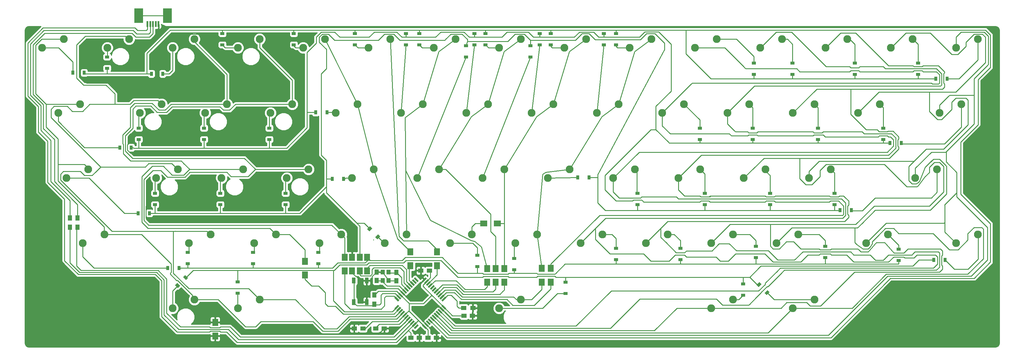
<source format=gbr>
G04 #@! TF.FileFunction,Copper,L2,Bot,Signal*
%FSLAX46Y46*%
G04 Gerber Fmt 4.6, Leading zero omitted, Abs format (unit mm)*
G04 Created by KiCad (PCBNEW 4.0.6-e0-6349~53~ubuntu16.04.1) date Tue Mar 14 05:46:07 2017*
%MOMM*%
%LPD*%
G01*
G04 APERTURE LIST*
%ADD10C,0.100000*%
%ADD11C,2.286000*%
%ADD12R,1.200000X1.400000*%
%ADD13R,1.200000X0.900000*%
%ADD14R,1.700000X2.000000*%
%ADD15R,1.000000X1.700000*%
%ADD16R,1.250000X1.500000*%
%ADD17R,1.500000X1.250000*%
%ADD18R,0.900000X1.200000*%
%ADD19R,0.500000X1.800000*%
%ADD20R,2.500000X4.200000*%
%ADD21R,1.300000X1.500000*%
%ADD22R,1.500000X1.300000*%
%ADD23R,2.000000X1.700000*%
%ADD24C,0.250000*%
%ADD25C,0.254000*%
G04 APERTURE END LIST*
D10*
D11*
X346671250Y-95851250D03*
X340321250Y-98391250D03*
X79971250Y-95851250D03*
X73621250Y-98391250D03*
D12*
X174721875Y-166425000D03*
X174721875Y-164025000D03*
X173021875Y-166425000D03*
X173021875Y-164025000D03*
D11*
X179983750Y-153001250D03*
X173633750Y-155541250D03*
X256183750Y-153001250D03*
X249833750Y-155541250D03*
X303808750Y-133951250D03*
X297458750Y-136491250D03*
X284758750Y-133951250D03*
X278408750Y-136491250D03*
X308571250Y-95851250D03*
X302221250Y-98391250D03*
X294283750Y-153001250D03*
X287933750Y-155541250D03*
X275233750Y-172051250D03*
X268883750Y-174591250D03*
X246658750Y-133951250D03*
X240308750Y-136491250D03*
X327621250Y-95851250D03*
X321271250Y-98391250D03*
X289521250Y-95851250D03*
X283171250Y-98391250D03*
X318096250Y-114901250D03*
X311746250Y-117441250D03*
X320477500Y-153001250D03*
X314127500Y-155541250D03*
X341908750Y-114901250D03*
X335558750Y-117441250D03*
X218083750Y-153001250D03*
X211733750Y-155541250D03*
D13*
X302162769Y-159731585D03*
X302162769Y-156431585D03*
X199768582Y-94221164D03*
X199768582Y-97521164D03*
X218818663Y-94221164D03*
X218818663Y-97521164D03*
X241142977Y-94221164D03*
X241142977Y-97521164D03*
D11*
X91877500Y-153001250D03*
X85527500Y-155541250D03*
D14*
X219413978Y-166927708D03*
X219413978Y-162927708D03*
D13*
X92611719Y-104367188D03*
X92611719Y-101067188D03*
D11*
X299046250Y-172051250D03*
X292696250Y-174591250D03*
X141883750Y-153001250D03*
X135533750Y-155541250D03*
X122833750Y-153001250D03*
X116483750Y-155541250D03*
X199033750Y-153001250D03*
X192683750Y-155541250D03*
D10*
G36*
X182490167Y-180657158D02*
X182101259Y-180268250D01*
X183161919Y-179207590D01*
X183550827Y-179596498D01*
X182490167Y-180657158D01*
X182490167Y-180657158D01*
G37*
G36*
X181924482Y-180091472D02*
X181535574Y-179702564D01*
X182596234Y-178641904D01*
X182985142Y-179030812D01*
X181924482Y-180091472D01*
X181924482Y-180091472D01*
G37*
G36*
X181358797Y-179525787D02*
X180969889Y-179136879D01*
X182030549Y-178076219D01*
X182419457Y-178465127D01*
X181358797Y-179525787D01*
X181358797Y-179525787D01*
G37*
G36*
X180793111Y-178960102D02*
X180404203Y-178571194D01*
X181464863Y-177510534D01*
X181853771Y-177899442D01*
X180793111Y-178960102D01*
X180793111Y-178960102D01*
G37*
G36*
X180227426Y-178394416D02*
X179838518Y-178005508D01*
X180899178Y-176944848D01*
X181288086Y-177333756D01*
X180227426Y-178394416D01*
X180227426Y-178394416D01*
G37*
G36*
X179661740Y-177828731D02*
X179272832Y-177439823D01*
X180333492Y-176379163D01*
X180722400Y-176768071D01*
X179661740Y-177828731D01*
X179661740Y-177828731D01*
G37*
G36*
X179096055Y-177263045D02*
X178707147Y-176874137D01*
X179767807Y-175813477D01*
X180156715Y-176202385D01*
X179096055Y-177263045D01*
X179096055Y-177263045D01*
G37*
G36*
X178530369Y-176697360D02*
X178141461Y-176308452D01*
X179202121Y-175247792D01*
X179591029Y-175636700D01*
X178530369Y-176697360D01*
X178530369Y-176697360D01*
G37*
G36*
X177964684Y-176131674D02*
X177575776Y-175742766D01*
X178636436Y-174682106D01*
X179025344Y-175071014D01*
X177964684Y-176131674D01*
X177964684Y-176131674D01*
G37*
G36*
X177398999Y-175565989D02*
X177010091Y-175177081D01*
X178070751Y-174116421D01*
X178459659Y-174505329D01*
X177398999Y-175565989D01*
X177398999Y-175565989D01*
G37*
G36*
X176833313Y-175000304D02*
X176444405Y-174611396D01*
X177505065Y-173550736D01*
X177893973Y-173939644D01*
X176833313Y-175000304D01*
X176833313Y-175000304D01*
G37*
G36*
X176444405Y-171535480D02*
X176833313Y-171146572D01*
X177893973Y-172207232D01*
X177505065Y-172596140D01*
X176444405Y-171535480D01*
X176444405Y-171535480D01*
G37*
G36*
X177010091Y-170969795D02*
X177398999Y-170580887D01*
X178459659Y-171641547D01*
X178070751Y-172030455D01*
X177010091Y-170969795D01*
X177010091Y-170969795D01*
G37*
G36*
X177575776Y-170404110D02*
X177964684Y-170015202D01*
X179025344Y-171075862D01*
X178636436Y-171464770D01*
X177575776Y-170404110D01*
X177575776Y-170404110D01*
G37*
G36*
X178141461Y-169838424D02*
X178530369Y-169449516D01*
X179591029Y-170510176D01*
X179202121Y-170899084D01*
X178141461Y-169838424D01*
X178141461Y-169838424D01*
G37*
G36*
X178707147Y-169272739D02*
X179096055Y-168883831D01*
X180156715Y-169944491D01*
X179767807Y-170333399D01*
X178707147Y-169272739D01*
X178707147Y-169272739D01*
G37*
G36*
X179272832Y-168707053D02*
X179661740Y-168318145D01*
X180722400Y-169378805D01*
X180333492Y-169767713D01*
X179272832Y-168707053D01*
X179272832Y-168707053D01*
G37*
G36*
X179838518Y-168141368D02*
X180227426Y-167752460D01*
X181288086Y-168813120D01*
X180899178Y-169202028D01*
X179838518Y-168141368D01*
X179838518Y-168141368D01*
G37*
G36*
X180404203Y-167575682D02*
X180793111Y-167186774D01*
X181853771Y-168247434D01*
X181464863Y-168636342D01*
X180404203Y-167575682D01*
X180404203Y-167575682D01*
G37*
G36*
X180969889Y-167009997D02*
X181358797Y-166621089D01*
X182419457Y-167681749D01*
X182030549Y-168070657D01*
X180969889Y-167009997D01*
X180969889Y-167009997D01*
G37*
G36*
X181535574Y-166444312D02*
X181924482Y-166055404D01*
X182985142Y-167116064D01*
X182596234Y-167504972D01*
X181535574Y-166444312D01*
X181535574Y-166444312D01*
G37*
G36*
X182101259Y-165878626D02*
X182490167Y-165489718D01*
X183550827Y-166550378D01*
X183161919Y-166939286D01*
X182101259Y-165878626D01*
X182101259Y-165878626D01*
G37*
G36*
X184894331Y-166939286D02*
X184505423Y-166550378D01*
X185566083Y-165489718D01*
X185954991Y-165878626D01*
X184894331Y-166939286D01*
X184894331Y-166939286D01*
G37*
G36*
X185460016Y-167504972D02*
X185071108Y-167116064D01*
X186131768Y-166055404D01*
X186520676Y-166444312D01*
X185460016Y-167504972D01*
X185460016Y-167504972D01*
G37*
G36*
X186025701Y-168070657D02*
X185636793Y-167681749D01*
X186697453Y-166621089D01*
X187086361Y-167009997D01*
X186025701Y-168070657D01*
X186025701Y-168070657D01*
G37*
G36*
X186591387Y-168636342D02*
X186202479Y-168247434D01*
X187263139Y-167186774D01*
X187652047Y-167575682D01*
X186591387Y-168636342D01*
X186591387Y-168636342D01*
G37*
G36*
X187157072Y-169202028D02*
X186768164Y-168813120D01*
X187828824Y-167752460D01*
X188217732Y-168141368D01*
X187157072Y-169202028D01*
X187157072Y-169202028D01*
G37*
G36*
X187722758Y-169767713D02*
X187333850Y-169378805D01*
X188394510Y-168318145D01*
X188783418Y-168707053D01*
X187722758Y-169767713D01*
X187722758Y-169767713D01*
G37*
G36*
X188288443Y-170333399D02*
X187899535Y-169944491D01*
X188960195Y-168883831D01*
X189349103Y-169272739D01*
X188288443Y-170333399D01*
X188288443Y-170333399D01*
G37*
G36*
X188854129Y-170899084D02*
X188465221Y-170510176D01*
X189525881Y-169449516D01*
X189914789Y-169838424D01*
X188854129Y-170899084D01*
X188854129Y-170899084D01*
G37*
G36*
X189419814Y-171464770D02*
X189030906Y-171075862D01*
X190091566Y-170015202D01*
X190480474Y-170404110D01*
X189419814Y-171464770D01*
X189419814Y-171464770D01*
G37*
G36*
X189985499Y-172030455D02*
X189596591Y-171641547D01*
X190657251Y-170580887D01*
X191046159Y-170969795D01*
X189985499Y-172030455D01*
X189985499Y-172030455D01*
G37*
G36*
X190551185Y-172596140D02*
X190162277Y-172207232D01*
X191222937Y-171146572D01*
X191611845Y-171535480D01*
X190551185Y-172596140D01*
X190551185Y-172596140D01*
G37*
G36*
X190162277Y-173939644D02*
X190551185Y-173550736D01*
X191611845Y-174611396D01*
X191222937Y-175000304D01*
X190162277Y-173939644D01*
X190162277Y-173939644D01*
G37*
G36*
X189596591Y-174505329D02*
X189985499Y-174116421D01*
X191046159Y-175177081D01*
X190657251Y-175565989D01*
X189596591Y-174505329D01*
X189596591Y-174505329D01*
G37*
G36*
X189030906Y-175071014D02*
X189419814Y-174682106D01*
X190480474Y-175742766D01*
X190091566Y-176131674D01*
X189030906Y-175071014D01*
X189030906Y-175071014D01*
G37*
G36*
X188465221Y-175636700D02*
X188854129Y-175247792D01*
X189914789Y-176308452D01*
X189525881Y-176697360D01*
X188465221Y-175636700D01*
X188465221Y-175636700D01*
G37*
G36*
X187899535Y-176202385D02*
X188288443Y-175813477D01*
X189349103Y-176874137D01*
X188960195Y-177263045D01*
X187899535Y-176202385D01*
X187899535Y-176202385D01*
G37*
G36*
X187333850Y-176768071D02*
X187722758Y-176379163D01*
X188783418Y-177439823D01*
X188394510Y-177828731D01*
X187333850Y-176768071D01*
X187333850Y-176768071D01*
G37*
G36*
X186768164Y-177333756D02*
X187157072Y-176944848D01*
X188217732Y-178005508D01*
X187828824Y-178394416D01*
X186768164Y-177333756D01*
X186768164Y-177333756D01*
G37*
G36*
X186202479Y-177899442D02*
X186591387Y-177510534D01*
X187652047Y-178571194D01*
X187263139Y-178960102D01*
X186202479Y-177899442D01*
X186202479Y-177899442D01*
G37*
G36*
X185636793Y-178465127D02*
X186025701Y-178076219D01*
X187086361Y-179136879D01*
X186697453Y-179525787D01*
X185636793Y-178465127D01*
X185636793Y-178465127D01*
G37*
G36*
X185071108Y-179030812D02*
X185460016Y-178641904D01*
X186520676Y-179702564D01*
X186131768Y-180091472D01*
X185071108Y-179030812D01*
X185071108Y-179030812D01*
G37*
G36*
X184505423Y-179596498D02*
X184894331Y-179207590D01*
X185954991Y-180268250D01*
X185566083Y-180657158D01*
X184505423Y-179596498D01*
X184505423Y-179596498D01*
G37*
D13*
X200660938Y-162410156D03*
X200660938Y-159110156D03*
D11*
X222846250Y-114901250D03*
X216496250Y-117441250D03*
X194271250Y-95851250D03*
X187921250Y-98391250D03*
D15*
X168390001Y-172780313D03*
X168390001Y-166480313D03*
X164590001Y-172780313D03*
X164590001Y-166480313D03*
D13*
X216139746Y-97793054D03*
X216139746Y-101093054D03*
D10*
G36*
X115401534Y-164804465D02*
X116250062Y-165652993D01*
X115613666Y-166289389D01*
X114765138Y-165440861D01*
X115401534Y-164804465D01*
X115401534Y-164804465D01*
G37*
G36*
X113068082Y-167137917D02*
X113916610Y-167986445D01*
X113280214Y-168622841D01*
X112431686Y-167774313D01*
X113068082Y-167137917D01*
X113068082Y-167137917D01*
G37*
D11*
X346671250Y-153001250D03*
X340321250Y-155541250D03*
X84733750Y-114901250D03*
X78383750Y-117441250D03*
X108546250Y-114901250D03*
X102196250Y-117441250D03*
X175221250Y-95851250D03*
X168871250Y-98391250D03*
X270471250Y-95851250D03*
X264121250Y-98391250D03*
X275233750Y-153001250D03*
X268883750Y-155541250D03*
X118071250Y-95851250D03*
X111721250Y-98391250D03*
X137121250Y-95851250D03*
X130771250Y-98391250D03*
X156171250Y-95851250D03*
X149821250Y-98391250D03*
X213321250Y-95851250D03*
X206971250Y-98391250D03*
X232371250Y-95851250D03*
X226021250Y-98391250D03*
X251421250Y-95851250D03*
X245071250Y-98391250D03*
X113308750Y-133951250D03*
X106958750Y-136491250D03*
X160933750Y-153001250D03*
X154583750Y-155541250D03*
X151408750Y-133951250D03*
X145058750Y-136491250D03*
X146646250Y-114901250D03*
X140296250Y-117441250D03*
X170458750Y-133951250D03*
X164108750Y-136491250D03*
X189508750Y-133951250D03*
X183158750Y-136491250D03*
X208558750Y-133951250D03*
X202208750Y-136491250D03*
X227608750Y-133951250D03*
X221258750Y-136491250D03*
X265708750Y-133951250D03*
X259358750Y-136491250D03*
X237133750Y-153001250D03*
X230783750Y-155541250D03*
X260946250Y-114901250D03*
X254596250Y-117441250D03*
X279996250Y-114901250D03*
X273646250Y-117441250D03*
X165696250Y-114901250D03*
X159346250Y-117441250D03*
X132358750Y-133951250D03*
X126008750Y-136491250D03*
X184746250Y-114901250D03*
X178396250Y-117441250D03*
X127596250Y-114901250D03*
X121246250Y-117441250D03*
X203796250Y-114901250D03*
X197446250Y-117441250D03*
X299046250Y-114901250D03*
X292696250Y-117441250D03*
X118071250Y-172051250D03*
X111721250Y-174591250D03*
D16*
X171252501Y-166475001D03*
X171252501Y-163975001D03*
X177028125Y-164073438D03*
X177028125Y-166573438D03*
D17*
X186250000Y-183250000D03*
X188750000Y-183250000D03*
X196750000Y-176750000D03*
X199250000Y-176750000D03*
X186670938Y-163558126D03*
X184170938Y-163558126D03*
X167250000Y-180500000D03*
X164750000Y-180500000D03*
X181250000Y-183250000D03*
X183750000Y-183250000D03*
X171000000Y-180500000D03*
X173500000Y-180500000D03*
D11*
X87115000Y-133951251D03*
X80765000Y-136491251D03*
D18*
X85927464Y-105693862D03*
X82627464Y-105693862D03*
X105546875Y-105991406D03*
X108846875Y-105991406D03*
D13*
X126247175Y-94221164D03*
X126247175Y-97521164D03*
X147082813Y-94221094D03*
X147082813Y-97521094D03*
X164942652Y-94221164D03*
X164942652Y-97521164D03*
X183695076Y-94221164D03*
X183695076Y-97521164D03*
X203042815Y-94221164D03*
X203042815Y-97521164D03*
X222092896Y-94221164D03*
X222092896Y-97521164D03*
X281326743Y-106153232D03*
X281326743Y-102853232D03*
X292637728Y-106153232D03*
X292637728Y-102853232D03*
X310794837Y-106153232D03*
X310794837Y-102853232D03*
X329249603Y-106153232D03*
X329249603Y-102853232D03*
D18*
X334445726Y-107479807D03*
X337745726Y-107479807D03*
X99678125Y-127573438D03*
X96378125Y-127573438D03*
D13*
X101839063Y-125203126D03*
X101839063Y-121903126D03*
X120889063Y-125203126D03*
X120889063Y-121903126D03*
X139939063Y-125203126D03*
X139939063Y-121903126D03*
D18*
X153469954Y-117302505D03*
X156769954Y-117302505D03*
D13*
X179825528Y-94221164D03*
X179825528Y-97521164D03*
X237571087Y-94221164D03*
X237571087Y-97521164D03*
X265550894Y-125203313D03*
X265550894Y-121903313D03*
X281029085Y-125203313D03*
X281029085Y-121903313D03*
X300079166Y-125203313D03*
X300079166Y-121903313D03*
X319129248Y-125203313D03*
X319129248Y-121903313D03*
D18*
X321050000Y-126232031D03*
X324350000Y-126232031D03*
X104977344Y-146770313D03*
X101677344Y-146770313D03*
D13*
X106601563Y-144253125D03*
X106601563Y-140953125D03*
X125651563Y-144253126D03*
X125651563Y-140953126D03*
X144701563Y-144253126D03*
X144701563Y-140953126D03*
D18*
X158350000Y-136750000D03*
X161650000Y-136750000D03*
D13*
X197387322Y-97793054D03*
X197387322Y-101093054D03*
D18*
X233267937Y-136352586D03*
X229967937Y-136352586D03*
D13*
X247393785Y-144253394D03*
X247393785Y-140953394D03*
X267039182Y-144253394D03*
X267039182Y-140953394D03*
X286089263Y-144253394D03*
X286089263Y-140953394D03*
X304841687Y-144253394D03*
X304841687Y-140953394D03*
D18*
X306465919Y-145877627D03*
X309765919Y-145877627D03*
X113609375Y-162843750D03*
X110309375Y-162843750D03*
D13*
X116126563Y-161517188D03*
X116126563Y-158217188D03*
X135176563Y-161517188D03*
X135176563Y-158217188D03*
X154226563Y-161517188D03*
X154226563Y-158217188D03*
D10*
G36*
X168509875Y-151424653D02*
X169358403Y-150576125D01*
X169994799Y-151212521D01*
X169146271Y-152061049D01*
X168509875Y-151424653D01*
X168509875Y-151424653D01*
G37*
G36*
X170843327Y-153758105D02*
X171691855Y-152909577D01*
X172328251Y-153545973D01*
X171479723Y-154394501D01*
X170843327Y-153758105D01*
X170843327Y-153758105D01*
G37*
D13*
X211376563Y-163303126D03*
X211376563Y-160003126D03*
X241142977Y-160326900D03*
X241142977Y-157026900D03*
X259895401Y-160326900D03*
X259895401Y-157026900D03*
X281922058Y-159731585D03*
X281922058Y-156431585D03*
X323594110Y-160624558D03*
X323594110Y-157324558D03*
D18*
X333850411Y-160462845D03*
X337150411Y-160462845D03*
D13*
X130750000Y-166850000D03*
X130750000Y-170150000D03*
X226402250Y-166972250D03*
X226402250Y-170272250D03*
X278181250Y-167481250D03*
X278181250Y-170781250D03*
D10*
G36*
X282096472Y-167736596D02*
X282945000Y-166888068D01*
X283581396Y-167524464D01*
X282732868Y-168372992D01*
X282096472Y-167736596D01*
X282096472Y-167736596D01*
G37*
G36*
X284429924Y-170070048D02*
X285278452Y-169221520D01*
X285914848Y-169857916D01*
X285066320Y-170706444D01*
X284429924Y-170070048D01*
X284429924Y-170070048D01*
G37*
D19*
X104406250Y-91406251D03*
X105206250Y-91406251D03*
X106006250Y-91406251D03*
X106806250Y-91406251D03*
X107606250Y-91406251D03*
D20*
X101806250Y-89006251D03*
X110206250Y-89006251D03*
D21*
X170597656Y-173421094D03*
X170597656Y-170721094D03*
D22*
X199350000Y-174500000D03*
X196650000Y-174500000D03*
D21*
X81750000Y-150850000D03*
X81750000Y-148150000D03*
X84000000Y-150850000D03*
X84000000Y-148150000D03*
D11*
X334765000Y-133951250D03*
X328415000Y-136491250D03*
X99021250Y-95851250D03*
X92671250Y-98391250D03*
D23*
X202531102Y-149747175D03*
X206531102Y-149747175D03*
D11*
X137121250Y-172051250D03*
X130771250Y-174591250D03*
D14*
X208500000Y-163000000D03*
X208500000Y-167000000D03*
X206000000Y-163000000D03*
X206000000Y-167000000D03*
X124163281Y-178703125D03*
X124163281Y-182703125D03*
X164108751Y-163653126D03*
X164108751Y-159653126D03*
D11*
X241897032Y-114901423D03*
X235547032Y-117441423D03*
D14*
X181134688Y-158105313D03*
X181134688Y-162105313D03*
X150357434Y-164844106D03*
X150357434Y-160844106D03*
X161965626Y-163653126D03*
X161965626Y-159653126D03*
X188873751Y-158105313D03*
X188873751Y-162105313D03*
X203500000Y-163000000D03*
X203500000Y-167000000D03*
X222092188Y-166927344D03*
X222092188Y-162927344D03*
X166370938Y-163653126D03*
X166370938Y-159653126D03*
X168514063Y-163653126D03*
X168514063Y-159653126D03*
D11*
X213321250Y-172051250D03*
X206971250Y-174591250D03*
D24*
X170300000Y-154509375D02*
X170300000Y-154628438D01*
X170300000Y-154628438D02*
X170300000Y-154509375D01*
X297657188Y-174591250D02*
X310000000Y-174591250D01*
X310555625Y-174035625D02*
X310555625Y-174035626D01*
X310000000Y-174591250D02*
X310555625Y-174035625D01*
X285076250Y-181811407D02*
X285476093Y-181811407D01*
X285476093Y-181811407D02*
X292696250Y-174591250D01*
X192766094Y-181811407D02*
X285076250Y-181811407D01*
X292696250Y-174591250D02*
X297657188Y-174591250D01*
X333653750Y-152723438D02*
X323593799Y-152723438D01*
X338416250Y-157485938D02*
X333653750Y-152723438D01*
X340916562Y-157485938D02*
X338416250Y-157485938D01*
X343774063Y-154628437D02*
X340916562Y-157485938D01*
X343774063Y-152723437D02*
X343774063Y-154628437D01*
X345560000Y-150937500D02*
X343774063Y-152723437D01*
X347822188Y-150937500D02*
X345560000Y-150937500D01*
X348298438Y-151413750D02*
X347822188Y-150937500D01*
X348298438Y-160105312D02*
X348298438Y-151413750D01*
X343774062Y-164629688D02*
X348298438Y-160105312D01*
X319961563Y-164629688D02*
X343774062Y-164629688D01*
X310555625Y-174035626D02*
X319961563Y-164629688D01*
X340262398Y-113135834D02*
X343238959Y-113135834D01*
X343238959Y-113135834D02*
X343238281Y-113135156D01*
X343834134Y-114325242D02*
X343834134Y-113731009D01*
X336691041Y-128018176D02*
X331630864Y-128018176D01*
X343834822Y-120874395D02*
X336691041Y-128018176D01*
X343834822Y-114325930D02*
X343834822Y-120874395D01*
X343834134Y-114325242D02*
X343834822Y-114325930D01*
X328058974Y-131590066D02*
X331630864Y-128018176D01*
X343834134Y-113731009D02*
X343238281Y-113135156D01*
X328058974Y-131590066D02*
X300376824Y-131590066D01*
X297458750Y-134508140D02*
X297458750Y-136491250D01*
X300376824Y-131590066D02*
X297458750Y-134508140D01*
X333119151Y-131590066D02*
X333714466Y-130994751D01*
X335500411Y-130994751D02*
X337286356Y-132780696D01*
X333714466Y-130994751D02*
X335500411Y-130994751D01*
X333267980Y-131441237D02*
X333119151Y-131590066D01*
X333119151Y-131590066D02*
X331333206Y-133376011D01*
X328654288Y-138138531D02*
X327463658Y-138138531D01*
X326570686Y-137245559D02*
X326570686Y-136947901D01*
X327463658Y-138138531D02*
X326570686Y-137245559D01*
X329230818Y-137808098D02*
X329693921Y-137383878D01*
X329693921Y-137383878D02*
X329693921Y-137383877D01*
X331333206Y-133376011D02*
X329693921Y-137383877D01*
X331333206Y-133376011D02*
X333267980Y-131441237D01*
X329230818Y-137808098D02*
X328654288Y-138138531D01*
X314664384Y-157188612D02*
X313176097Y-157188613D01*
X317640960Y-153319065D02*
X319724563Y-151235462D01*
X319724563Y-151235462D02*
X322105823Y-151235462D01*
X322105823Y-151235462D02*
X323593799Y-152723438D01*
X310794837Y-155402668D02*
X311390152Y-155997983D01*
X310199522Y-151036367D02*
X310794837Y-151036367D01*
X310794837Y-151036367D02*
X310794837Y-155402668D01*
X315855015Y-155105010D02*
X315855015Y-155700325D01*
X315855015Y-155700325D02*
X315259704Y-156593292D01*
X315259704Y-156593292D02*
X314664384Y-157188612D01*
X317640960Y-153319065D02*
X315855015Y-155105010D01*
X313176097Y-157188613D02*
X311390152Y-155997983D01*
X192766094Y-181811407D02*
X188058634Y-177103947D01*
X332523836Y-117004848D02*
X332523836Y-111349355D01*
X334905096Y-119386108D02*
X332523836Y-117004848D01*
X336095726Y-119386108D02*
X334905096Y-119386108D01*
X339072302Y-116409532D02*
X336095726Y-119386108D01*
X339072302Y-114325930D02*
X339072302Y-116409532D01*
X340262398Y-113135834D02*
X339072302Y-114325930D01*
X327463658Y-132185382D02*
X328058974Y-131590066D01*
X341453562Y-110158725D02*
X340262932Y-111349355D01*
X348895000Y-95275849D02*
X348895000Y-101824314D01*
X348002027Y-94382876D02*
X348895000Y-95275849D01*
X345620767Y-94382876D02*
X348002027Y-94382876D01*
X343239507Y-96764136D02*
X345620767Y-94382876D01*
X343239507Y-97954766D02*
X343239507Y-96764136D01*
X340858247Y-100336026D02*
X343239507Y-97954766D01*
X339072301Y-100336026D02*
X340858247Y-100336026D01*
X332821493Y-94085218D02*
X339072301Y-100336026D01*
X325677714Y-94085218D02*
X332821493Y-94085218D01*
X321371682Y-98391250D02*
X325677714Y-94085218D01*
X341453562Y-110158725D02*
X348895000Y-102717287D01*
X348895000Y-102717287D02*
X348895000Y-101824314D01*
X340262932Y-111349355D02*
X332523836Y-111349355D01*
X317838145Y-111349355D02*
X311746250Y-117441250D01*
X332523836Y-111349355D02*
X317838145Y-111349355D01*
X310199522Y-151036367D02*
X311589248Y-151036367D01*
X337286356Y-132780696D02*
X337584014Y-133078354D01*
X337584014Y-133078354D02*
X337584014Y-141115106D01*
X337584014Y-141115106D02*
X332821493Y-145877627D01*
X332821493Y-145877627D02*
X316747988Y-145877627D01*
X312878440Y-149747175D02*
X316747988Y-145877627D01*
X311589248Y-151036367D02*
X312878440Y-149747175D01*
X292438633Y-151036367D02*
X310199522Y-151036367D01*
X326570686Y-133376011D02*
X326570686Y-133078354D01*
X326570686Y-133078354D02*
X327463658Y-132185382D01*
X326570686Y-133376011D02*
X326570686Y-136947901D01*
X297551565Y-136848437D02*
X297458750Y-136491250D01*
X292438633Y-151036367D02*
X287933750Y-155541250D01*
X321271250Y-98391250D02*
X321371682Y-98391250D01*
X287933750Y-155541250D02*
X287933750Y-155641783D01*
X287933750Y-155541250D02*
X287736626Y-155541250D01*
X287578125Y-155896875D02*
X287933750Y-155541250D01*
X287576563Y-155898437D02*
X287933750Y-155541250D01*
X311389063Y-117798437D02*
X311746250Y-117441250D01*
X320914063Y-98748437D02*
X321271250Y-98391250D01*
X297101563Y-136848437D02*
X297458750Y-136491250D01*
X285181250Y-157753526D02*
X285603526Y-157753526D01*
X288312845Y-160462845D02*
X290256468Y-160462845D01*
X285603526Y-157753526D02*
X288312845Y-160462845D01*
X276236163Y-157753526D02*
X285181250Y-157753526D01*
X272217501Y-173678438D02*
X279837500Y-173678438D01*
X193659340Y-180441911D02*
X189190005Y-175972576D01*
X248047813Y-171892500D02*
X239713438Y-180226875D01*
X270431563Y-171892500D02*
X248047813Y-171892500D01*
X272217501Y-173678438D02*
X270431563Y-171892500D01*
X317045645Y-160500000D02*
X318236275Y-160500000D01*
X296507277Y-158081585D02*
X295614304Y-158081585D01*
X295614304Y-158081585D02*
X293233044Y-160462845D01*
X290256468Y-160462845D02*
X293233044Y-160462845D01*
X309604207Y-158081585D02*
X310497180Y-158974558D01*
X296507277Y-158081585D02*
X309604207Y-158081585D01*
X285196290Y-168201941D02*
X283449116Y-169949115D01*
X327761316Y-158676900D02*
X328356631Y-158081585D01*
X335500411Y-158379242D02*
X335500411Y-162546448D01*
X335202754Y-158081585D02*
X335500411Y-158379242D01*
X328356631Y-158081585D02*
X335202754Y-158081585D01*
X327463658Y-158974558D02*
X327761316Y-158676900D01*
X289363496Y-164332393D02*
X285493948Y-168201941D01*
X285493948Y-168201941D02*
X285196290Y-168201941D01*
X283449116Y-170050884D02*
X281972656Y-171527344D01*
X283449116Y-169949115D02*
X283449116Y-170050884D01*
X322105821Y-158974558D02*
X327463658Y-158974558D01*
X319092093Y-160500000D02*
X320617535Y-158974558D01*
X320617535Y-158974558D02*
X322105821Y-158974558D01*
X318236275Y-160500000D02*
X319092093Y-160500000D01*
X316785142Y-160500000D02*
X315259700Y-158974558D01*
X315259700Y-158974558D02*
X310497180Y-158974558D01*
X317045645Y-160500000D02*
X316785142Y-160500000D01*
X335500411Y-162546449D02*
X334607439Y-163439421D01*
X334607439Y-163439421D02*
X290256468Y-163439421D01*
X290256468Y-163439421D02*
X289363496Y-164332393D01*
X335500411Y-162546448D02*
X335500411Y-162546449D01*
X281972656Y-171527344D02*
X281972656Y-171535313D01*
X281972656Y-171543282D02*
X280075625Y-173440313D01*
X281972656Y-171535313D02*
X281972656Y-171543282D01*
X239498402Y-180441911D02*
X239713438Y-180226875D01*
X193659340Y-180441911D02*
X239498402Y-180441911D01*
X279837500Y-173678438D02*
X280075625Y-173440313D01*
X254189723Y-151185277D02*
X254189723Y-153864195D01*
X269122784Y-157783928D02*
X270908729Y-155997983D01*
X271206387Y-155700325D02*
X270908729Y-155997983D01*
X274182962Y-155700325D02*
X271206387Y-155700325D01*
X276236163Y-157753526D02*
X274182962Y-155700325D01*
X261681346Y-157783928D02*
X261106573Y-158358701D01*
X255728196Y-155402668D02*
X254239908Y-153914380D01*
X255728196Y-155402668D02*
X258684229Y-158358701D01*
X258684229Y-158358701D02*
X261106573Y-158358701D01*
X269122784Y-157783928D02*
X261681346Y-157783928D01*
X254189723Y-153864195D02*
X254239908Y-153914380D01*
X321509375Y-123553313D02*
X321509563Y-123553313D01*
X322700000Y-127720313D02*
X320616192Y-129804121D01*
X322700000Y-124743750D02*
X322700000Y-127720313D01*
X321509563Y-123553313D02*
X322700000Y-124743750D01*
X268229812Y-142008079D02*
X268527469Y-141710422D01*
X307520605Y-141710422D02*
X308115920Y-142305737D01*
X306329974Y-141710422D02*
X307520605Y-141710422D01*
X306032317Y-142008079D02*
X306329974Y-141710422D01*
X303651057Y-142008079D02*
X306032317Y-142008079D01*
X303353400Y-141710422D02*
X303651057Y-142008079D01*
X287577551Y-141710422D02*
X303353400Y-141710422D01*
X287279894Y-142008079D02*
X287577551Y-141710422D01*
X284898633Y-142008079D02*
X287279894Y-142008079D01*
X284600976Y-141710422D02*
X284898633Y-142008079D01*
X268527469Y-141710422D02*
X284600976Y-141710422D01*
X265848552Y-142008079D02*
X265848551Y-142008079D01*
X265848551Y-142008079D02*
X265550894Y-141710422D01*
X265550894Y-141710422D02*
X261086031Y-141710422D01*
X265848551Y-142008079D02*
X265550894Y-141710422D01*
X268672783Y-142008079D02*
X268672783Y-142008079D01*
X308711234Y-144686997D02*
X309008892Y-144389339D01*
X308711234Y-144686997D02*
X308711234Y-147068257D01*
X256223140Y-149151860D02*
X254189723Y-151185277D01*
X307222947Y-149151860D02*
X256223140Y-149151860D01*
X309008892Y-147365915D02*
X309008892Y-147961230D01*
X309008892Y-147961230D02*
X307818262Y-149151860D01*
X307818262Y-149151860D02*
X307222947Y-149151860D01*
X308711234Y-147068257D02*
X309008892Y-147365915D01*
X309008892Y-144389339D02*
X309008892Y-143198709D01*
X309008892Y-143198709D02*
X308115920Y-142305737D01*
X312283125Y-103907917D02*
X312283124Y-103907917D01*
X309604207Y-104205574D02*
X309306550Y-103907917D01*
X311985467Y-104205574D02*
X309604207Y-104205574D01*
X312283124Y-103907917D02*
X311985467Y-104205574D01*
X279540798Y-122957998D02*
X275968907Y-122957998D01*
X275968907Y-122957998D02*
X275671250Y-122660341D01*
X312878440Y-122957998D02*
X313473755Y-123553313D01*
X301567454Y-122957998D02*
X312878440Y-122957998D01*
X301269797Y-123255655D02*
X301567454Y-122957998D01*
X298888536Y-123255655D02*
X301269797Y-123255655D01*
X298590879Y-122957998D02*
X298888536Y-123255655D01*
X282517373Y-122957998D02*
X298590879Y-122957998D01*
X282219716Y-123255655D02*
X282517373Y-122957998D01*
X279838455Y-123255655D02*
X282219716Y-123255655D01*
X279540798Y-122957998D02*
X279838455Y-123255655D01*
X259358750Y-139983141D02*
X261086031Y-141710422D01*
X259358750Y-136491250D02*
X259358750Y-139983141D01*
X265848552Y-142008079D02*
X268229812Y-142008079D01*
X268229812Y-142008079D02*
X268672783Y-142008079D01*
X254189723Y-151185277D02*
X254040895Y-151334105D01*
X254040895Y-151334105D02*
X249833750Y-155541250D01*
X273646250Y-117441250D02*
X273646250Y-120635341D01*
X266045879Y-129804121D02*
X259358750Y-136491250D01*
X320616192Y-129804121D02*
X266045879Y-129804121D01*
X313473755Y-123553313D02*
X321509375Y-123553313D01*
X273646250Y-120635341D02*
X275671250Y-122660341D01*
X311092495Y-109563410D02*
X281524090Y-109563410D01*
X336095726Y-107777464D02*
X336095726Y-109265753D01*
X336095726Y-109265753D02*
X335798069Y-109563410D01*
X283271519Y-98391250D02*
X287875208Y-93787561D01*
X287875208Y-93787561D02*
X292340071Y-93787561D01*
X292340071Y-93787561D02*
X302460427Y-103907917D01*
X302460427Y-103907917D02*
X309306550Y-103907917D01*
X336095726Y-105991519D02*
X336095726Y-107777464D01*
X334607439Y-104503232D02*
X336095726Y-105991519D01*
X319724563Y-104503232D02*
X334607439Y-104503232D01*
X319129248Y-103907917D02*
X319724563Y-104503232D01*
X312283125Y-103907917D02*
X319129248Y-103907917D01*
X311092495Y-109563410D02*
X335798069Y-109563410D01*
X281524090Y-109563410D02*
X273646250Y-117441250D01*
X283171250Y-98391250D02*
X283271519Y-98391250D01*
X249476563Y-155898437D02*
X249833750Y-155541250D01*
X259001563Y-136848437D02*
X259358750Y-136491250D01*
X273289063Y-117798437D02*
X273646250Y-117441250D01*
X282814063Y-98748437D02*
X283171250Y-98391250D01*
X292339063Y-172931250D02*
X290943126Y-172931250D01*
X290943126Y-172931250D02*
X289283126Y-174591250D01*
X286147813Y-155819063D02*
X286147813Y-156414376D01*
X286147813Y-156414376D02*
X286922050Y-157188613D01*
X286147813Y-155819063D02*
X286147813Y-150044832D01*
X286147813Y-150044832D02*
X286147813Y-150104063D01*
X286147813Y-150104063D02*
X286147813Y-150044832D01*
X299840000Y-173881719D02*
X300827344Y-173881719D01*
X301387813Y-173324687D02*
X310677764Y-164034736D01*
X296781250Y-172931250D02*
X297731719Y-173881719D01*
X292339063Y-172931250D02*
X296781250Y-172931250D01*
X335500411Y-164034736D02*
X336393384Y-163141763D01*
X310677764Y-164034736D02*
X335500411Y-164034736D01*
X314664385Y-158081585D02*
X317045645Y-155402668D01*
X336095726Y-159272215D02*
X336095727Y-159272215D01*
X326273028Y-157188613D02*
X325082398Y-158379243D01*
X335798069Y-157188613D02*
X326273028Y-157188613D01*
X336393384Y-157783928D02*
X335798069Y-157188613D01*
X336393384Y-158974558D02*
X336393384Y-157783928D01*
X336095727Y-159272215D02*
X336393384Y-158974558D01*
X336095726Y-161951133D02*
X336393384Y-162248791D01*
X336393384Y-162248791D02*
X336393384Y-163141763D01*
X322224966Y-158379243D02*
X325082398Y-158379243D01*
X336095726Y-159272215D02*
X336095726Y-161951133D01*
X319546049Y-155402668D02*
X322224966Y-158379243D01*
X288768181Y-157188613D02*
X286922050Y-157188613D01*
X300674481Y-157486270D02*
X303651057Y-157486270D01*
X311985467Y-157486270D02*
X312580782Y-158081585D01*
X288768181Y-157188613D02*
X290851784Y-155105010D01*
X290851784Y-155105010D02*
X292935386Y-155105010D01*
X300376824Y-157188613D02*
X296507276Y-157188613D01*
X300674481Y-157486270D02*
X300376824Y-157188613D01*
X303948714Y-157188613D02*
X311687810Y-157188613D01*
X311687810Y-157188613D02*
X311985467Y-157486270D01*
X303651057Y-157486270D02*
X303948714Y-157188613D01*
X295018989Y-157188613D02*
X292935386Y-155105010D01*
X296507276Y-157188613D02*
X295018989Y-157188613D01*
X312580782Y-158081585D02*
X314664385Y-158081585D01*
X317045645Y-155402668D02*
X319546049Y-155402668D01*
X268883750Y-174591250D02*
X289283126Y-174591250D01*
X297731719Y-173881719D02*
X299840000Y-173881719D01*
X300827344Y-173881719D02*
X301387813Y-173321250D01*
X301387813Y-173321250D02*
X301387813Y-173324687D01*
X193212717Y-181126659D02*
X252334062Y-181126659D01*
X252334063Y-181179375D02*
X252334063Y-181126658D01*
X252334063Y-181126660D02*
X252334063Y-181179375D01*
X252334062Y-181126659D02*
X252334063Y-181126660D01*
X268883750Y-174591250D02*
X258869471Y-174591250D01*
X258869471Y-174591250D02*
X252334063Y-181126658D01*
X193212717Y-181126659D02*
X188624319Y-176538261D01*
X321509375Y-122809169D02*
X321956044Y-122809169D01*
X323592969Y-128017969D02*
X320913845Y-130697093D01*
X323592969Y-127422656D02*
X323592969Y-128017969D01*
X323295313Y-127125000D02*
X323592969Y-127422656D01*
X323295313Y-125339063D02*
X323295313Y-127125000D01*
X323592969Y-125041407D02*
X323295313Y-125339063D01*
X323592969Y-124446094D02*
X323592969Y-125041407D01*
X321956044Y-122809169D02*
X323592969Y-124446094D01*
X328951946Y-139031504D02*
X325975371Y-139031504D01*
X296507276Y-138436189D02*
X298293221Y-138436189D01*
X298293221Y-138436189D02*
X300674481Y-136054929D01*
X319426906Y-132483039D02*
X325677713Y-138733846D01*
X302460427Y-132483039D02*
X319426906Y-132483039D01*
X300674481Y-134268985D02*
X302460427Y-132483039D01*
X300674481Y-136054929D02*
X300674481Y-134268985D01*
X325975371Y-139031504D02*
X325677713Y-138733846D01*
X294721331Y-136650244D02*
X296507276Y-138436189D01*
X335500411Y-141710422D02*
X332523836Y-144686997D01*
X307520604Y-150044832D02*
X303948714Y-150044832D01*
X303948714Y-150044832D02*
X286147813Y-150044832D01*
X332523836Y-144686997D02*
X316450330Y-144686997D01*
X316450330Y-144686997D02*
X311092495Y-150044832D01*
X311092495Y-150044832D02*
X307520604Y-150044832D01*
X332523836Y-133673669D02*
X332523836Y-133376012D01*
X336691041Y-140519792D02*
X335500411Y-141710422D01*
X336691041Y-133078353D02*
X336691041Y-140519792D01*
X335500412Y-131887724D02*
X336691041Y-133078353D01*
X334012124Y-131887724D02*
X335500412Y-131887724D01*
X332523836Y-133376012D02*
X334012124Y-131887724D01*
X331333206Y-136054929D02*
X332523836Y-134864299D01*
X329249604Y-138733846D02*
X329547261Y-138436189D01*
X331333206Y-136054929D02*
X329547261Y-138436189D01*
X332523836Y-134864299D02*
X332523836Y-133673669D01*
X328951946Y-139031504D02*
X329249604Y-138733846D01*
X294721331Y-131292408D02*
X294721331Y-130697093D01*
X294721331Y-131292408D02*
X294721331Y-136650244D01*
X283410345Y-150044832D02*
X274380168Y-150044832D01*
X274380168Y-150044832D02*
X273289990Y-151135010D01*
X286147813Y-150044832D02*
X283410345Y-150044832D01*
X273289990Y-151135010D02*
X268883750Y-155541250D01*
X320913845Y-130697093D02*
X294721331Y-130697093D01*
X294721331Y-130697093D02*
X284303318Y-130697093D01*
X284303318Y-130697093D02*
X278408750Y-136491250D01*
X328058973Y-103907917D02*
X328058973Y-103907916D01*
X327761316Y-103610259D02*
X320617535Y-103610259D01*
X328058973Y-103907916D02*
X327761316Y-103610259D01*
X320468707Y-122809169D02*
X320468706Y-122809169D01*
X320468707Y-122809169D02*
X320468707Y-122809169D01*
X321509375Y-122809169D02*
X320468707Y-122809169D01*
X320319878Y-122957998D02*
X320319878Y-122957997D01*
X309604207Y-110456382D02*
X309604207Y-117897820D01*
X317938618Y-122957998D02*
X320319878Y-122957998D01*
X309604207Y-117897820D02*
X314069070Y-122362683D01*
X317343303Y-122362683D02*
X317938618Y-122957998D01*
X314069070Y-122362683D02*
X317343303Y-122362683D01*
X320319878Y-122957997D02*
X320468706Y-122809169D01*
X330737891Y-103610259D02*
X330440233Y-103907917D01*
X330440233Y-103907917D02*
X330142576Y-103907917D01*
X335202754Y-103610259D02*
X335202754Y-103610260D01*
X335202754Y-103610260D02*
X336988699Y-105396205D01*
X330737891Y-103610259D02*
X335202754Y-103610259D01*
X336691041Y-105991519D02*
X336691042Y-105991519D01*
X336691041Y-105991519D02*
X336691041Y-108670437D01*
X335500411Y-110456382D02*
X309604207Y-110456382D01*
X336691042Y-108670437D02*
X336988699Y-108968094D01*
X336988699Y-108968094D02*
X336988699Y-109861067D01*
X336988699Y-109861067D02*
X336393384Y-110456382D01*
X336393384Y-110456382D02*
X335500411Y-110456382D01*
X336691041Y-108670437D02*
X336691042Y-108670437D01*
X336691042Y-105991519D02*
X336988699Y-105693862D01*
X336988699Y-105693862D02*
X336988699Y-105396205D01*
X269617647Y-154807353D02*
X268883750Y-155541250D01*
X309604207Y-110456382D02*
X299681118Y-110456382D01*
X299681118Y-110456382D02*
X292696250Y-117441250D01*
X302321600Y-98391250D02*
X306627632Y-94085218D01*
X306627632Y-94085218D02*
X311092494Y-94085218D01*
X311092494Y-94085218D02*
X320617535Y-103610259D01*
X328058973Y-103907917D02*
X330142576Y-103907917D01*
X302221250Y-98391250D02*
X302321600Y-98391250D01*
X268526563Y-155898437D02*
X268883750Y-155541250D01*
X278051563Y-136848437D02*
X278408750Y-136491250D01*
X289124723Y-161058160D02*
X286908160Y-161058160D01*
X286908160Y-161058160D02*
X284526900Y-158676900D01*
X283410345Y-158676900D02*
X284526900Y-158676900D01*
X258407114Y-158974558D02*
X258407113Y-158974558D01*
X239357032Y-158676900D02*
X249179731Y-158676900D01*
X235139683Y-154459551D02*
X239357032Y-158676900D01*
X235139683Y-151185317D02*
X235139683Y-154459551D01*
X258407114Y-158974558D02*
X261086032Y-158974558D01*
X270313415Y-159569873D02*
X271504045Y-160760503D01*
X271504045Y-160760503D02*
X273885304Y-160760503D01*
X273885304Y-160760503D02*
X275671249Y-158974558D01*
X275671249Y-158974558D02*
X275671250Y-158974558D01*
X275671250Y-158974558D02*
X275671250Y-158974557D01*
X280433770Y-158676900D02*
X283410345Y-158676900D01*
X280433460Y-158677210D02*
X280433770Y-158676900D01*
X261681347Y-159569873D02*
X261086032Y-158974558D01*
X270313415Y-159569873D02*
X261681347Y-159569873D01*
X258407113Y-158974558D02*
X256621168Y-160760503D01*
X256621168Y-160760503D02*
X251263334Y-160760503D01*
X251263334Y-160760503D02*
X249179731Y-158676900D01*
X275968597Y-158677210D02*
X275671250Y-158974557D01*
X280433460Y-158677210D02*
X275968597Y-158677210D01*
X229474063Y-179750625D02*
X194099425Y-179750625D01*
X334905096Y-161653476D02*
X333714466Y-162844106D01*
X334905096Y-159569873D02*
X334905096Y-161653476D01*
X334309781Y-158974558D02*
X334905096Y-159569873D01*
X328951946Y-158974558D02*
X334309781Y-158974558D01*
X328356631Y-159569873D02*
X328951946Y-158974558D01*
X322998795Y-159569873D02*
X325082398Y-159569873D01*
X300674481Y-158676900D02*
X300674481Y-158676901D01*
X300376824Y-158974558D02*
X297102591Y-158974558D01*
X300674481Y-158676901D02*
X300376824Y-158974558D01*
X303948714Y-158974558D02*
X303948714Y-158974557D01*
X303651057Y-158676900D02*
X303055742Y-158676900D01*
X303948714Y-158974557D02*
X303651057Y-158676900D01*
X308413577Y-158974558D02*
X303948714Y-158974558D01*
X289124723Y-161058160D02*
X295018989Y-161058160D01*
X295018989Y-161058160D02*
X297102591Y-158974558D01*
X300674481Y-158676900D02*
X303055742Y-158676900D01*
X308413577Y-158974558D02*
X310497179Y-161058160D01*
X282728801Y-169478800D02*
X282500000Y-169478800D01*
X284749804Y-167160140D02*
X284749803Y-167160140D01*
X284600975Y-167308968D02*
X284600975Y-167606626D01*
X284749803Y-167160140D02*
X284600975Y-167308968D01*
X284749804Y-167160140D02*
X288172866Y-163737078D01*
X194112500Y-179763700D02*
X189755690Y-175406890D01*
X284600975Y-167606626D02*
X282728801Y-169478800D01*
X325082399Y-159569873D02*
X325380056Y-159867530D01*
X325380056Y-159867530D02*
X328058974Y-159867530D01*
X328058974Y-159867530D02*
X328356631Y-159569873D01*
X325082398Y-159569873D02*
X325082399Y-159569873D01*
X322105823Y-159569873D02*
X320617536Y-161058160D01*
X320617536Y-161058160D02*
X310497179Y-161058160D01*
X322998795Y-159569873D02*
X322105823Y-159569873D01*
X289065838Y-162844106D02*
X288172866Y-163737078D01*
X333714466Y-162844106D02*
X289065838Y-162844106D01*
X239745888Y-169478800D02*
X229474063Y-179750625D01*
X282500000Y-169478800D02*
X239745888Y-169478800D01*
X194099425Y-179750625D02*
X194112500Y-179737550D01*
X194112500Y-179737550D02*
X194112500Y-179631563D01*
X194112500Y-179631563D02*
X194112500Y-179763700D01*
X320914063Y-124446286D02*
X321211911Y-124446286D01*
X322104688Y-127124999D02*
X320318539Y-128911148D01*
X322104688Y-125339063D02*
X322104688Y-127124999D01*
X321211911Y-124446286D02*
X322104688Y-125339063D01*
X288768181Y-142603394D02*
X306925289Y-142603394D01*
X306925289Y-142603394D02*
X307520604Y-143198709D01*
X286982236Y-142603394D02*
X288768181Y-142603394D01*
X286982236Y-142603394D02*
X269718099Y-142603394D01*
X267932154Y-142603394D02*
X269718099Y-142603394D01*
X258704771Y-142008079D02*
X248584416Y-142008079D01*
X259300086Y-142603394D02*
X258704771Y-142008079D01*
X248286758Y-142305737D02*
X242035951Y-142305737D01*
X240308750Y-136491250D02*
X240308750Y-140578536D01*
X240308750Y-140578536D02*
X242035951Y-142305737D01*
X248584416Y-142008079D02*
X248286758Y-142305737D01*
X267932154Y-142603394D02*
X259300086Y-142603394D01*
X238066113Y-148258887D02*
X235139683Y-151185317D01*
X305437002Y-148258887D02*
X238066113Y-148258887D01*
X307520604Y-143198709D02*
X308115919Y-143794024D01*
X308115919Y-143794024D02*
X308115919Y-147365914D01*
X308115919Y-147365914D02*
X307222946Y-148258887D01*
X307222946Y-148258887D02*
X305437002Y-148258887D01*
X298888536Y-123850970D02*
X298888536Y-123850971D01*
X282517373Y-124148628D02*
X282219715Y-123850970D01*
X298590879Y-124148628D02*
X282517373Y-124148628D01*
X298888536Y-123850971D02*
X298590879Y-124148628D01*
X274182963Y-123553313D02*
X256918826Y-123553313D01*
X279838455Y-123850970D02*
X282219715Y-123850970D01*
X279838455Y-123850971D02*
X279540798Y-124148628D01*
X279540798Y-124148628D02*
X274778278Y-124148628D01*
X274778278Y-124148628D02*
X274182963Y-123553313D01*
X279838455Y-123850970D02*
X279838455Y-123850971D01*
X256918826Y-123553313D02*
X254596250Y-121230737D01*
X254596250Y-121230737D02*
X254596250Y-117441250D01*
X309604207Y-105098547D02*
X309306550Y-105396204D01*
X278945483Y-104503232D02*
X278647825Y-104205574D01*
X293828358Y-104503232D02*
X278945483Y-104503232D01*
X294721330Y-105396204D02*
X293828358Y-104503232D01*
X309306550Y-105396204D02*
X294721330Y-105396204D01*
X328058973Y-105098547D02*
X327761316Y-105396204D01*
X311985468Y-105098547D02*
X311985467Y-105098547D01*
X312283125Y-105396204D02*
X311985468Y-105098547D01*
X327761316Y-105396204D02*
X312283125Y-105396204D01*
X320319878Y-124148628D02*
X320319877Y-124148628D01*
X320617535Y-124446286D02*
X320914063Y-124446286D01*
X320319877Y-124148628D02*
X320617535Y-124446286D01*
X320319878Y-124148628D02*
X320022220Y-124148628D01*
X317938618Y-124148628D02*
X317640960Y-124446286D01*
X317938618Y-124148628D02*
X320022220Y-124148628D01*
X301567454Y-123850970D02*
X301865112Y-124148628D01*
X298888536Y-123850970D02*
X301567454Y-123850970D01*
X317640960Y-124446286D02*
X302162770Y-124446286D01*
X302162770Y-124446286D02*
X301865112Y-124148628D01*
X333416809Y-108968094D02*
X333416808Y-108968094D01*
X263367063Y-108670437D02*
X263069406Y-108968094D01*
X333119151Y-108670437D02*
X263367063Y-108670437D01*
X333416808Y-108968094D02*
X333119151Y-108670437D01*
X330440233Y-105098547D02*
X330440234Y-105098547D01*
X330737891Y-105396204D02*
X334607438Y-105396204D01*
X330440234Y-105098547D02*
X330737891Y-105396204D01*
X235139683Y-151185317D02*
X230783750Y-155541250D01*
X247888852Y-128911148D02*
X240308750Y-136491250D01*
X320318539Y-128911148D02*
X247888852Y-128911148D01*
X263069406Y-108968094D02*
X254596250Y-117441250D01*
X309604207Y-105098547D02*
X311985467Y-105098547D01*
X335202754Y-108968094D02*
X333416809Y-108968094D01*
X335500411Y-108670437D02*
X335202754Y-108968094D01*
X335500411Y-106289177D02*
X335500411Y-108670437D01*
X334607438Y-105396204D02*
X335500411Y-106289177D01*
X328058973Y-105098547D02*
X330440233Y-105098547D01*
X264121250Y-98391250D02*
X272833501Y-98391250D01*
X272833501Y-98391250D02*
X278350168Y-103907917D01*
X278350168Y-103907917D02*
X278647825Y-104205574D01*
X263764063Y-98748437D02*
X264121250Y-98391250D01*
X239951563Y-136848437D02*
X240308750Y-136491250D01*
X254239063Y-117798437D02*
X254596250Y-117441250D01*
X133926763Y-168856763D02*
X116483984Y-168856763D01*
X116483984Y-168856763D02*
X116127221Y-168500000D01*
X111959614Y-152073438D02*
X111959614Y-164332393D01*
X111959614Y-164332393D02*
X116127221Y-168500000D01*
X79028125Y-136054688D02*
X79028125Y-135350782D01*
X84816406Y-134566406D02*
X86000000Y-135750000D01*
X79812501Y-134566406D02*
X84816406Y-134566406D01*
X79028125Y-135350782D02*
X79812501Y-134566406D01*
X112500000Y-152073438D02*
X111959614Y-152073438D01*
X111959614Y-152073438D02*
X104250000Y-152073438D01*
X104250000Y-152073438D02*
X98750000Y-152073438D01*
X98750000Y-152073438D02*
X94028125Y-152073438D01*
X79028125Y-137073438D02*
X94028125Y-152073438D01*
X79028125Y-136054688D02*
X79028125Y-137073438D01*
X159000000Y-180573438D02*
X159676562Y-180573438D01*
X176707450Y-177000000D02*
X178300560Y-175406890D01*
X163250000Y-177000000D02*
X176707450Y-177000000D01*
X159676562Y-180573438D02*
X163250000Y-177000000D01*
X159000000Y-180573438D02*
X156073438Y-180573438D01*
X147551250Y-172051250D02*
X156073438Y-180573438D01*
X137121250Y-172051250D02*
X147551250Y-172051250D01*
X112500000Y-152073438D02*
X112500000Y-152000000D01*
X112500000Y-152000000D02*
X112500000Y-152073438D01*
X133926763Y-168856763D02*
X137121250Y-172051250D01*
X137121250Y-172051250D02*
X137121250Y-172121250D01*
X122833750Y-153001250D02*
X122705937Y-153001250D01*
X122705937Y-153001250D02*
X121778125Y-152073438D01*
X121778125Y-152073438D02*
X112500000Y-152073438D01*
X88250000Y-135750000D02*
X86000000Y-135750000D01*
X89250000Y-134750000D02*
X88250000Y-135750000D01*
X90750000Y-133250000D02*
X90725000Y-133250000D01*
X89250000Y-134750000D02*
X90750000Y-133250000D01*
X86250000Y-109265625D02*
X85765625Y-109265625D01*
X85765625Y-109265625D02*
X83750000Y-107250000D01*
X87500000Y-109265625D02*
X86250000Y-109265625D01*
X87250000Y-94978125D02*
X86271875Y-94978125D01*
X83750000Y-97500000D02*
X83750000Y-107250000D01*
X86271875Y-94978125D02*
X83750000Y-97500000D01*
X98842656Y-95851250D02*
X97969531Y-94978125D01*
X97969531Y-94978125D02*
X87250000Y-94978125D01*
X94909375Y-114921245D02*
X90528272Y-114921245D01*
X90528272Y-114921245D02*
X90528272Y-114921094D01*
X78026563Y-115516406D02*
X77133594Y-115516406D01*
X87551563Y-114921094D02*
X85467969Y-117004688D01*
X85467969Y-117004688D02*
X82491406Y-117004688D01*
X82491406Y-117004688D02*
X81003124Y-115516406D01*
X81003124Y-115516406D02*
X78026563Y-115516406D01*
X76240625Y-118790625D02*
X90725000Y-133275000D01*
X76240625Y-117004688D02*
X76240625Y-118790625D01*
X90725000Y-133275000D02*
X90725000Y-133250000D01*
X90528272Y-114921094D02*
X87551563Y-114921094D01*
X77133594Y-115516406D02*
X76240625Y-116409375D01*
X76240625Y-116409375D02*
X76240625Y-117004688D01*
X90909375Y-114921094D02*
X90528272Y-114921094D01*
X90725000Y-133250000D02*
X92000000Y-133250000D01*
X92000000Y-133250000D02*
X103750000Y-133250000D01*
X103750000Y-133250000D02*
X104750000Y-132250000D01*
X113308750Y-133951250D02*
X113201250Y-133951250D01*
X113201250Y-133951250D02*
X111500000Y-132250000D01*
X111500000Y-132250000D02*
X104750000Y-132250000D01*
X90528125Y-109265625D02*
X92314091Y-109265625D01*
X94909375Y-111860909D02*
X94909375Y-114921245D01*
X94909375Y-114921245D02*
X94909375Y-114921094D01*
X92314091Y-109265625D02*
X94909375Y-111860909D01*
X99021250Y-95851250D02*
X98842656Y-95851250D01*
X87500000Y-109265625D02*
X90528125Y-109265625D01*
X97969531Y-114901250D02*
X94929219Y-114901250D01*
X94929219Y-114901250D02*
X94909375Y-114921094D01*
X99378125Y-114901250D02*
X99378125Y-114823438D01*
X99378125Y-114901250D02*
X97969531Y-114901250D01*
X99378125Y-114823438D02*
X100378125Y-113823438D01*
X100378125Y-113823438D02*
X107468438Y-113823438D01*
X107468438Y-113823438D02*
X108546250Y-114901250D01*
X92671250Y-98391250D02*
X92671250Y-101007657D01*
X92671250Y-101007657D02*
X92611719Y-101067188D01*
X92314063Y-98748437D02*
X92671250Y-98391250D01*
X154375811Y-168053113D02*
X152292209Y-168053113D01*
X150357434Y-166118338D02*
X150357434Y-164844106D01*
X152292209Y-168053113D02*
X150357434Y-166118338D01*
X163000000Y-176250000D02*
X161500000Y-176250000D01*
X157048465Y-174000000D02*
X156310584Y-173262119D01*
X159250000Y-174000000D02*
X157048465Y-174000000D01*
X161500000Y-176250000D02*
X159250000Y-174000000D01*
X156310584Y-169987886D02*
X156310584Y-173262119D01*
X154375811Y-168053113D02*
X156310584Y-169987886D01*
X163000000Y-176250000D02*
X176326080Y-176250000D01*
X176326080Y-176250000D02*
X177734875Y-174841205D01*
X111721250Y-98391250D02*
X111721250Y-105028750D01*
X110750000Y-106000000D02*
X108900000Y-106000000D01*
X111721250Y-105028750D02*
X110750000Y-106000000D01*
X111364063Y-98748437D02*
X111721250Y-98391250D01*
X161965626Y-163653126D02*
X161965626Y-173202189D01*
X161965626Y-173202189D02*
X163586875Y-174823438D01*
X176364542Y-171066709D02*
X173983291Y-171066709D01*
X173983291Y-171066709D02*
X173871875Y-171178125D01*
X173574219Y-171475781D02*
X173871875Y-171178125D01*
X176364542Y-171066709D02*
X177169189Y-171871356D01*
X172383594Y-174823438D02*
X172607812Y-174823438D01*
X163586875Y-174823438D02*
X172383594Y-174823438D01*
X172607812Y-174823438D02*
X173574219Y-173857031D01*
X173574219Y-173857031D02*
X173574219Y-171475781D01*
X127117261Y-98391250D02*
X126247175Y-97521164D01*
X130771250Y-98391250D02*
X127117261Y-98391250D01*
X130414063Y-98748437D02*
X130771250Y-98391250D01*
X180777501Y-162343438D02*
X181134688Y-161986251D01*
X180777501Y-166415626D02*
X180777501Y-162343438D01*
X181694673Y-167332798D02*
X180777501Y-166415626D01*
X181694673Y-167345873D02*
X181694673Y-167332798D01*
X149821250Y-98391250D02*
X147655313Y-98391250D01*
X147655313Y-98391250D02*
X147082813Y-97818750D01*
X149464063Y-98748437D02*
X149821250Y-98391250D01*
X165812738Y-98391250D02*
X164942652Y-97521164D01*
X168871250Y-98391250D02*
X165812738Y-98391250D01*
X168514063Y-98748437D02*
X168871250Y-98391250D01*
X188338821Y-166500000D02*
X186927263Y-167911558D01*
X189648226Y-166500000D02*
X188338821Y-166500000D01*
X189648226Y-166500000D02*
X194494751Y-166500000D01*
X194494751Y-166500000D02*
X197089665Y-169094914D01*
X203500000Y-168340070D02*
X203500000Y-167000000D01*
X202745156Y-169094914D02*
X203500000Y-168340070D01*
X197089665Y-169094914D02*
X202745156Y-169094914D01*
X187921250Y-98391250D02*
X184565162Y-98391250D01*
X184565162Y-98391250D02*
X183695076Y-97521164D01*
X187564063Y-98748437D02*
X187921250Y-98391250D01*
X206000000Y-168750000D02*
X206000000Y-169000000D01*
X206000000Y-169000000D02*
X205250000Y-169750000D01*
X196750000Y-169750000D02*
X196250000Y-169250000D01*
X205250000Y-169750000D02*
X196750000Y-169750000D01*
X206000000Y-167250000D02*
X206000000Y-168750000D01*
X190250000Y-167991467D02*
X190258533Y-167991467D01*
X194750000Y-167750000D02*
X194991467Y-167991467D01*
X190500000Y-167750000D02*
X194750000Y-167750000D01*
X190258533Y-167991467D02*
X190500000Y-167750000D01*
X190241467Y-167991467D02*
X190250000Y-167991467D01*
X194991467Y-167991467D02*
X195000000Y-168000000D01*
X196250000Y-169250000D02*
X195000000Y-168000000D01*
X190241467Y-167991467D02*
X188624319Y-169608615D01*
X206000000Y-167250000D02*
X206000000Y-168000000D01*
X206971250Y-98391250D02*
X203912901Y-98391250D01*
X203912901Y-98391250D02*
X203042815Y-97521164D01*
X207750000Y-99170000D02*
X206971250Y-98391250D01*
X206614063Y-98748437D02*
X206971250Y-98391250D01*
X208125000Y-169625000D02*
X207250000Y-170500000D01*
X196500000Y-170500000D02*
X196250000Y-170250000D01*
X196750000Y-170500000D02*
X196500000Y-170500000D01*
X207250000Y-170500000D02*
X196750000Y-170500000D01*
X208500000Y-167250000D02*
X208500000Y-169250000D01*
X208500000Y-169250000D02*
X208125000Y-169625000D01*
X194682152Y-168682152D02*
X194500000Y-168500000D01*
X190864305Y-168500000D02*
X190682153Y-168682152D01*
X194500000Y-168500000D02*
X190864305Y-168500000D01*
X194682152Y-168682152D02*
X196250000Y-170250000D01*
X190682153Y-168682152D02*
X189190005Y-170174300D01*
X208750000Y-167250000D02*
X208750000Y-167750000D01*
X226021250Y-98391250D02*
X222529380Y-98391250D01*
X222529380Y-98391250D02*
X222092896Y-97954766D01*
X222092896Y-97954766D02*
X222092896Y-97521164D01*
X226021250Y-98391250D02*
X225241250Y-98391250D01*
X225664063Y-98748437D02*
X226021250Y-98391250D01*
X213321250Y-172051250D02*
X212051250Y-172051250D01*
X191245676Y-169250000D02*
X189755690Y-170739986D01*
X194250000Y-169250000D02*
X191245676Y-169250000D01*
X196250000Y-171250000D02*
X194250000Y-169250000D01*
X211250000Y-171250000D02*
X196250000Y-171250000D01*
X212051250Y-172051250D02*
X211250000Y-171250000D01*
X219413978Y-166927708D02*
X219413978Y-169086022D01*
X216448750Y-172051250D02*
X213321250Y-172051250D01*
X219413978Y-169086022D02*
X216448750Y-172051250D01*
X189760014Y-170739986D02*
X189755690Y-170739986D01*
X241142977Y-97521164D02*
X241142977Y-97954766D01*
X241142977Y-97954766D02*
X241579461Y-98391250D01*
X241579461Y-98391250D02*
X245071250Y-98391250D01*
X245071250Y-98391250D02*
X244241250Y-98391250D01*
X244714063Y-98748437D02*
X245071250Y-98391250D01*
X106601563Y-140953126D02*
X106601563Y-136848437D01*
X106601563Y-136848437D02*
X106958750Y-136491250D01*
X200660938Y-157783594D02*
X200660938Y-156890625D01*
X199311563Y-155541250D02*
X192683750Y-155541250D01*
X200660938Y-156890625D02*
X199311563Y-155541250D01*
X200660938Y-159110156D02*
X200660938Y-157783594D01*
X193250000Y-156107500D02*
X192683750Y-155541250D01*
X192326563Y-155898437D02*
X192683750Y-155541250D01*
X154583750Y-155541250D02*
X154583750Y-157860001D01*
X154583750Y-157860001D02*
X154226563Y-158217188D01*
X154226563Y-155898437D02*
X154583750Y-155541250D01*
X144701563Y-140953126D02*
X144701563Y-136848437D01*
X144701563Y-136848437D02*
X145058750Y-136491250D01*
X139939063Y-121903126D02*
X139939063Y-117798437D01*
X139939063Y-117798437D02*
X140296250Y-117441250D01*
X164108750Y-136491250D02*
X162258750Y-136491250D01*
X162258750Y-136491250D02*
X162000000Y-136750000D01*
X162000000Y-136750000D02*
X161650000Y-136750000D01*
X163751563Y-136848437D02*
X164108750Y-136491250D01*
X197387322Y-101093054D02*
X183158750Y-136491250D01*
X216139746Y-101093054D02*
X202208750Y-136491250D01*
X201851563Y-136848437D02*
X202208750Y-136491250D01*
X235547032Y-117441423D02*
X237571087Y-97521164D01*
X229967937Y-136352586D02*
X221258750Y-136491250D01*
X220901563Y-136848437D02*
X221258750Y-136491250D01*
X211376563Y-160003126D02*
X211376563Y-155898437D01*
X211376563Y-155898437D02*
X211733750Y-155541250D01*
X101839063Y-121903126D02*
X101839063Y-117798437D01*
X101839063Y-117798437D02*
X102196250Y-117441250D01*
X156769954Y-117302505D02*
X159207505Y-117302505D01*
X159207505Y-117302505D02*
X159346250Y-117441250D01*
X158989063Y-117798437D02*
X159346250Y-117441250D01*
X125651563Y-140953126D02*
X125651563Y-136848437D01*
X125651563Y-136848437D02*
X126008750Y-136491250D01*
X179825528Y-97521164D02*
X178396250Y-117441250D01*
X178039063Y-117798437D02*
X178396250Y-117441250D01*
X218818663Y-97521164D02*
X216496250Y-117441250D01*
X216139063Y-117798437D02*
X216496250Y-117441250D01*
X173633750Y-155541250D02*
X173475000Y-155541250D01*
X173475000Y-155541250D02*
X171585789Y-153652039D01*
X173633750Y-155541250D02*
X172808750Y-155541250D01*
X173278125Y-155896875D02*
X173633750Y-155541250D01*
X173276563Y-155898437D02*
X173633750Y-155541250D01*
X120889063Y-121903126D02*
X120889063Y-117798437D01*
X120889063Y-117798437D02*
X121246250Y-117441250D01*
X135533750Y-155541250D02*
X135533750Y-157860001D01*
X135533750Y-157860001D02*
X135176563Y-158217188D01*
X135176563Y-155898437D02*
X135533750Y-155541250D01*
X197446250Y-117441250D02*
X199768582Y-97521164D01*
X197089063Y-117798437D02*
X197446250Y-117441250D01*
X116483750Y-155541250D02*
X116483750Y-157860001D01*
X116483750Y-157860001D02*
X116126563Y-158217188D01*
X116126563Y-155898437D02*
X116483750Y-155541250D01*
X192319471Y-182496155D02*
X303129211Y-182496155D01*
X303129211Y-182496155D02*
X320400000Y-165225366D01*
X345570480Y-112242188D02*
X338475781Y-112242188D01*
X338178125Y-112539844D02*
X338178125Y-112541188D01*
X338475781Y-112242188D02*
X338178125Y-112539844D01*
X319971898Y-149696852D02*
X337087216Y-149696852D01*
X336988699Y-149449517D02*
X337087216Y-149449517D01*
X336988699Y-149598335D02*
X336988699Y-149449517D01*
X337087216Y-149696852D02*
X336988699Y-149598335D01*
X344727794Y-165225366D02*
X349490315Y-160462845D01*
X320400000Y-165225366D02*
X344727794Y-165225366D01*
X192319471Y-182496155D02*
X187492948Y-177669632D01*
X340560589Y-140817449D02*
X340560589Y-142008079D01*
X340560589Y-142008079D02*
X349490315Y-150937805D01*
X349490315Y-150937805D02*
X349490315Y-160462845D01*
X340560589Y-140817449D02*
X339518788Y-141859250D01*
X340560589Y-134864298D02*
X340560589Y-140817449D01*
X337435185Y-131738894D02*
X340560589Y-134864298D01*
X349787972Y-94978191D02*
X349787972Y-103212028D01*
X349787972Y-103212028D02*
X349490315Y-103509685D01*
X340321250Y-155541250D02*
X339826692Y-155541250D01*
X335558750Y-117441250D02*
X335558750Y-115160563D01*
X335558750Y-115160563D02*
X338178125Y-112541188D01*
X337435185Y-128762319D02*
X337435185Y-131738894D01*
X336988699Y-144389339D02*
X337087216Y-144389339D01*
X339518788Y-141859250D02*
X336988699Y-144389339D01*
X345570480Y-107429520D02*
X345570480Y-110209011D01*
X340321250Y-95217530D02*
X341751219Y-93787561D01*
X341751219Y-93787561D02*
X348597342Y-93787561D01*
X348597342Y-93787561D02*
X349787972Y-94978191D01*
X340321250Y-98391250D02*
X340321250Y-95217530D01*
X349490315Y-103509685D02*
X345570480Y-107429520D01*
X345570480Y-110209011D02*
X345570480Y-111944531D01*
X345570480Y-111944531D02*
X345570480Y-112242188D01*
X345570480Y-112242188D02*
X345570480Y-120627024D01*
X345570480Y-120627024D02*
X337435185Y-128762319D01*
X328415000Y-133615298D02*
X328415000Y-136491250D01*
X333119150Y-128911148D02*
X328415000Y-133615298D01*
X337286356Y-128911148D02*
X333119150Y-128911148D01*
X337435185Y-128762319D02*
X337286356Y-128911148D01*
X337087216Y-144389339D02*
X337087216Y-144389339D01*
X337087216Y-144389339D02*
X337087216Y-149449517D01*
X337087216Y-149449517D02*
X337087216Y-152307216D01*
X337087216Y-152307216D02*
X340321250Y-155541250D01*
X319971898Y-149696852D02*
X314127500Y-155541250D01*
X335558750Y-117441250D02*
X335558750Y-117541824D01*
X340321250Y-98391250D02*
X340321250Y-98491763D01*
X313770313Y-155898437D02*
X314127500Y-155541250D01*
X111721250Y-174591250D02*
X111721250Y-169528750D01*
X111721250Y-169528750D02*
X113083274Y-168166726D01*
X171028125Y-166573438D02*
X173078125Y-166573438D01*
X173078125Y-166573438D02*
X173228125Y-166423438D01*
X173228125Y-166423438D02*
X173228125Y-167023438D01*
X173228125Y-167023438D02*
X174278125Y-168073438D01*
X174278125Y-168073438D02*
X177896754Y-168073438D01*
X177896754Y-168073438D02*
X179431931Y-169608615D01*
X184170938Y-163558126D02*
X184170938Y-165155233D01*
X184170938Y-165155233D02*
X185230207Y-166214502D01*
X161013126Y-148853906D02*
X161667968Y-148853906D01*
X164108751Y-151294689D02*
X164108751Y-159653126D01*
X161667968Y-148853906D02*
X164108751Y-151294689D01*
X168390001Y-166480313D02*
X169401876Y-166480313D01*
X169942813Y-165284689D02*
X171252501Y-163975001D01*
X169942813Y-165939376D02*
X169942813Y-165284689D01*
X169401876Y-166480313D02*
X169942813Y-165939376D01*
X164108751Y-163653126D02*
X164108751Y-164272501D01*
X164108751Y-164272501D02*
X165061251Y-165225001D01*
X165061251Y-165225001D02*
X165299376Y-165225001D01*
X165299376Y-165225001D02*
X166554688Y-166480313D01*
X166554688Y-166480313D02*
X168390001Y-166480313D01*
X177028125Y-166573438D02*
X174920313Y-166573438D01*
X174920313Y-166573438D02*
X174671875Y-166325000D01*
X98564844Y-126906250D02*
X98564844Y-126747656D01*
X98906250Y-126406250D02*
X98906250Y-124104688D01*
X98564844Y-126747656D02*
X98906250Y-126406250D01*
X174671875Y-166325000D02*
X173071875Y-164125000D01*
X173071875Y-164125000D02*
X173071875Y-164425000D01*
X174671875Y-166025000D02*
X174671875Y-166325000D01*
X173078125Y-164073438D02*
X173228125Y-164223438D01*
X173228125Y-164223438D02*
X173228125Y-164523438D01*
X164750000Y-182191844D02*
X164750000Y-180500000D01*
X173500000Y-180500000D02*
X171808156Y-182191844D01*
X171750000Y-182250000D02*
X171750000Y-182191844D01*
X171808156Y-182191844D02*
X171750000Y-182250000D01*
X173500000Y-180500000D02*
X177732934Y-180500000D01*
X177732934Y-180500000D02*
X180563302Y-177669632D01*
X165028125Y-180823438D02*
X164278125Y-180823438D01*
X150357434Y-142305736D02*
X150059776Y-142603394D01*
X150059776Y-142603394D02*
X106006463Y-142603394D01*
X104815833Y-143794024D02*
X104815833Y-143793542D01*
X106006463Y-142603394D02*
X104815833Y-143794024D01*
X104815833Y-143793542D02*
X103922656Y-144686719D01*
X154524219Y-138138951D02*
X150357434Y-142305736D01*
X154524219Y-136947901D02*
X154524219Y-138138951D01*
X149166804Y-118790792D02*
X144404471Y-123553125D01*
X99457813Y-123553125D02*
X98906250Y-124104688D01*
X100053125Y-123553125D02*
X99457813Y-123553125D01*
X105708593Y-108670313D02*
X107196925Y-107181981D01*
X122972831Y-94382987D02*
X124163461Y-95573617D01*
X122972831Y-94382987D02*
X112257161Y-94382987D01*
X87250000Y-96168750D02*
X86581250Y-96168750D01*
X86581250Y-96168750D02*
X84685178Y-98064822D01*
X107606250Y-91406251D02*
X107606250Y-93973438D01*
X93802344Y-96168750D02*
X87250000Y-96168750D01*
X95588282Y-97954688D02*
X93802344Y-96168750D01*
X103625000Y-97954688D02*
X95588282Y-97954688D01*
X107606250Y-93973438D02*
X103625000Y-97954688D01*
X107196925Y-107181981D02*
X107196925Y-99443223D01*
X107196925Y-99443223D02*
X112257161Y-94382987D01*
X84685178Y-98064822D02*
X84685178Y-106586834D01*
X86658601Y-108670313D02*
X105708593Y-108670313D01*
X84685178Y-106586834D02*
X84685178Y-106696890D01*
X84685178Y-106696890D02*
X86658601Y-108670313D01*
X133688613Y-95573106D02*
X134878843Y-94382876D01*
X124163461Y-95573617D02*
X133688102Y-95573617D01*
X133688102Y-95573617D02*
X133688213Y-95573506D01*
X133688213Y-95573506D02*
X133688613Y-95573506D01*
X133688613Y-95573506D02*
X133688613Y-95573106D01*
X134879243Y-94382876D02*
X134878843Y-94382876D01*
X134879243Y-94382876D02*
X134879243Y-94382875D01*
X134879243Y-94382875D02*
X135176900Y-94085218D01*
X135176900Y-94085218D02*
X137855818Y-94085218D01*
X138302305Y-94531705D02*
X149166804Y-105396204D01*
X138302305Y-94531705D02*
X137855818Y-94085218D01*
X149166804Y-105396204D02*
X149166804Y-118493135D01*
X144404471Y-123553125D02*
X100053125Y-123553125D01*
X149166804Y-118493135D02*
X149166804Y-118790792D01*
X154524219Y-132482813D02*
X154524219Y-136947901D01*
X151250000Y-129208594D02*
X154524219Y-132482813D01*
X99457813Y-129208594D02*
X151250000Y-129208594D01*
X98564844Y-128315625D02*
X99457813Y-129208594D01*
X98564844Y-126906250D02*
X98564844Y-128315625D01*
X165835625Y-182191844D02*
X164750000Y-182191844D01*
X164750000Y-182191844D02*
X131902667Y-182191844D01*
X128413948Y-178703125D02*
X124163281Y-178703125D01*
X131902667Y-182191844D02*
X128413948Y-178703125D01*
X165835625Y-182191844D02*
X171750000Y-182191844D01*
X156310156Y-148853906D02*
X161013126Y-148853906D01*
X104517968Y-148853906D02*
X156310156Y-148853906D01*
X103922656Y-148258594D02*
X104517968Y-148853906D01*
X103922656Y-144686719D02*
X103922656Y-148258594D01*
X179396875Y-170442188D02*
X179278125Y-170323438D01*
X178866245Y-170174300D02*
X178924300Y-170174300D01*
X178924300Y-170174300D02*
X179750000Y-171000000D01*
X180444709Y-171000000D02*
X185230207Y-166214502D01*
X179750000Y-171000000D02*
X180444709Y-171000000D01*
X168678125Y-165673438D02*
X168428125Y-165673438D01*
X176878125Y-166423438D02*
X177028125Y-166573438D01*
X174828125Y-166123438D02*
X174828125Y-166423438D01*
X168428125Y-168823438D02*
X177515383Y-168823438D01*
X168428125Y-165673438D02*
X168428125Y-168823438D01*
X168428125Y-168823438D02*
X168428125Y-169323438D01*
X168428125Y-169323438D02*
X168428125Y-171973438D01*
X177515383Y-168823438D02*
X178866245Y-170174300D01*
X178866245Y-170174300D02*
X178866245Y-170161558D01*
X178866245Y-170174300D02*
X178878987Y-170174300D01*
X199250000Y-176750000D02*
X199173267Y-178322297D01*
X199173267Y-178322297D02*
X198000000Y-178250000D01*
X189750000Y-174250000D02*
X188500000Y-174250000D01*
X188500000Y-174250000D02*
X186000000Y-176750000D01*
X186000000Y-176750000D02*
X185000000Y-177750000D01*
X185000000Y-177750000D02*
X185000000Y-178500000D01*
X188755254Y-184573104D02*
X188755254Y-184275447D01*
X187862281Y-185466077D02*
X188755254Y-184573104D01*
X183750000Y-185466077D02*
X183695076Y-185466077D01*
X183750000Y-183250000D02*
X183750000Y-185466077D01*
X183695076Y-185466077D02*
X187862281Y-185466077D01*
X188755254Y-183255254D02*
X188755254Y-184275447D01*
X127353770Y-182703125D02*
X130116722Y-185466077D01*
X130116722Y-185466077D02*
X183695076Y-185466077D01*
X127353770Y-182703125D02*
X124163281Y-182703125D01*
X188755254Y-183255254D02*
X188750000Y-183250000D01*
X188750000Y-183250000D02*
X188750000Y-182250000D01*
X188750000Y-182250000D02*
X185866688Y-179366688D01*
X185866688Y-179366688D02*
X185795892Y-179366688D01*
X199250000Y-176750000D02*
X199250000Y-177000000D01*
X193730170Y-178250000D02*
X190321375Y-174841205D01*
X198000000Y-178250000D02*
X193730170Y-178250000D01*
X199350000Y-174500000D02*
X199350000Y-176650000D01*
X199350000Y-176650000D02*
X199250000Y-176750000D01*
X190321375Y-174841205D02*
X190321375Y-174821375D01*
X190321375Y-174821375D02*
X189750000Y-174250000D01*
X185000000Y-178500000D02*
X185795892Y-179295892D01*
X185795892Y-179295892D02*
X185795892Y-179366688D01*
X185795892Y-179341205D02*
X185795892Y-179366688D01*
X177028125Y-164073438D02*
X178528125Y-165573438D01*
X178528125Y-165573438D02*
X178528125Y-167573438D01*
X174828125Y-164223438D02*
X176878125Y-164223438D01*
X176878125Y-164223438D02*
X177028125Y-164073438D01*
X178528125Y-167573438D02*
X179997616Y-169042929D01*
X185795892Y-166780188D02*
X185795892Y-166755047D01*
X185795892Y-166755047D02*
X186968751Y-165582188D01*
X186968751Y-165582188D02*
X186968751Y-163855939D01*
X186968751Y-163855939D02*
X186670938Y-163558126D01*
X180740287Y-173229713D02*
X184917163Y-173229713D01*
X184910000Y-173230000D02*
X184910000Y-173236876D01*
X184916876Y-173230000D02*
X184910000Y-173230000D01*
X184917163Y-173229713D02*
X184916876Y-173230000D01*
X180740287Y-173179713D02*
X180740287Y-173229713D01*
X180740287Y-173229713D02*
X180740287Y-175289713D01*
X180730000Y-175300000D02*
X180730000Y-175240192D01*
X180740287Y-175289713D02*
X180730000Y-175300000D01*
X180730000Y-175240192D02*
X179431931Y-176538261D01*
X183453917Y-178156084D02*
X183453917Y-178173129D01*
X183453917Y-178173129D02*
X182260358Y-179366688D01*
X180095096Y-175875096D02*
X180470192Y-175500000D01*
X180095096Y-175875096D02*
X179431931Y-176538261D01*
X180797833Y-175500000D02*
X183453917Y-178156084D01*
X180470192Y-175500000D02*
X180797833Y-175500000D01*
X183453917Y-178156084D02*
X185230207Y-179932374D01*
X185230207Y-179932374D02*
X185230207Y-179830207D01*
X167250000Y-180500000D02*
X168000000Y-180500000D01*
X168000000Y-180500000D02*
X170000000Y-178500000D01*
X177470192Y-178500000D02*
X179431931Y-176538261D01*
X170000000Y-178500000D02*
X177470192Y-178500000D01*
X84500000Y-164700000D02*
X84200000Y-164700000D01*
X84200000Y-164700000D02*
X80200000Y-160700000D01*
X75000000Y-92573438D02*
X73926562Y-92573438D01*
X69500000Y-97000000D02*
X69500000Y-112500000D01*
X73926562Y-92573438D02*
X69500000Y-97000000D01*
X75250000Y-137750000D02*
X75250000Y-125750000D01*
X75250000Y-125750000D02*
X72528125Y-123028125D01*
X80200000Y-156900000D02*
X80200000Y-142700000D01*
X104406250Y-92945313D02*
X104028125Y-93323438D01*
X72528125Y-115528125D02*
X72528125Y-115823438D01*
X69500000Y-112500000D02*
X72528125Y-115528125D01*
X72528125Y-115823438D02*
X72528125Y-123028125D01*
X104406250Y-91406251D02*
X104406250Y-92945313D01*
X100778125Y-92573438D02*
X75000000Y-92573438D01*
X101528125Y-93323438D02*
X100778125Y-92573438D01*
X104028125Y-93323438D02*
X101528125Y-93323438D01*
X75250000Y-137750000D02*
X80200000Y-142700000D01*
X80200000Y-156900000D02*
X80200000Y-160700000D01*
X180740287Y-173179713D02*
X178300560Y-170739986D01*
X184778665Y-167797415D02*
X184778665Y-168167124D01*
X184885156Y-168201563D02*
X184885156Y-168273615D01*
X184813104Y-168201563D02*
X184885156Y-168201563D01*
X184778665Y-168167124D02*
X184813104Y-168201563D01*
X187379208Y-170767667D02*
X187379208Y-170767668D01*
X187379208Y-170767668D02*
X184910000Y-173236876D01*
X184885156Y-168273615D02*
X187379208Y-170767667D01*
X187379208Y-170767667D02*
X190887061Y-174275520D01*
X154750000Y-184573438D02*
X130573438Y-184573438D01*
X130573438Y-184573438D02*
X127500000Y-181500000D01*
X159000000Y-184573438D02*
X162426562Y-184573438D01*
X108500000Y-177000000D02*
X113000000Y-181500000D01*
X113000000Y-181500000D02*
X122500000Y-181500000D01*
X122500000Y-181500000D02*
X122750000Y-181250000D01*
X122750000Y-181250000D02*
X125500000Y-181250000D01*
X125500000Y-181250000D02*
X125750000Y-181500000D01*
X125750000Y-181500000D02*
X127500000Y-181500000D01*
X159000000Y-184573438D02*
X154750000Y-184573438D01*
X180528125Y-181073438D02*
X180278125Y-181323438D01*
X177028125Y-184573438D02*
X162426562Y-184573438D01*
X180278125Y-181323438D02*
X177028125Y-184573438D01*
X96250000Y-164700000D02*
X106700000Y-164700000D01*
X108500000Y-166500000D02*
X108500000Y-177000000D01*
X106700000Y-164700000D02*
X108500000Y-166500000D01*
X196750000Y-176750000D02*
X193361541Y-176750000D01*
X193361541Y-176750000D02*
X190887061Y-174275520D01*
X178300560Y-170800560D02*
X178300560Y-170739986D01*
X184778665Y-167797415D02*
X185795892Y-166780188D01*
X186250000Y-183250000D02*
X186250000Y-180952167D01*
X186250000Y-180952167D02*
X185230207Y-179932374D01*
X181250000Y-183250000D02*
X181250000Y-181795313D01*
X181250000Y-181795313D02*
X180528125Y-181073438D01*
X177134012Y-169573438D02*
X178300560Y-170739986D01*
X171778125Y-169573438D02*
X177134012Y-169573438D01*
X171028125Y-170323438D02*
X171778125Y-169573438D01*
X178300560Y-170739986D02*
X178300560Y-170845873D01*
X84500000Y-164700000D02*
X96250000Y-164700000D01*
X171028125Y-170723438D02*
X171028125Y-170323438D01*
X182260358Y-179366688D02*
X182260358Y-179341205D01*
X182260358Y-179366688D02*
X182234875Y-179366688D01*
X182234875Y-179366688D02*
X180528125Y-181073438D01*
X171000000Y-180500000D02*
X171000000Y-180250000D01*
X171000000Y-180250000D02*
X172000000Y-179250000D01*
X172000000Y-179250000D02*
X177851563Y-179250000D01*
X177851563Y-179250000D02*
X179997616Y-177103947D01*
X171028125Y-180573438D02*
X171278125Y-180823438D01*
X101677344Y-146770313D02*
X97671876Y-146770313D01*
X97671876Y-146770313D02*
X96183594Y-145282031D01*
X87392814Y-136491251D02*
X80765000Y-136491251D01*
X96183594Y-145282031D02*
X87392814Y-136491251D01*
X191872848Y-183180903D02*
X303819097Y-183180903D01*
X303819097Y-183180903D02*
X321200000Y-165800000D01*
X321200000Y-165800000D02*
X321200000Y-165820680D01*
X341718250Y-141190250D02*
X350383287Y-149855287D01*
X341718250Y-125950250D02*
X341718250Y-141190250D01*
X346798250Y-120870250D02*
X341718250Y-125950250D01*
X346798250Y-107662250D02*
X346798250Y-120870250D01*
X350354250Y-104106250D02*
X346798250Y-107662250D01*
X345620767Y-165820680D02*
X321200000Y-165820680D01*
X350383287Y-161058160D02*
X345620767Y-165820680D01*
X340858247Y-93192246D02*
X348895000Y-93192246D01*
X348895000Y-93192246D02*
X350383287Y-94680533D01*
X350383287Y-94680533D02*
X350383287Y-104106250D01*
X350383287Y-149855287D02*
X350383287Y-161058160D01*
X261383689Y-93192246D02*
X340858247Y-93192246D01*
X350383287Y-104106250D02*
X350354250Y-104106250D01*
X191872848Y-183180903D02*
X186927263Y-178235318D01*
X261532518Y-100187198D02*
X261532518Y-93192246D01*
X261532518Y-93192246D02*
X261383689Y-93192246D01*
X254239908Y-93192246D02*
X261383689Y-93192246D01*
X281326743Y-106153232D02*
X281326743Y-107479807D01*
X268825127Y-107479807D02*
X273289990Y-107479807D01*
X273289990Y-107479807D02*
X274778277Y-107479807D01*
X261532518Y-100187198D02*
X268825127Y-107479807D01*
X310794837Y-106153232D02*
X310794837Y-107479807D01*
X292637728Y-107479807D02*
X292637728Y-106153232D01*
X329249603Y-107479807D02*
X310794837Y-107479807D01*
X310794837Y-107479807D02*
X292637728Y-107479807D01*
X292637728Y-107479807D02*
X281326743Y-107479807D01*
X281326743Y-107479807D02*
X274778277Y-107479807D01*
X329249603Y-106153232D02*
X329249603Y-107479807D01*
X329249603Y-107479807D02*
X334309781Y-107479807D01*
X242928923Y-93192246D02*
X241142977Y-93192246D01*
X254239908Y-93192246D02*
X242928923Y-93192246D01*
X126247175Y-93192246D02*
X111066641Y-93192246D01*
X110173669Y-94085218D02*
X110173669Y-94084925D01*
X111066641Y-93192246D02*
X110173669Y-94085218D01*
X128330777Y-93192246D02*
X126247175Y-93192246D01*
X126247175Y-93192246D02*
X126247175Y-94221164D01*
X147083201Y-93192246D02*
X128330777Y-93192246D01*
X128330777Y-93192246D02*
X128032813Y-93192246D01*
X128032813Y-93192246D02*
X128033120Y-93192246D01*
X128033120Y-93192246D02*
X128032813Y-93192246D01*
X147083201Y-93192246D02*
X147082813Y-93192246D01*
X147082813Y-93192246D02*
X147083201Y-93192246D01*
X147082813Y-93192246D02*
X155119954Y-93192246D01*
X155119954Y-93192246D02*
X164942652Y-93192246D01*
X164942652Y-93192246D02*
X164942652Y-94221164D01*
X166430940Y-93192246D02*
X164942652Y-93192246D01*
X166430940Y-93192246D02*
X183695076Y-93192246D01*
X183695076Y-94221164D02*
X183695076Y-93192246D01*
X166132813Y-93192246D02*
X166430940Y-93192246D01*
X183695076Y-93192246D02*
X185778679Y-93192246D01*
X185778679Y-93192246D02*
X203340472Y-93192246D01*
X166132813Y-93192246D02*
X166133282Y-93192246D01*
X166133282Y-93192246D02*
X166132813Y-93192246D01*
X208698308Y-93192246D02*
X203340472Y-93192246D01*
X222092896Y-93192246D02*
X208698308Y-93192246D01*
X203340472Y-93192246D02*
X203042815Y-93192246D01*
X203042815Y-93192246D02*
X203042815Y-94221164D01*
X223581184Y-93192246D02*
X222092896Y-93192246D01*
X222092896Y-93192246D02*
X222092896Y-94221164D01*
X241142977Y-93192246D02*
X223581184Y-93192246D01*
X241142977Y-93192246D02*
X241142977Y-93923506D01*
X104250000Y-103907813D02*
X104250000Y-100008594D01*
X104250000Y-100008594D02*
X110173669Y-94084925D01*
X104250000Y-103907813D02*
X104250000Y-106000000D01*
X92611719Y-104367188D02*
X92611719Y-106000000D01*
X92611719Y-106000000D02*
X92611719Y-105991406D01*
X92611719Y-105991406D02*
X92611719Y-106000000D01*
X93207031Y-106000000D02*
X92611719Y-106000000D01*
X92611719Y-106000000D02*
X86233594Y-106000000D01*
X86233594Y-106000000D02*
X85927344Y-105693750D01*
X96250000Y-106000000D02*
X93207031Y-106000000D01*
X96250000Y-106000000D02*
X97085156Y-106000000D01*
X97085156Y-106000000D02*
X100500000Y-106000000D01*
X105600000Y-106000000D02*
X104250000Y-106000000D01*
X104250000Y-106000000D02*
X100500000Y-106000000D01*
X147082813Y-94518750D02*
X147082813Y-93192246D01*
X73621250Y-98391250D02*
X78463140Y-98391250D01*
X82627464Y-102555574D02*
X82627464Y-105693862D01*
X78463140Y-98391250D02*
X82627464Y-102555574D01*
X73561719Y-98450781D02*
X73621250Y-98391250D01*
X73264063Y-98748437D02*
X73621250Y-98391250D01*
X96378125Y-127573438D02*
X86028125Y-127573438D01*
X78383750Y-119929063D02*
X78383750Y-117441250D01*
X86028125Y-127573438D02*
X78383750Y-119929063D01*
X78026563Y-117798437D02*
X78383750Y-117441250D01*
X172205001Y-162724688D02*
X170419064Y-162724688D01*
X166370938Y-164748750D02*
X166370938Y-163653126D01*
X166728126Y-165105938D02*
X166370938Y-164748750D01*
X169466563Y-165105938D02*
X166728126Y-165105938D01*
X169942813Y-164629688D02*
X169466563Y-165105938D01*
X169942813Y-163200939D02*
X169942813Y-164629688D01*
X170419064Y-162724688D02*
X169942813Y-163200939D01*
X172205001Y-162724688D02*
X178158125Y-162724688D01*
X178158125Y-162724688D02*
X179250000Y-163816563D01*
X179250000Y-165750000D02*
X179250000Y-167163942D01*
X179250000Y-167163942D02*
X180563302Y-168477244D01*
X179250000Y-163816563D02*
X179250000Y-165750000D01*
X179250000Y-165750000D02*
X179250000Y-166500000D01*
X312878440Y-146023438D02*
X309911730Y-146023438D01*
X309911730Y-146023438D02*
X309765919Y-145877627D01*
X312878440Y-146023438D02*
X313030286Y-146023438D01*
X313030286Y-146023438D02*
X316747987Y-142305737D01*
X334765000Y-133951250D02*
X334765000Y-140659888D01*
X334765000Y-140659888D02*
X333119151Y-142305737D01*
X333119151Y-142305737D02*
X316747987Y-142305737D01*
X334765000Y-133951250D02*
X334765000Y-134015000D01*
X168514063Y-163653126D02*
X168514063Y-162843751D01*
X180000000Y-163256875D02*
X180000000Y-163500000D01*
X178753438Y-162010313D02*
X180000000Y-163256875D01*
X169347501Y-162010313D02*
X178753438Y-162010313D01*
X168514063Y-162843751D02*
X169347501Y-162010313D01*
X180000000Y-163500000D02*
X180000000Y-166782571D01*
X180000000Y-166782571D02*
X181128987Y-167911558D01*
X106000000Y-162843750D02*
X110443750Y-162843750D01*
X110443750Y-162843750D02*
X110600000Y-163000000D01*
X85527500Y-155541250D02*
X85527500Y-159527500D01*
X88843750Y-162843750D02*
X106000000Y-162843750D01*
X106000000Y-162843750D02*
X106142188Y-162843750D01*
X85527500Y-159527500D02*
X88843750Y-162843750D01*
X85170313Y-155898437D02*
X85527500Y-155541250D01*
X323594110Y-157324558D02*
X323594110Y-156117860D01*
X323594110Y-156117860D02*
X320477500Y-153001250D01*
X320477500Y-153001250D02*
X321192693Y-153001250D01*
X189826251Y-160576251D02*
X190059064Y-160576251D01*
X194945938Y-165463126D02*
X194945938Y-165523023D01*
X195005835Y-165523023D02*
X194945938Y-165463126D01*
X195005836Y-165523023D02*
X195005835Y-165523023D01*
X190059064Y-160576251D02*
X195005836Y-165523023D01*
X209888938Y-165523023D02*
X217925691Y-165523023D01*
X217925691Y-165523023D02*
X217948714Y-165500000D01*
X223581184Y-165500000D02*
X223558160Y-165500000D01*
X226402250Y-165500000D02*
X223581184Y-165500000D01*
X223558160Y-165500000D02*
X223283526Y-165225366D01*
X223283526Y-165225366D02*
X218223348Y-165225366D01*
X218223348Y-165225366D02*
X217948714Y-165500000D01*
X202447500Y-165250000D02*
X202422864Y-165250000D01*
X209615915Y-165250000D02*
X209888938Y-165523023D01*
X202447500Y-165250000D02*
X209615915Y-165250000D01*
X202422864Y-165250000D02*
X202149841Y-165523023D01*
X202149841Y-165523023D02*
X194945938Y-165523023D01*
X189826251Y-160576251D02*
X179830313Y-160576251D01*
X179830313Y-160576251D02*
X179110626Y-161295938D01*
X167680625Y-161891251D02*
X168394999Y-161891251D01*
X158928127Y-163500000D02*
X158691844Y-163500000D01*
X160298344Y-162129783D02*
X158928127Y-163500000D01*
X160298751Y-162129783D02*
X160298344Y-162129783D01*
X160298751Y-162129376D02*
X160536876Y-161891251D01*
X160536876Y-161891251D02*
X167085313Y-161891251D01*
X160298751Y-162129783D02*
X160298751Y-162129376D01*
X168990312Y-161295938D02*
X179110626Y-161295938D01*
X167085313Y-161891251D02*
X167680625Y-161891251D01*
X168394999Y-161891251D02*
X168990312Y-161295938D01*
X278181250Y-167481250D02*
X278181250Y-165500000D01*
X277981250Y-165531250D02*
X277981250Y-165500000D01*
X278150000Y-165531250D02*
X277981250Y-165531250D01*
X278181250Y-165500000D02*
X278150000Y-165531250D01*
X226402250Y-166972250D02*
X226402250Y-165500000D01*
X226402250Y-165500000D02*
X226402250Y-165574250D01*
X226402250Y-165574250D02*
X226402250Y-165500000D01*
X249477388Y-165500000D02*
X226402250Y-165500000D01*
X282815030Y-162844106D02*
X283410345Y-162248791D01*
X327761316Y-162248791D02*
X327761316Y-162248790D01*
X327761315Y-162248791D02*
X327761316Y-162248791D01*
X283410345Y-162248791D02*
X327761315Y-162248791D01*
X161966077Y-175573438D02*
X161896136Y-175573438D01*
X158691844Y-172369146D02*
X158691844Y-171773831D01*
X158691844Y-171773831D02*
X158691844Y-163500000D01*
X161896136Y-175573438D02*
X158691844Y-172369146D01*
X329547261Y-160462845D02*
X327761316Y-162248790D01*
X333850411Y-160462845D02*
X329547261Y-160462845D01*
X282815030Y-162844106D02*
X282768984Y-162844106D01*
X282768984Y-162844106D02*
X280113090Y-165500000D01*
X282838934Y-167630530D02*
X282243620Y-167630530D01*
X282243620Y-167630530D02*
X280113090Y-165500000D01*
X280113090Y-165500000D02*
X277981250Y-165500000D01*
X277981250Y-165500000D02*
X263444268Y-165500000D01*
X249477388Y-165500000D02*
X263169634Y-165500000D01*
X263169634Y-165500000D02*
X263444268Y-165500000D01*
X130750000Y-166850000D02*
X130750000Y-163500000D01*
X118250000Y-163500000D02*
X117750000Y-163500000D01*
X117750000Y-163500000D02*
X115416726Y-165833274D01*
X122500000Y-163500000D02*
X118250000Y-163500000D01*
X123250000Y-163500000D02*
X122500000Y-163500000D01*
X158691844Y-163500000D02*
X158500000Y-163500000D01*
X158500000Y-163500000D02*
X130750000Y-163500000D01*
X130750000Y-163500000D02*
X123250000Y-163500000D01*
X175871271Y-175573438D02*
X177169189Y-174275520D01*
X161966077Y-175573438D02*
X175871271Y-175573438D01*
X346671250Y-153001250D02*
X346671250Y-153774233D01*
X346671250Y-153774233D02*
X346811397Y-153914380D01*
X339829329Y-163141763D02*
X337150411Y-160462845D01*
X343834821Y-163141763D02*
X339829329Y-163141763D01*
X346811397Y-160165187D02*
X343834821Y-163141763D01*
X346811397Y-153914380D02*
X346811397Y-160165187D01*
X337448069Y-160760503D02*
X337150411Y-160462845D01*
X130750000Y-170150000D02*
X130750000Y-174570000D01*
X130750000Y-174570000D02*
X130771250Y-174591250D01*
X226402250Y-170272250D02*
X223990250Y-170272250D01*
X219671250Y-174591250D02*
X206971250Y-174591250D01*
X223990250Y-170272250D02*
X219671250Y-174591250D01*
X207028125Y-174534375D02*
X206971250Y-174591250D01*
X275233750Y-172051250D02*
X276911250Y-172051250D01*
X276911250Y-172051250D02*
X278181250Y-170781250D01*
X299046250Y-172051250D02*
X289521250Y-172051250D01*
X289521250Y-172051250D02*
X287259654Y-172051250D01*
X287259654Y-172051250D02*
X285172386Y-169963982D01*
X111066641Y-164630051D02*
X111066641Y-164332393D01*
X112852586Y-166415996D02*
X111066641Y-164630051D01*
X111066641Y-164332393D02*
X111066641Y-164332394D01*
X102712188Y-153001250D02*
X91877500Y-153001250D01*
X111364299Y-161653361D02*
X111364063Y-161653125D01*
X111364299Y-164034736D02*
X111364299Y-161653361D01*
X111364299Y-164034736D02*
X111066641Y-164332394D01*
X111364063Y-161653125D02*
X102712188Y-153001250D01*
X113447901Y-166713653D02*
X113150244Y-166415996D01*
X113150244Y-166415996D02*
X112852586Y-166415996D01*
X113447901Y-166713653D02*
X113447901Y-166697901D01*
X159250000Y-181250000D02*
X160000000Y-181250000D01*
X163500000Y-177750000D02*
X177088821Y-177750000D01*
X160000000Y-181250000D02*
X163500000Y-177750000D01*
X152750000Y-178500000D02*
X155500000Y-181250000D01*
X155500000Y-181250000D02*
X159250000Y-181250000D01*
X177088821Y-177750000D02*
X178866245Y-175972576D01*
X74157109Y-95851250D02*
X73581708Y-95851250D01*
X71775849Y-97657109D02*
X71775849Y-111821162D01*
X73581708Y-95851250D02*
X71775849Y-97657109D01*
X87115000Y-133951251D02*
X87115000Y-133615000D01*
X87115000Y-133615000D02*
X86000000Y-132500000D01*
X86000000Y-132500000D02*
X78278125Y-132500000D01*
X78278125Y-136000000D02*
X78278125Y-132500000D01*
X78278125Y-132500000D02*
X78278125Y-125028125D01*
X78278125Y-125028125D02*
X74855937Y-121605937D01*
X177088821Y-177750000D02*
X178866245Y-175972576D01*
X78278125Y-136000000D02*
X78278125Y-137323438D01*
X78278125Y-137323438D02*
X91778125Y-150823438D01*
X86992813Y-134073438D02*
X87115000Y-133951251D01*
X74855937Y-114901250D02*
X74855937Y-121605937D01*
X74855937Y-114901250D02*
X84733750Y-114901250D01*
X71775849Y-111821162D02*
X74855937Y-114901250D01*
X79971250Y-95851250D02*
X74157109Y-95851250D01*
X137500000Y-178500000D02*
X152750000Y-178500000D01*
X136000000Y-180000000D02*
X137500000Y-178500000D01*
X135750000Y-180000000D02*
X136000000Y-180000000D01*
X133000000Y-180000000D02*
X135750000Y-180000000D01*
X118071250Y-172051250D02*
X125051250Y-172051250D01*
X125051250Y-172051250D02*
X133000000Y-180000000D01*
X117500000Y-170750000D02*
X117500000Y-171480000D01*
X113447901Y-166697901D02*
X117500000Y-170750000D01*
X117500000Y-171480000D02*
X118071250Y-172051250D01*
X118071250Y-171571250D02*
X118071250Y-172051250D01*
X91958438Y-152920312D02*
X91877500Y-153001250D01*
X117051250Y-172051250D02*
X118071250Y-172051250D01*
X91778125Y-150823438D02*
X91778125Y-152901875D01*
X91778125Y-152901875D02*
X91877500Y-153001250D01*
X81750000Y-148150000D02*
X81750000Y-143045313D01*
X81750000Y-143045313D02*
X76227344Y-137522657D01*
X74250000Y-93323438D02*
X74176562Y-93323438D01*
X70250000Y-97250000D02*
X70250000Y-112295313D01*
X74176562Y-93323438D02*
X70250000Y-97250000D01*
X76227344Y-137522657D02*
X76227344Y-125477344D01*
X76227344Y-125477344D02*
X73278125Y-122528125D01*
X105206250Y-91406251D02*
X105206250Y-93895313D01*
X105206250Y-93895313D02*
X104778125Y-94323438D01*
X104778125Y-94323438D02*
X101278125Y-94323438D01*
X101278125Y-94323438D02*
X100278125Y-93323438D01*
X100278125Y-93323438D02*
X74250000Y-93323438D01*
X73278125Y-115323438D02*
X73278125Y-122528125D01*
X70250000Y-112295313D02*
X73278125Y-115323438D01*
X84000000Y-148150000D02*
X84000000Y-144250000D01*
X84000000Y-144250000D02*
X83000000Y-143250000D01*
X99875000Y-94125000D02*
X74375000Y-94125000D01*
X74375000Y-94125000D02*
X71000000Y-97500000D01*
X71000000Y-97500000D02*
X71000000Y-112000000D01*
X77250000Y-137500000D02*
X77250000Y-125250000D01*
X77250000Y-125250000D02*
X74000000Y-122000000D01*
X74000000Y-115000000D02*
X71000000Y-112000000D01*
X74000000Y-122000000D02*
X74000000Y-115000000D01*
X83000000Y-143250000D02*
X77250000Y-137500000D01*
X106006250Y-94243750D02*
X106006250Y-91406251D01*
X105000000Y-95250000D02*
X106006250Y-94243750D01*
X101000000Y-95250000D02*
X105000000Y-95250000D01*
X99875000Y-94125000D02*
X101000000Y-95250000D01*
X110206250Y-89006251D02*
X101806250Y-89006251D01*
X164954729Y-173250042D02*
X164954729Y-173274196D01*
X165537967Y-173857434D02*
X170161316Y-173857434D01*
X164954729Y-173274196D02*
X165537967Y-173857434D01*
X170161316Y-173857434D02*
X170597656Y-173421094D01*
X172532476Y-170731586D02*
X172532476Y-173113733D01*
X172086433Y-173559776D02*
X170736338Y-173559776D01*
X172532476Y-173113733D02*
X172086433Y-173559776D01*
X170736338Y-173559776D02*
X170597656Y-173421094D01*
X176714360Y-170285156D02*
X177734875Y-171305671D01*
X172978906Y-170285156D02*
X176714360Y-170285156D01*
X172532476Y-170731586D02*
X172978906Y-170285156D01*
X177734875Y-171305671D02*
X177734875Y-171280188D01*
X177734875Y-171305671D02*
X177510358Y-171305671D01*
X164954729Y-173250042D02*
X164628125Y-172923438D01*
X170878125Y-173573438D02*
X171028125Y-173423438D01*
X164628125Y-171973438D02*
X164628125Y-172923438D01*
X164628125Y-171973438D02*
X164928125Y-171973438D01*
X164628125Y-165673438D02*
X164628125Y-171973438D01*
X196650000Y-174500000D02*
X195250000Y-174500000D01*
X192008417Y-170750000D02*
X190887061Y-171871356D01*
X193000000Y-170750000D02*
X192008417Y-170750000D01*
X194750000Y-172500000D02*
X193000000Y-170750000D01*
X194750000Y-174000000D02*
X194750000Y-172500000D01*
X195250000Y-174500000D02*
X194750000Y-174000000D01*
X127000000Y-180750000D02*
X128000000Y-180750000D01*
X176745676Y-183750000D02*
X181694673Y-178801003D01*
X131000000Y-183750000D02*
X176745676Y-183750000D01*
X128000000Y-180750000D02*
X131000000Y-183750000D01*
X121250000Y-180750000D02*
X127000000Y-180750000D01*
X113500000Y-180750000D02*
X121250000Y-180750000D01*
X181694673Y-178801003D02*
X181694673Y-178906890D01*
X84750000Y-164100000D02*
X84600000Y-164100000D01*
X81750000Y-161250000D02*
X81750000Y-150850000D01*
X84600000Y-164100000D02*
X81750000Y-161250000D01*
X84750000Y-164100000D02*
X98000000Y-164100000D01*
X109250000Y-171500000D02*
X109250000Y-176500000D01*
X109250000Y-176500000D02*
X113500000Y-180750000D01*
X98000000Y-164100000D02*
X102250000Y-164100000D01*
X107100000Y-164100000D02*
X109250000Y-166250000D01*
X109250000Y-166250000D02*
X109250000Y-171500000D01*
X102250000Y-164100000D02*
X107100000Y-164100000D01*
X127750000Y-180000000D02*
X128500000Y-180000000D01*
X176364305Y-183000000D02*
X181128987Y-178235318D01*
X131500000Y-183000000D02*
X176364305Y-183000000D01*
X128500000Y-180000000D02*
X131500000Y-183000000D01*
X125750000Y-180000000D02*
X127750000Y-180000000D01*
X125500000Y-180250000D02*
X125750000Y-180000000D01*
X122750000Y-180250000D02*
X125500000Y-180250000D01*
X122500000Y-180000000D02*
X122750000Y-180250000D01*
X114000000Y-180000000D02*
X122500000Y-180000000D01*
X181128987Y-178235318D02*
X181116245Y-178235318D01*
X85500000Y-163500000D02*
X85000000Y-163500000D01*
X85000000Y-163500000D02*
X83750000Y-162250000D01*
X83750000Y-162250000D02*
X83750000Y-151100000D01*
X83750000Y-151100000D02*
X84000000Y-150850000D01*
X110000000Y-175250000D02*
X110000000Y-176000000D01*
X110000000Y-176000000D02*
X114000000Y-180000000D01*
X103250000Y-163500000D02*
X107500000Y-163500000D01*
X110000000Y-166000000D02*
X110000000Y-170500000D01*
X107500000Y-163500000D02*
X110000000Y-166000000D01*
X98000000Y-163500000D02*
X103250000Y-163500000D01*
X110000000Y-170500000D02*
X110000000Y-175250000D01*
X85500000Y-163500000D02*
X98000000Y-163500000D01*
X161965626Y-159653126D02*
X161965626Y-154033126D01*
X161965626Y-154033126D02*
X160933750Y-153001250D01*
X100156250Y-116306250D02*
X100156250Y-121906250D01*
X100156250Y-121906250D02*
X97969531Y-124092969D01*
X103327344Y-148258594D02*
X103327344Y-148853906D01*
X104723438Y-150250000D02*
X106000000Y-150250000D01*
X103327344Y-148853906D02*
X104723438Y-150250000D01*
X106899219Y-134250000D02*
X106025000Y-134250000D01*
X103327344Y-136947656D02*
X103327344Y-148258594D01*
X106025000Y-134250000D02*
X103327344Y-136947656D01*
X101839063Y-115423438D02*
X101039062Y-115423438D01*
X132651562Y-130696875D02*
X135850313Y-133895626D01*
X100053125Y-130696875D02*
X132651562Y-130696875D01*
X97969531Y-128613281D02*
X100053125Y-130696875D01*
X97969531Y-124092969D02*
X97969531Y-128613281D01*
X101039062Y-115423438D02*
X100156250Y-116306250D01*
X137121250Y-95851250D02*
X137121250Y-98371250D01*
X146646250Y-107896250D02*
X146646250Y-114901250D01*
X137121250Y-98371250D02*
X146646250Y-107896250D01*
X137778125Y-96508125D02*
X137121250Y-95851250D01*
X130100313Y-114901250D02*
X128378125Y-116623438D01*
X135850313Y-133951250D02*
X135850313Y-133895626D01*
X146646250Y-114901250D02*
X130100313Y-114901250D01*
X105378125Y-115423438D02*
X101839063Y-115423438D01*
X107178125Y-117223438D02*
X105378125Y-115423438D01*
X109978125Y-117223438D02*
X107178125Y-117223438D01*
X111578125Y-115623438D02*
X109978125Y-117223438D01*
X125578125Y-115623438D02*
X111578125Y-115623438D01*
X126578125Y-116623438D02*
X125578125Y-115623438D01*
X128378125Y-116623438D02*
X126578125Y-116623438D01*
X135850313Y-133951250D02*
X133778125Y-136023438D01*
X108250000Y-134250000D02*
X106899219Y-134250000D01*
X115378125Y-136223438D02*
X110250000Y-136223438D01*
X110223438Y-136223438D02*
X108250000Y-134250000D01*
X110250000Y-136223438D02*
X110223438Y-136223438D01*
X127578125Y-134823438D02*
X116778125Y-134823438D01*
X116778125Y-134823438D02*
X115378125Y-136223438D01*
X128778125Y-136023438D02*
X127578125Y-134823438D01*
X133778125Y-136023438D02*
X128778125Y-136023438D01*
X106000000Y-150250000D02*
X158182500Y-150250000D01*
X158182500Y-150250000D02*
X160933750Y-153001250D01*
X160933750Y-153001250D02*
X160933750Y-153729063D01*
X151408750Y-133951250D02*
X135850313Y-133951250D01*
X188873751Y-158105313D02*
X188873751Y-157366876D01*
X188873751Y-157366876D02*
X186373438Y-154866563D01*
X186373438Y-154866563D02*
X179110625Y-154866563D01*
X179110625Y-154860625D02*
X179110625Y-154866563D01*
X179110625Y-154866563D02*
X179110625Y-154860625D01*
X175221250Y-95851250D02*
X177763628Y-153513628D01*
X179000000Y-154750000D02*
X179110625Y-154860625D01*
X179000000Y-154750000D02*
X178875470Y-154625470D01*
X178875470Y-154625470D02*
X177763628Y-153513628D01*
X97374219Y-126656250D02*
X97374219Y-126624219D01*
X97156250Y-123906250D02*
X97374219Y-123688281D01*
X97156250Y-126406250D02*
X97156250Y-123906250D01*
X97374219Y-126624219D02*
X97156250Y-126406250D01*
X99385938Y-115885937D02*
X99385938Y-121676562D01*
X105778125Y-114623438D02*
X107778125Y-116623438D01*
X111300313Y-114901250D02*
X109578125Y-116623438D01*
X109578125Y-116623438D02*
X107778125Y-116623438D01*
X118528125Y-114901250D02*
X111300313Y-114901250D01*
X100778125Y-114623438D02*
X105778125Y-114623438D01*
X127596250Y-114901250D02*
X118528125Y-114901250D01*
X100648437Y-114623438D02*
X99385938Y-115885937D01*
X100778125Y-114623438D02*
X100648437Y-114623438D01*
X99385938Y-121676562D02*
X97374219Y-123688281D01*
X150357434Y-160844106D02*
X150357434Y-157486271D01*
X150357434Y-157486271D02*
X150357434Y-157486270D01*
X150357434Y-157486270D02*
X150357434Y-157486271D01*
X145872413Y-153001250D02*
X141883750Y-153001250D01*
X150357434Y-157486271D02*
X145872413Y-153001250D01*
X105786719Y-133000000D02*
X109000000Y-133000000D01*
X102769141Y-136017578D02*
X105786719Y-133000000D01*
X114978125Y-135623438D02*
X111750000Y-135623438D01*
X116650313Y-133951250D02*
X114978125Y-135623438D01*
X111623438Y-135623438D02*
X109000000Y-133000000D01*
X111750000Y-135623438D02*
X111623438Y-135623438D01*
X97374219Y-129374219D02*
X99500000Y-131500000D01*
X97374219Y-126656250D02*
X97374219Y-129374219D01*
X118071250Y-95851250D02*
X118071250Y-96625157D01*
X118071250Y-96625157D02*
X127596250Y-106150157D01*
X127596250Y-106150157D02*
X127596250Y-114901250D01*
X115002344Y-132247657D02*
X114997657Y-132247657D01*
X114250000Y-131500000D02*
X99500000Y-131500000D01*
X114997657Y-132247657D02*
X114250000Y-131500000D01*
X116650313Y-133951250D02*
X116650313Y-133895626D01*
X116650313Y-133895626D02*
X115002344Y-132247657D01*
X132358750Y-133951250D02*
X116650313Y-133951250D01*
X118528125Y-96308125D02*
X118071250Y-95851250D01*
X102769141Y-149412109D02*
X102769141Y-136017578D01*
X106006250Y-151250000D02*
X140132500Y-151250000D01*
X140132500Y-151250000D02*
X141883750Y-153001250D01*
X102769141Y-149412109D02*
X104592188Y-151235156D01*
X104592188Y-151235156D02*
X106006250Y-151235156D01*
X106006250Y-151235156D02*
X106006250Y-151250000D01*
X141883750Y-153001250D02*
X142501250Y-153001250D01*
X141883750Y-153001250D02*
X141883750Y-153479063D01*
X141883750Y-152429063D02*
X141883750Y-153001250D01*
X222092896Y-166927708D02*
X222092896Y-168907104D01*
X191627046Y-170000000D02*
X190321375Y-171305671D01*
X194000000Y-170000000D02*
X191627046Y-170000000D01*
X196000000Y-172000000D02*
X194000000Y-170000000D01*
X209250000Y-172000000D02*
X196000000Y-172000000D01*
X211000000Y-173750000D02*
X209250000Y-172000000D01*
X217250000Y-173750000D02*
X211000000Y-173750000D01*
X222092896Y-168907104D02*
X217250000Y-173750000D01*
X193636366Y-162962698D02*
X193636136Y-162962698D01*
X190395158Y-159721720D02*
X179613281Y-159721720D01*
X193636136Y-162962698D02*
X190395158Y-159721720D01*
X179613281Y-159721720D02*
X178753438Y-160581563D01*
X195006061Y-164332393D02*
X193636366Y-162962698D01*
X200661555Y-164332393D02*
X195006061Y-164332393D01*
X202149842Y-164332393D02*
X200661555Y-164332393D01*
X202447500Y-164630051D02*
X202149842Y-164332393D01*
X209591280Y-164630051D02*
X202447500Y-164630051D01*
X209888938Y-164332393D02*
X209591280Y-164630051D01*
X211377225Y-164332393D02*
X209888938Y-164332393D01*
X218223348Y-164630051D02*
X217925690Y-164332393D01*
X217925690Y-164332393D02*
X211376563Y-164332393D01*
X211376563Y-164332393D02*
X211377225Y-164332393D01*
X211377225Y-164332393D02*
X211376563Y-164332393D01*
X223283526Y-164630051D02*
X223581184Y-164332393D01*
X226260101Y-161653476D02*
X227450732Y-161653476D01*
X223581184Y-164332393D02*
X226260101Y-161653476D01*
X223283526Y-164630051D02*
X218223348Y-164630051D01*
X241142977Y-161653476D02*
X227450732Y-161653476D01*
X259895401Y-161653476D02*
X241142977Y-161653476D01*
X281922058Y-161653476D02*
X259895401Y-161653476D01*
X302162769Y-161653476D02*
X281922058Y-161653476D01*
X281922058Y-161653476D02*
X281922058Y-160760503D01*
X308413577Y-161653476D02*
X302162769Y-161653476D01*
X281922058Y-160760503D02*
X281922058Y-160624558D01*
X321212850Y-161653476D02*
X323594110Y-161653476D01*
X321212850Y-161653476D02*
X308413577Y-161653476D01*
X167323438Y-161295938D02*
X167918751Y-161295938D01*
X167918751Y-161295938D02*
X168633126Y-160581563D01*
X168514063Y-160462501D02*
X168514063Y-159653126D01*
X167085313Y-161295938D02*
X167323438Y-161295938D01*
X168514063Y-160105313D02*
X168514063Y-159653126D01*
X178753438Y-160581563D02*
X169442500Y-160581563D01*
X169442500Y-160581563D02*
X168514063Y-159653126D01*
X159584376Y-161653126D02*
X159584376Y-161653125D01*
X159941563Y-161295938D02*
X167085313Y-161295938D01*
X159584376Y-161653125D02*
X159941563Y-161295938D01*
X159166848Y-162070654D02*
X159584376Y-161653126D01*
X158393752Y-162843750D02*
X154250000Y-162843750D01*
X159166848Y-162070654D02*
X158393752Y-162843750D01*
X200661555Y-164332393D02*
X200661555Y-162410773D01*
X200661555Y-162410773D02*
X200660938Y-162410156D01*
X241142977Y-161653476D02*
X241142977Y-160326900D01*
X259895401Y-161653476D02*
X259895401Y-160326900D01*
X302162769Y-161653476D02*
X302162769Y-159731585D01*
X281922058Y-160760503D02*
X281922058Y-159731585D01*
X323594110Y-160624558D02*
X323594110Y-161653476D01*
X116126563Y-161517188D02*
X116126563Y-162843750D01*
X116250000Y-162750000D02*
X116250000Y-162843750D01*
X116220313Y-162750000D02*
X116250000Y-162750000D01*
X116126563Y-162843750D02*
X116220313Y-162750000D01*
X118250000Y-162843750D02*
X116250000Y-162843750D01*
X116250000Y-162843750D02*
X114056250Y-162843750D01*
X114056250Y-162843750D02*
X113900000Y-163000000D01*
X135176563Y-161517188D02*
X135176563Y-162843750D01*
X135250000Y-162750000D02*
X135250000Y-162843750D01*
X135250000Y-162770313D02*
X135250000Y-162750000D01*
X135176563Y-162843750D02*
X135250000Y-162770313D01*
X154226563Y-161517188D02*
X154226563Y-162843750D01*
X154250000Y-162750000D02*
X154250000Y-162843750D01*
X154250000Y-162820313D02*
X154250000Y-162750000D01*
X154226563Y-162843750D02*
X154250000Y-162820313D01*
X154250000Y-162843750D02*
X135250000Y-162843750D01*
X135250000Y-162843750D02*
X118250000Y-162843750D01*
X211376563Y-163303126D02*
X211376563Y-164332393D01*
X166370938Y-159653126D02*
X166370938Y-150580313D01*
X166370938Y-150580313D02*
X165775626Y-149985001D01*
X165477969Y-149687344D02*
X167621094Y-149687344D01*
X167621094Y-149687344D02*
X169252337Y-151318587D01*
X156608242Y-139745625D02*
X156608242Y-140817617D01*
X156608242Y-140817617D02*
X165477969Y-149687344D01*
X165477969Y-149687344D02*
X165775626Y-149985001D01*
X235750000Y-135500000D02*
X255250000Y-98889038D01*
X233267937Y-136352586D02*
X235750000Y-136352586D01*
X197750000Y-96466479D02*
X197387322Y-97793054D01*
X216139746Y-96168821D02*
X216139746Y-97793054D01*
X304841687Y-143955737D02*
X304841687Y-146000000D01*
X304841687Y-146000000D02*
X304841687Y-145877627D01*
X304841687Y-145877627D02*
X304841687Y-146000000D01*
X302460427Y-146000000D02*
X304841687Y-146000000D01*
X304841687Y-146000000D02*
X306343546Y-146000000D01*
X306343546Y-146000000D02*
X306465919Y-145877627D01*
X286089263Y-146000000D02*
X286089263Y-144253394D01*
X296980218Y-146000000D02*
X302460427Y-146000000D01*
X276861880Y-146000000D02*
X278052510Y-146000000D01*
X278052510Y-146000000D02*
X286089263Y-146000000D01*
X286089263Y-146000000D02*
X296980218Y-146000000D01*
X247393785Y-144253394D02*
X247393785Y-146000000D01*
X247393785Y-146000000D02*
X247393785Y-145877627D01*
X247393785Y-145877627D02*
X247393785Y-146000000D01*
X267039182Y-144253394D02*
X267039182Y-146000000D01*
X267039182Y-146000000D02*
X267039182Y-145877627D01*
X267039182Y-145877627D02*
X267039182Y-146000000D01*
X258407114Y-146000000D02*
X267039182Y-146000000D01*
X267039182Y-146000000D02*
X276861880Y-146000000D01*
X238000000Y-146000000D02*
X247393785Y-146000000D01*
X247393785Y-146000000D02*
X258407114Y-146000000D01*
X235750000Y-143750000D02*
X238000000Y-146000000D01*
X235750000Y-135500000D02*
X235750000Y-136352586D01*
X235750000Y-136352586D02*
X235750000Y-143750000D01*
X235189827Y-96000000D02*
X248250000Y-96000000D01*
X231022622Y-94382876D02*
X229236677Y-96168821D01*
X233250000Y-94250000D02*
X231320279Y-94250000D01*
X233393379Y-94393379D02*
X233250000Y-94250000D01*
X231155498Y-94250000D02*
X231022622Y-94382876D01*
X231320279Y-94250000D02*
X231155498Y-94250000D01*
X229236677Y-96168821D02*
X216735061Y-96168821D01*
X216437403Y-96168821D02*
X216139746Y-96168821D01*
X216735061Y-96168821D02*
X216437403Y-96168821D01*
X235000000Y-96000000D02*
X233393379Y-94393379D01*
X235189827Y-96000000D02*
X235000000Y-96000000D01*
X248250000Y-96000000D02*
X250000000Y-94250000D01*
X250000000Y-94250000D02*
X252500000Y-94250000D01*
X252500000Y-94250000D02*
X255250000Y-97000000D01*
X255250000Y-97000000D02*
X255250000Y-98889038D01*
X156608242Y-139745625D02*
X156608242Y-139030820D01*
X158350000Y-136750000D02*
X156608242Y-136750000D01*
X156608242Y-136750000D02*
X156608242Y-136650244D01*
X156608242Y-103610259D02*
X156608242Y-104503231D01*
X195006062Y-94382876D02*
X193220117Y-94382876D01*
X197750000Y-95936184D02*
X196196692Y-94382876D01*
X196196692Y-94382876D02*
X195006062Y-94382876D01*
X197750000Y-96500000D02*
X197750000Y-96466479D01*
X197750000Y-96466479D02*
X197750000Y-95936184D01*
X176253638Y-94382876D02*
X173574720Y-94382876D01*
X192922460Y-94382876D02*
X191434172Y-95871164D01*
X193220117Y-94382876D02*
X192922460Y-94382876D01*
X177741926Y-95871164D02*
X176253638Y-94382876D01*
X173574720Y-94382876D02*
X173574720Y-94382877D01*
X173574720Y-94382877D02*
X171788776Y-96168821D01*
X171788776Y-96168821D02*
X158989502Y-96168821D01*
X158989502Y-96168821D02*
X157203557Y-94382876D01*
X157203557Y-94382876D02*
X155417612Y-94382876D01*
X155417612Y-94382876D02*
X154524639Y-95275849D01*
X154524639Y-95275849D02*
X154524639Y-96764136D01*
X154524639Y-96764136D02*
X156608242Y-98847739D01*
X178039583Y-96168821D02*
X191136515Y-96168821D01*
X191136515Y-96168821D02*
X191434172Y-95871164D01*
X177741926Y-95871164D02*
X178039583Y-96168821D01*
X156608242Y-98847739D02*
X156608242Y-103610259D01*
X156608242Y-104503231D02*
X155119954Y-105991519D01*
X155119954Y-105991519D02*
X155119954Y-129804121D01*
X155119954Y-129804121D02*
X156608242Y-131292409D01*
X156608242Y-131292409D02*
X156608242Y-136650244D01*
X156608242Y-136650244D02*
X156608242Y-139030820D01*
X216139746Y-96168821D02*
X214353801Y-94382876D01*
X209557759Y-96500000D02*
X197750000Y-96500000D01*
X214353801Y-94382876D02*
X211674883Y-94382876D01*
X211674883Y-94382876D02*
X209557759Y-96500000D01*
X144701563Y-146770313D02*
X148868749Y-146770313D01*
X156608242Y-139030820D02*
X148868749Y-146770313D01*
X106601563Y-144253125D02*
X106601563Y-146770313D01*
X125651563Y-144253126D02*
X125651563Y-146770313D01*
X144701563Y-144253126D02*
X144701563Y-146770313D01*
X104977344Y-146770313D02*
X106601563Y-146770313D01*
X106601563Y-146770313D02*
X125651563Y-146770313D01*
X125651563Y-146770313D02*
X144701563Y-146770313D01*
X177299972Y-154151535D02*
X181134688Y-157986251D01*
X177299972Y-154041544D02*
X177299972Y-154151535D01*
X177299972Y-154041544D02*
X170458750Y-133951250D01*
X165696250Y-114901250D02*
X170458750Y-133951250D01*
X156171250Y-95851250D02*
X165696250Y-114901250D01*
X156171250Y-95851250D02*
X156205937Y-95851250D01*
X165696250Y-114901250D02*
X165696250Y-114941563D01*
X188873751Y-162105313D02*
X188873751Y-164867813D01*
X188754688Y-164986876D02*
X188754688Y-164952762D01*
X188873751Y-164867813D02*
X188754688Y-164986876D01*
X188754688Y-164952762D02*
X186361577Y-167345873D01*
X186404127Y-167345873D02*
X186361577Y-167345873D01*
X201858970Y-156591559D02*
X199902131Y-155035469D01*
X198875610Y-154807353D02*
X199902131Y-155035469D01*
X201858970Y-156591559D02*
X203500000Y-163000000D01*
X186969309Y-148854202D02*
X198875610Y-154807353D01*
X179734145Y-134270181D02*
X186969309Y-148854202D01*
X184746250Y-114901250D02*
X179527871Y-118790793D01*
X179527871Y-118790793D02*
X179734145Y-134270181D01*
X179734145Y-134270181D02*
X179983750Y-153001250D01*
X194271250Y-95851250D02*
X189350569Y-99443054D01*
X189350569Y-99443054D02*
X184746250Y-114901250D01*
X179983750Y-153001250D02*
X179998750Y-153001250D01*
X180000000Y-152985000D02*
X179983750Y-153001250D01*
X184746250Y-114901250D02*
X184746250Y-114753750D01*
X180000000Y-152985000D02*
X179983750Y-153001250D01*
X199033750Y-153001250D02*
X199033750Y-150779665D01*
X200066240Y-149747175D02*
X202531102Y-149747175D01*
X199033750Y-150779665D02*
X200066240Y-149747175D01*
X321050000Y-126232031D02*
X320021294Y-126232031D01*
X320021294Y-126232031D02*
X320021094Y-126232231D01*
X222092896Y-162927708D02*
X222092896Y-161653475D01*
X236380456Y-147365915D02*
X223283526Y-160462845D01*
X306032316Y-143198709D02*
X303948714Y-143198709D01*
X303353400Y-147365914D02*
X303353399Y-147365915D01*
X307222947Y-147365914D02*
X303353400Y-147365914D01*
X307520604Y-147068257D02*
X307222947Y-147365914D01*
X307520604Y-144686997D02*
X307520604Y-147068257D01*
X306032316Y-143198709D02*
X307520604Y-144686997D01*
X303353399Y-147365915D02*
X236380456Y-147365915D01*
X222092896Y-161653475D02*
X223283526Y-160462845D01*
X303353399Y-143496367D02*
X303651057Y-143198709D01*
X303651057Y-143198709D02*
X303948714Y-143198709D01*
X303948714Y-143198709D02*
X303948714Y-143198710D01*
X287577551Y-143496367D02*
X303353399Y-143496367D01*
X303948714Y-143198710D02*
X303948714Y-143198709D01*
X284898633Y-143198709D02*
X287279893Y-143198709D01*
X287279893Y-143198709D02*
X287577551Y-143496367D01*
X265253237Y-143496367D02*
X265550894Y-143496367D01*
X246203155Y-142901052D02*
X248584415Y-142901052D01*
X248584415Y-142901052D02*
X248882072Y-143198709D01*
X248882072Y-143198709D02*
X249179730Y-143496367D01*
X249179730Y-143496367D02*
X265253237Y-143496367D01*
X251263333Y-122362683D02*
X252751621Y-122362683D01*
X241142977Y-143198709D02*
X245905498Y-143198709D01*
X237868745Y-139924477D02*
X241142977Y-143198709D01*
X237868745Y-135757271D02*
X237868745Y-139924477D01*
X251263333Y-122362683D02*
X237868745Y-135757271D01*
X245905498Y-143198709D02*
X246203155Y-142901052D01*
X268527469Y-143496367D02*
X284600975Y-143496367D01*
X268229811Y-143198709D02*
X268527469Y-143496367D01*
X265848552Y-143198709D02*
X268229811Y-143198709D01*
X265550894Y-143496367D02*
X265848552Y-143198709D01*
X284600975Y-143496367D02*
X284898633Y-143198709D01*
X265550894Y-126232231D02*
X256621169Y-126232231D01*
X256621169Y-126232231D02*
X256323511Y-125934573D01*
X265550894Y-126232231D02*
X265550894Y-125203313D01*
X257216484Y-105693862D02*
X257216484Y-111051696D01*
X253644593Y-93763735D02*
X251858648Y-93763735D01*
X249501214Y-93763735D02*
X249179730Y-94085219D01*
X251858648Y-93763735D02*
X249501214Y-93763735D01*
X247989100Y-95275849D02*
X237571087Y-95275849D01*
X249179730Y-94085219D02*
X247989100Y-95275849D01*
X253644593Y-93787560D02*
X257216484Y-97359451D01*
X257216484Y-97359451D02*
X257216484Y-105693862D01*
X253644593Y-93763735D02*
X253644593Y-93787560D01*
X252751621Y-122362683D02*
X256323511Y-125934573D01*
X252751621Y-115516559D02*
X252751621Y-122362683D01*
X257216484Y-111051696D02*
X252751621Y-115516559D01*
X319129248Y-125203313D02*
X319129248Y-126232231D01*
X300079166Y-125203313D02*
X300079166Y-126232231D01*
X281029085Y-125203313D02*
X281029085Y-126232231D01*
X265414949Y-126232231D02*
X265550894Y-126232231D01*
X265550894Y-126232231D02*
X267336839Y-126232231D01*
X267336839Y-126232231D02*
X268229811Y-126232231D01*
X268229811Y-126232231D02*
X273289990Y-126232231D01*
X273289990Y-126232231D02*
X281029085Y-126232231D01*
X281029085Y-126232231D02*
X292340071Y-126232231D01*
X292340071Y-126232231D02*
X300079166Y-126232231D01*
X300079166Y-126232231D02*
X311687810Y-126232231D01*
X311687810Y-126232231D02*
X319129248Y-126232231D01*
X319129248Y-126232231D02*
X320021094Y-126232231D01*
X153469954Y-117302505D02*
X150952749Y-117302505D01*
X150952749Y-114623587D02*
X150952749Y-117302505D01*
X150952749Y-117302505D02*
X150952749Y-121767368D01*
X150952749Y-121767368D02*
X144999804Y-127720313D01*
X150952749Y-102121972D02*
X150952749Y-114623587D01*
X144999804Y-127720313D02*
X139939063Y-127720313D01*
X150952749Y-102121972D02*
X150952749Y-102419629D01*
X150952749Y-99740711D02*
X150952749Y-102121972D01*
X153631666Y-97061794D02*
X150952749Y-99740711D01*
X153631667Y-97061794D02*
X153631666Y-97061794D01*
X153631667Y-95275848D02*
X153631667Y-97061794D01*
X169109858Y-95275849D02*
X160477790Y-95275849D01*
X178634899Y-95275849D02*
X177146611Y-93787561D01*
X179825528Y-95275849D02*
X178634899Y-95275849D01*
X177146611Y-93787561D02*
X172086433Y-93787561D01*
X170598146Y-93787561D02*
X169109858Y-95275849D01*
X172086433Y-93787561D02*
X170598146Y-93787561D01*
X155119954Y-93787561D02*
X154524639Y-94382876D01*
X154524639Y-94382876D02*
X153631667Y-95275848D01*
X158989502Y-93787561D02*
X155119954Y-93787561D01*
X160477790Y-95275849D02*
X158989502Y-93787561D01*
X179825528Y-95275849D02*
X179825528Y-94221164D01*
X189945884Y-93787561D02*
X188457596Y-95275849D01*
X188457596Y-95275849D02*
X179825528Y-95275849D01*
X190838857Y-93787561D02*
X189945884Y-93787561D01*
X198280295Y-95275849D02*
X196792007Y-93787561D01*
X196792007Y-93787561D02*
X190838857Y-93787561D01*
X199768582Y-95275849D02*
X198875610Y-95275849D01*
X198875610Y-95275849D02*
X198280295Y-95275849D01*
X199768582Y-95275849D02*
X199768582Y-94221164D01*
X218818663Y-95275849D02*
X217032719Y-95275849D01*
X207805335Y-95275849D02*
X199768582Y-95275849D01*
X209293623Y-93787561D02*
X207805335Y-95275849D01*
X215544431Y-93787561D02*
X209293623Y-93787561D01*
X217032719Y-95275849D02*
X215544431Y-93787561D01*
X220902266Y-95275849D02*
X218818663Y-95275849D01*
X218818663Y-95275849D02*
X218818663Y-94221164D01*
X231915594Y-93787561D02*
X230427307Y-93787561D01*
X237571087Y-95275849D02*
X236082800Y-95275849D01*
X234594512Y-93787561D02*
X234296854Y-93787561D01*
X236082800Y-95275849D02*
X234594512Y-93787561D01*
X231915594Y-93787561D02*
X234296854Y-93787561D01*
X228939019Y-95275849D02*
X220902266Y-95275849D01*
X220902266Y-95275849D02*
X220306951Y-95275849D01*
X230427307Y-93787561D02*
X228939019Y-95275849D01*
X237571087Y-95275849D02*
X237571087Y-94221164D01*
X139939063Y-125203126D02*
X139939063Y-127720313D01*
X120889063Y-125203126D02*
X120889063Y-127720313D01*
X101839063Y-125203126D02*
X101839063Y-127720313D01*
X100203906Y-127573438D02*
X99678125Y-127573438D01*
X100350781Y-127720313D02*
X100203906Y-127573438D01*
X100648438Y-127720313D02*
X100350781Y-127720313D01*
X139939063Y-127720313D02*
X120889063Y-127720313D01*
X120889063Y-127720313D02*
X101839063Y-127720313D01*
X101839063Y-127720313D02*
X100648438Y-127720313D01*
X206531102Y-149747175D02*
X208500000Y-149747175D01*
X208500000Y-149747175D02*
X208400650Y-149747175D01*
X208400650Y-149747175D02*
X208500000Y-149747175D01*
X208500000Y-149747175D02*
X208500000Y-134010000D01*
X208500000Y-134010000D02*
X208558750Y-133951250D01*
X222846250Y-114901250D02*
X217925691Y-118493135D01*
X217925691Y-118493135D02*
X208558750Y-133951250D01*
X232371250Y-95851250D02*
X227450732Y-99443054D01*
X227450732Y-99443054D02*
X222846250Y-114901250D01*
X222846250Y-114901250D02*
X222846250Y-115096250D01*
X208500000Y-163000000D02*
X208500000Y-149747175D01*
X208558750Y-162941250D02*
X208500000Y-163000000D01*
X208875000Y-163125000D02*
X208750000Y-163250000D01*
X191414095Y-133951250D02*
X189508750Y-133951250D01*
X204531102Y-147068257D02*
X191414095Y-133951250D01*
X204531102Y-152128435D02*
X204531102Y-147068257D01*
X213321250Y-95851250D02*
X208400650Y-99443054D01*
X208400650Y-99443054D02*
X203796250Y-114901250D01*
X203796250Y-114901250D02*
X198875610Y-118493135D01*
X198875610Y-118493135D02*
X189508750Y-133951250D01*
X189508750Y-133951250D02*
X189701250Y-133951250D01*
X203796250Y-114901250D02*
X203848750Y-114901250D01*
X206000000Y-153597333D02*
X204531102Y-152128435D01*
X206000000Y-163000000D02*
X206000000Y-153597333D01*
X247250000Y-141100000D02*
X247250000Y-134542500D01*
X247250000Y-134542500D02*
X246658750Y-133951250D01*
X219413978Y-162927708D02*
X218083750Y-153001250D01*
X220592830Y-134762417D02*
X219663680Y-135398593D01*
X219663680Y-135398597D02*
X218083750Y-153001250D01*
X227608750Y-133951250D02*
X220592830Y-134762417D01*
X219663680Y-135398593D02*
X219663680Y-135398597D01*
X241897032Y-114901423D02*
X236975772Y-118493135D01*
X236975772Y-118493135D02*
X227608750Y-133951250D01*
X251421250Y-95851250D02*
X246500813Y-99443054D01*
X246500813Y-99443054D02*
X241897032Y-114901423D01*
X251421250Y-95851250D02*
X251851250Y-95851250D01*
X218083750Y-153001250D02*
X218083750Y-153179466D01*
X227657500Y-134000000D02*
X227608750Y-133951250D01*
X218083750Y-153001250D02*
X218083750Y-152916250D01*
X251421250Y-95851250D02*
X251421250Y-95921250D01*
X304841687Y-140655737D02*
X304841687Y-134984187D01*
X304841687Y-134984187D02*
X303808750Y-133951250D01*
X303930938Y-134073438D02*
X303808750Y-133951250D01*
X259895401Y-157026900D02*
X259895401Y-154807352D01*
X258089299Y-153001250D02*
X256183750Y-153001250D01*
X259895401Y-154807352D02*
X258089299Y-153001250D01*
X289521250Y-95851250D02*
X291129527Y-95851250D01*
X292637728Y-97359451D02*
X292637728Y-102853232D01*
X291129527Y-95851250D02*
X292637728Y-97359451D01*
X281922058Y-156431585D02*
X281922058Y-154807352D01*
X280115956Y-153001250D02*
X275233750Y-153001250D01*
X281922058Y-154807352D02*
X280115956Y-153001250D01*
X302162769Y-156431585D02*
X302162769Y-154807353D01*
X300356666Y-153001250D02*
X294283750Y-153001250D01*
X302162769Y-154807353D02*
X300356666Y-153001250D01*
X270471250Y-95851250D02*
X276246652Y-95851250D01*
X281326743Y-100931341D02*
X281326743Y-102853232D01*
X276246652Y-95851250D02*
X281326743Y-100931341D01*
X284758750Y-133951250D02*
X284758750Y-134426758D01*
X284758750Y-134426758D02*
X286089263Y-135757271D01*
X286089263Y-135757271D02*
X286089263Y-140953394D01*
X308571250Y-95851250D02*
X309286636Y-95851250D01*
X309286636Y-95851250D02*
X310794837Y-97359451D01*
X310794837Y-97359451D02*
X310794837Y-102853232D01*
X267039182Y-140953394D02*
X267039182Y-135281682D01*
X267039182Y-135281682D02*
X265708750Y-133951250D01*
X241142977Y-157026900D02*
X241142977Y-154212037D01*
X239932190Y-153001250D02*
X237133750Y-153001250D01*
X241142977Y-154212037D02*
X239932190Y-153001250D01*
X237868745Y-153736245D02*
X237133750Y-153001250D01*
X265550894Y-121903313D02*
X265550894Y-119505894D01*
X265550894Y-119505894D02*
X260946250Y-114901250D01*
X281029085Y-121903313D02*
X281029085Y-115934085D01*
X281029085Y-115934085D02*
X279996250Y-114901250D01*
X300079166Y-121903313D02*
X300079166Y-115934166D01*
X300079166Y-115934166D02*
X299046250Y-114901250D01*
X327621250Y-95851250D02*
X327741402Y-95851250D01*
X327741402Y-95851250D02*
X329249603Y-97359451D01*
X329249603Y-97359451D02*
X329249603Y-102853232D01*
X319129248Y-121903313D02*
X319129248Y-115934248D01*
X319129248Y-115934248D02*
X318096250Y-114901250D01*
X346671250Y-95851250D02*
X346671250Y-101964461D01*
X341155904Y-107479807D02*
X337745726Y-107479807D01*
X346671250Y-101964461D02*
X341155904Y-107479807D01*
X330736719Y-126529888D02*
X324647857Y-126529888D01*
X324647857Y-126529888D02*
X324350000Y-126232031D01*
X341908750Y-114901250D02*
X341908750Y-121609837D01*
X336988699Y-126529888D02*
X330736719Y-126529888D01*
X330736719Y-126529888D02*
X330601946Y-126529888D01*
X341908750Y-121609837D02*
X336988699Y-126529888D01*
X341908750Y-114901250D02*
X340878241Y-114901250D01*
D25*
G36*
X107753250Y-91533251D02*
X107731250Y-91533251D01*
X107731250Y-92782501D01*
X107890000Y-92941251D01*
X107982559Y-92941251D01*
X108215948Y-92844578D01*
X108394577Y-92665950D01*
X108491250Y-92432561D01*
X108491250Y-91692001D01*
X108332502Y-91533253D01*
X108476434Y-91533253D01*
X108492160Y-91557692D01*
X108704360Y-91702682D01*
X108956250Y-91753691D01*
X109210901Y-91753691D01*
X109314205Y-91908297D01*
X109544546Y-92062205D01*
X109816251Y-92116251D01*
X351681324Y-92116251D01*
X352203234Y-92220065D01*
X352586407Y-92476094D01*
X352842435Y-92859265D01*
X352946250Y-93381181D01*
X352946250Y-184681319D01*
X352842435Y-185203235D01*
X352586407Y-185586406D01*
X352203234Y-185842435D01*
X351681314Y-185946251D01*
X69881186Y-185946251D01*
X69359265Y-185842435D01*
X68976094Y-185586407D01*
X68720065Y-185203234D01*
X68616250Y-184681319D01*
X68616250Y-182988875D01*
X122678281Y-182988875D01*
X122678281Y-183829434D01*
X122774954Y-184062823D01*
X122953582Y-184241452D01*
X123186971Y-184338125D01*
X123877531Y-184338125D01*
X124036281Y-184179375D01*
X124036281Y-182830125D01*
X124290281Y-182830125D01*
X124290281Y-184179375D01*
X124449031Y-184338125D01*
X125139591Y-184338125D01*
X125372980Y-184241452D01*
X125551608Y-184062823D01*
X125648281Y-183829434D01*
X125648281Y-182988875D01*
X125489531Y-182830125D01*
X124290281Y-182830125D01*
X124036281Y-182830125D01*
X122837031Y-182830125D01*
X122678281Y-182988875D01*
X68616250Y-182988875D01*
X68616250Y-93381181D01*
X68720065Y-92859266D01*
X68976094Y-92476093D01*
X69359265Y-92220065D01*
X69881176Y-92116251D01*
X73308947Y-92116251D01*
X68962599Y-96462599D01*
X68797852Y-96709161D01*
X68740000Y-97000000D01*
X68740000Y-112500000D01*
X68797852Y-112790839D01*
X68962599Y-113037401D01*
X71768125Y-115842927D01*
X71768125Y-123028125D01*
X71825977Y-123318964D01*
X71990724Y-123565526D01*
X74490000Y-126064802D01*
X74490000Y-137750000D01*
X74547852Y-138040839D01*
X74712599Y-138287401D01*
X79440000Y-143014802D01*
X79440000Y-160700000D01*
X79497852Y-160990839D01*
X79662599Y-161237401D01*
X83662599Y-165237401D01*
X83909160Y-165402148D01*
X84200000Y-165460000D01*
X106385198Y-165460000D01*
X107740000Y-166814802D01*
X107740000Y-177000000D01*
X107797852Y-177290839D01*
X107962599Y-177537401D01*
X112462599Y-182037401D01*
X112709161Y-182202148D01*
X113000000Y-182260000D01*
X122500000Y-182260000D01*
X122678281Y-182224537D01*
X122678281Y-182417375D01*
X122837031Y-182576125D01*
X124036281Y-182576125D01*
X124036281Y-182556125D01*
X124290281Y-182556125D01*
X124290281Y-182576125D01*
X125489531Y-182576125D01*
X125648281Y-182417375D01*
X125648281Y-182239767D01*
X125750000Y-182260000D01*
X127185198Y-182260000D01*
X130036037Y-185110839D01*
X130282599Y-185275586D01*
X130573438Y-185333438D01*
X177028125Y-185333438D01*
X177318964Y-185275586D01*
X177565526Y-185110839D01*
X179852560Y-182823805D01*
X179852560Y-183875000D01*
X179896838Y-184110317D01*
X180035910Y-184326441D01*
X180248110Y-184471431D01*
X180500000Y-184522440D01*
X182000000Y-184522440D01*
X182235317Y-184478162D01*
X182451441Y-184339090D01*
X182497969Y-184270994D01*
X182640302Y-184413327D01*
X182873691Y-184510000D01*
X183464250Y-184510000D01*
X183623000Y-184351250D01*
X183623000Y-183377000D01*
X183603000Y-183377000D01*
X183603000Y-183123000D01*
X183623000Y-183123000D01*
X183623000Y-182148750D01*
X183464250Y-181990000D01*
X182873691Y-181990000D01*
X182640302Y-182086673D01*
X182499064Y-182227910D01*
X182464090Y-182173559D01*
X182251890Y-182028569D01*
X182010000Y-181979585D01*
X182010000Y-181795313D01*
X181959382Y-181540839D01*
X181952148Y-181504473D01*
X181787401Y-181257912D01*
X181602927Y-181073438D01*
X181796878Y-180879487D01*
X182032358Y-181114967D01*
X182230061Y-181250052D01*
X182481223Y-181304536D01*
X182733794Y-181257012D01*
X182947976Y-181114967D01*
X184008636Y-180054307D01*
X184028416Y-180025359D01*
X184047614Y-180054307D01*
X185108274Y-181114967D01*
X185305977Y-181250052D01*
X185490000Y-181289972D01*
X185490000Y-181979442D01*
X185264683Y-182021838D01*
X185048559Y-182160910D01*
X185002031Y-182229006D01*
X184859698Y-182086673D01*
X184626309Y-181990000D01*
X184035750Y-181990000D01*
X183877000Y-182148750D01*
X183877000Y-183123000D01*
X183897000Y-183123000D01*
X183897000Y-183377000D01*
X183877000Y-183377000D01*
X183877000Y-184351250D01*
X184035750Y-184510000D01*
X184626309Y-184510000D01*
X184859698Y-184413327D01*
X185000936Y-184272090D01*
X185035910Y-184326441D01*
X185248110Y-184471431D01*
X185500000Y-184522440D01*
X187000000Y-184522440D01*
X187235317Y-184478162D01*
X187451441Y-184339090D01*
X187497969Y-184270994D01*
X187640302Y-184413327D01*
X187873691Y-184510000D01*
X188464250Y-184510000D01*
X188623000Y-184351250D01*
X188623000Y-183377000D01*
X188877000Y-183377000D01*
X188877000Y-184351250D01*
X189035750Y-184510000D01*
X189626309Y-184510000D01*
X189859698Y-184413327D01*
X190038327Y-184234699D01*
X190135000Y-184001310D01*
X190135000Y-183535750D01*
X189976250Y-183377000D01*
X188877000Y-183377000D01*
X188623000Y-183377000D01*
X188603000Y-183377000D01*
X188603000Y-183123000D01*
X188623000Y-183123000D01*
X188623000Y-182148750D01*
X188464250Y-181990000D01*
X187873691Y-181990000D01*
X187640302Y-182086673D01*
X187499064Y-182227910D01*
X187464090Y-182173559D01*
X187251890Y-182028569D01*
X187010000Y-181979585D01*
X187010000Y-180952167D01*
X186952148Y-180661328D01*
X186787401Y-180414766D01*
X186591369Y-180218734D01*
X186578296Y-180149257D01*
X186688509Y-180173165D01*
X186843642Y-180143975D01*
X186977291Y-180143975D01*
X187059004Y-180062262D01*
X187067472Y-180041818D01*
X187155262Y-179983596D01*
X187378001Y-179760858D01*
X189607143Y-181990000D01*
X189035750Y-181990000D01*
X188877000Y-182148750D01*
X188877000Y-183123000D01*
X189976250Y-183123000D01*
X190135000Y-182964250D01*
X190135000Y-182517857D01*
X191335447Y-183718304D01*
X191582008Y-183883051D01*
X191872848Y-183940903D01*
X303819097Y-183940903D01*
X304109936Y-183883051D01*
X304356498Y-183718304D01*
X321494122Y-166580680D01*
X345620767Y-166580680D01*
X345911606Y-166522828D01*
X346158168Y-166358081D01*
X350920688Y-161595561D01*
X351085435Y-161349000D01*
X351143287Y-161058160D01*
X351143287Y-149855287D01*
X351085435Y-149564448D01*
X350920688Y-149317886D01*
X342478250Y-140875448D01*
X342478250Y-126265052D01*
X347335651Y-121407651D01*
X347500398Y-121161089D01*
X347558250Y-120870250D01*
X347558250Y-107977052D01*
X350833181Y-104702121D01*
X350920688Y-104643651D01*
X351085435Y-104397089D01*
X351143287Y-104106250D01*
X351143287Y-94680533D01*
X351085435Y-94389694D01*
X350920688Y-94143132D01*
X349432401Y-92654845D01*
X349185839Y-92490098D01*
X348895000Y-92432246D01*
X111066641Y-92432246D01*
X110775802Y-92490098D01*
X110529240Y-92654845D01*
X109637151Y-93546934D01*
X109636268Y-93547524D01*
X103712599Y-99471193D01*
X103547852Y-99717755D01*
X103490000Y-100008594D01*
X103490000Y-105240000D01*
X93691364Y-105240000D01*
X93808150Y-105069078D01*
X93859159Y-104817188D01*
X93859159Y-103917188D01*
X93814881Y-103681871D01*
X93675809Y-103465747D01*
X93463609Y-103320757D01*
X93211719Y-103269748D01*
X92011719Y-103269748D01*
X91776402Y-103314026D01*
X91560278Y-103453098D01*
X91415288Y-103665298D01*
X91364279Y-103917188D01*
X91364279Y-104817188D01*
X91408557Y-105052505D01*
X91529207Y-105240000D01*
X87024904Y-105240000D01*
X87024904Y-105093862D01*
X86980626Y-104858545D01*
X86841554Y-104642421D01*
X86629354Y-104497431D01*
X86377464Y-104446422D01*
X85477464Y-104446422D01*
X85242147Y-104490700D01*
X85026023Y-104629772D01*
X84881033Y-104841972D01*
X84830024Y-105093862D01*
X84830024Y-106293862D01*
X84874302Y-106529179D01*
X85013374Y-106745303D01*
X85225574Y-106890293D01*
X85477464Y-106941302D01*
X86377464Y-106941302D01*
X86612781Y-106897024D01*
X86825722Y-106760000D01*
X104481158Y-106760000D01*
X104493713Y-106826723D01*
X104632785Y-107042847D01*
X104844985Y-107187837D01*
X105096875Y-107238846D01*
X105996875Y-107238846D01*
X106232192Y-107194568D01*
X106448316Y-107055496D01*
X106593306Y-106843296D01*
X106644315Y-106591406D01*
X106644315Y-105391406D01*
X107749435Y-105391406D01*
X107749435Y-106591406D01*
X107793713Y-106826723D01*
X107932785Y-107042847D01*
X108144985Y-107187837D01*
X108396875Y-107238846D01*
X109296875Y-107238846D01*
X109532192Y-107194568D01*
X109748316Y-107055496D01*
X109893306Y-106843296D01*
X109910174Y-106760000D01*
X110750000Y-106760000D01*
X111040839Y-106702148D01*
X111287401Y-106537401D01*
X112258651Y-105566151D01*
X112423398Y-105319589D01*
X112481250Y-105028750D01*
X112481250Y-101451876D01*
X112901895Y-101451876D01*
X113301278Y-102418457D01*
X114040154Y-103158623D01*
X115006035Y-103559692D01*
X116051876Y-103560605D01*
X117018457Y-103161222D01*
X117758623Y-102422346D01*
X118159692Y-101456465D01*
X118160605Y-100410624D01*
X117761222Y-99444043D01*
X117022346Y-98703877D01*
X116056465Y-98302808D01*
X115010624Y-98301895D01*
X114044043Y-98701278D01*
X113303877Y-99440154D01*
X112902808Y-100406035D01*
X112901895Y-101451876D01*
X112481250Y-101451876D01*
X112481250Y-100001023D01*
X112727090Y-99899444D01*
X113227686Y-99399721D01*
X113498941Y-98746468D01*
X113499558Y-98039136D01*
X113229444Y-97385410D01*
X112729721Y-96884814D01*
X112076468Y-96613559D01*
X111369136Y-96612942D01*
X110715410Y-96883056D01*
X110214814Y-97382779D01*
X109943559Y-98036032D01*
X109942942Y-98743364D01*
X110213056Y-99397090D01*
X110712779Y-99897686D01*
X110961250Y-100000860D01*
X110961250Y-104713948D01*
X110435198Y-105240000D01*
X109915826Y-105240000D01*
X109900037Y-105156089D01*
X109760965Y-104939965D01*
X109548765Y-104794975D01*
X109296875Y-104743966D01*
X108396875Y-104743966D01*
X108161558Y-104788244D01*
X107945434Y-104927316D01*
X107800444Y-105139516D01*
X107749435Y-105391406D01*
X106644315Y-105391406D01*
X106600037Y-105156089D01*
X106460965Y-104939965D01*
X106248765Y-104794975D01*
X105996875Y-104743966D01*
X105096875Y-104743966D01*
X105010000Y-104760313D01*
X105010000Y-100323396D01*
X110710187Y-94623209D01*
X110711070Y-94622619D01*
X111381443Y-93952246D01*
X124999735Y-93952246D01*
X124999735Y-94671164D01*
X125044013Y-94906481D01*
X125183085Y-95122605D01*
X125395285Y-95267595D01*
X125647175Y-95318604D01*
X126847175Y-95318604D01*
X127082492Y-95274326D01*
X127298616Y-95135254D01*
X127443606Y-94923054D01*
X127494615Y-94671164D01*
X127494615Y-93952246D01*
X145835373Y-93952246D01*
X145835373Y-94671094D01*
X145879651Y-94906411D01*
X146018723Y-95122535D01*
X146230923Y-95267525D01*
X146482813Y-95318534D01*
X147682813Y-95318534D01*
X147918130Y-95274256D01*
X148134254Y-95135184D01*
X148279244Y-94922984D01*
X148330253Y-94671094D01*
X148330253Y-93952246D01*
X153880467Y-93952246D01*
X153094266Y-94738447D01*
X152929519Y-94985009D01*
X152871667Y-95275848D01*
X152871667Y-96746991D01*
X151593700Y-98024958D01*
X151329444Y-97385410D01*
X150829721Y-96884814D01*
X150176468Y-96613559D01*
X149469136Y-96612942D01*
X148815410Y-96883056D01*
X148330253Y-97367367D01*
X148330253Y-97071094D01*
X148285975Y-96835777D01*
X148146903Y-96619653D01*
X147934703Y-96474663D01*
X147682813Y-96423654D01*
X146482813Y-96423654D01*
X146247496Y-96467932D01*
X146031372Y-96607004D01*
X145886382Y-96819204D01*
X145835373Y-97071094D01*
X145835373Y-97971094D01*
X145879651Y-98206411D01*
X146018723Y-98422535D01*
X146230923Y-98567525D01*
X146482813Y-98618534D01*
X146807795Y-98618534D01*
X147117912Y-98928651D01*
X147364473Y-99093398D01*
X147655313Y-99151250D01*
X148211477Y-99151250D01*
X148313056Y-99397090D01*
X148812779Y-99897686D01*
X149466032Y-100168941D01*
X150173364Y-100169558D01*
X150192749Y-100161548D01*
X150192749Y-121452566D01*
X144685002Y-126960313D01*
X140699063Y-126960313D01*
X140699063Y-126270460D01*
X140774380Y-126256288D01*
X140990504Y-126117216D01*
X141135494Y-125905016D01*
X141186503Y-125653126D01*
X141186503Y-124753126D01*
X141142225Y-124517809D01*
X141003153Y-124301685D01*
X140790953Y-124156695D01*
X140539063Y-124105686D01*
X139339063Y-124105686D01*
X139103746Y-124149964D01*
X138887622Y-124289036D01*
X138742632Y-124501236D01*
X138691623Y-124753126D01*
X138691623Y-125653126D01*
X138735901Y-125888443D01*
X138874973Y-126104567D01*
X139087173Y-126249557D01*
X139179063Y-126268165D01*
X139179063Y-126960313D01*
X121649063Y-126960313D01*
X121649063Y-126270460D01*
X121724380Y-126256288D01*
X121940504Y-126117216D01*
X122085494Y-125905016D01*
X122136503Y-125653126D01*
X122136503Y-124753126D01*
X122092225Y-124517809D01*
X121953153Y-124301685D01*
X121740953Y-124156695D01*
X121489063Y-124105686D01*
X120289063Y-124105686D01*
X120053746Y-124149964D01*
X119837622Y-124289036D01*
X119692632Y-124501236D01*
X119641623Y-124753126D01*
X119641623Y-125653126D01*
X119685901Y-125888443D01*
X119824973Y-126104567D01*
X120037173Y-126249557D01*
X120129063Y-126268165D01*
X120129063Y-126960313D01*
X102599063Y-126960313D01*
X102599063Y-126270460D01*
X102674380Y-126256288D01*
X102890504Y-126117216D01*
X103035494Y-125905016D01*
X103086503Y-125653126D01*
X103086503Y-124753126D01*
X103042225Y-124517809D01*
X102903153Y-124301685D01*
X102690953Y-124156695D01*
X102439063Y-124105686D01*
X101239063Y-124105686D01*
X101003746Y-124149964D01*
X100787622Y-124289036D01*
X100642632Y-124501236D01*
X100591623Y-124753126D01*
X100591623Y-125653126D01*
X100635901Y-125888443D01*
X100774973Y-126104567D01*
X100987173Y-126249557D01*
X101079063Y-126268165D01*
X101079063Y-126960313D01*
X100773095Y-126960313D01*
X100731287Y-126738121D01*
X100592215Y-126521997D01*
X100380015Y-126377007D01*
X100128125Y-126325998D01*
X99228125Y-126325998D01*
X98992808Y-126370276D01*
X98776684Y-126509348D01*
X98729531Y-126578359D01*
X98729531Y-124407771D01*
X100622117Y-122515185D01*
X100635901Y-122588443D01*
X100774973Y-122804567D01*
X100987173Y-122949557D01*
X101239063Y-123000566D01*
X102439063Y-123000566D01*
X102674380Y-122956288D01*
X102890504Y-122817216D01*
X103035494Y-122605016D01*
X103086503Y-122353126D01*
X103086503Y-121453126D01*
X103042225Y-121217809D01*
X102903153Y-121001685D01*
X102690953Y-120856695D01*
X102599063Y-120838087D01*
X102599063Y-119198610D01*
X103202090Y-118949444D01*
X103702686Y-118449721D01*
X103973941Y-117796468D01*
X103974558Y-117089136D01*
X103704444Y-116435410D01*
X103452911Y-116183438D01*
X105063323Y-116183438D01*
X106232432Y-117352547D01*
X105485624Y-117351895D01*
X104519043Y-117751278D01*
X103778877Y-118490154D01*
X103377808Y-119456035D01*
X103376895Y-120501876D01*
X103776278Y-121468457D01*
X104515154Y-122208623D01*
X105481035Y-122609692D01*
X106526876Y-122610605D01*
X107493457Y-122211222D01*
X108233623Y-121472346D01*
X108634692Y-120506465D01*
X108635605Y-119460624D01*
X108236222Y-118494043D01*
X107726507Y-117983438D01*
X109978125Y-117983438D01*
X110268964Y-117925586D01*
X110515526Y-117760839D01*
X111892927Y-116383438D01*
X119789241Y-116383438D01*
X119739814Y-116432779D01*
X119468559Y-117086032D01*
X119467942Y-117793364D01*
X119738056Y-118447090D01*
X120129063Y-118838780D01*
X120129063Y-120835792D01*
X120053746Y-120849964D01*
X119837622Y-120989036D01*
X119692632Y-121201236D01*
X119641623Y-121453126D01*
X119641623Y-122353126D01*
X119685901Y-122588443D01*
X119824973Y-122804567D01*
X120037173Y-122949557D01*
X120289063Y-123000566D01*
X121489063Y-123000566D01*
X121724380Y-122956288D01*
X121940504Y-122817216D01*
X122085494Y-122605016D01*
X122136503Y-122353126D01*
X122136503Y-121453126D01*
X122092225Y-121217809D01*
X121953153Y-121001685D01*
X121740953Y-120856695D01*
X121649063Y-120838087D01*
X121649063Y-120501876D01*
X122426895Y-120501876D01*
X122826278Y-121468457D01*
X123565154Y-122208623D01*
X124531035Y-122609692D01*
X125576876Y-122610605D01*
X126543457Y-122211222D01*
X127283623Y-121472346D01*
X127684692Y-120506465D01*
X127685605Y-119460624D01*
X127286222Y-118494043D01*
X126586765Y-117793364D01*
X138517942Y-117793364D01*
X138788056Y-118447090D01*
X139179063Y-118838780D01*
X139179063Y-120835792D01*
X139103746Y-120849964D01*
X138887622Y-120989036D01*
X138742632Y-121201236D01*
X138691623Y-121453126D01*
X138691623Y-122353126D01*
X138735901Y-122588443D01*
X138874973Y-122804567D01*
X139087173Y-122949557D01*
X139339063Y-123000566D01*
X140539063Y-123000566D01*
X140774380Y-122956288D01*
X140990504Y-122817216D01*
X141135494Y-122605016D01*
X141186503Y-122353126D01*
X141186503Y-121453126D01*
X141142225Y-121217809D01*
X141003153Y-121001685D01*
X140790953Y-120856695D01*
X140699063Y-120838087D01*
X140699063Y-120501876D01*
X141476895Y-120501876D01*
X141876278Y-121468457D01*
X142615154Y-122208623D01*
X143581035Y-122609692D01*
X144626876Y-122610605D01*
X145593457Y-122211222D01*
X146333623Y-121472346D01*
X146734692Y-120506465D01*
X146735605Y-119460624D01*
X146336222Y-118494043D01*
X145597346Y-117753877D01*
X144631465Y-117352808D01*
X143585624Y-117351895D01*
X142619043Y-117751278D01*
X141878877Y-118490154D01*
X141477808Y-119456035D01*
X141476895Y-120501876D01*
X140699063Y-120501876D01*
X140699063Y-119198610D01*
X141302090Y-118949444D01*
X141802686Y-118449721D01*
X142073941Y-117796468D01*
X142074558Y-117089136D01*
X141804444Y-116435410D01*
X141304721Y-115934814D01*
X140651468Y-115663559D01*
X139944136Y-115662942D01*
X139290410Y-115933056D01*
X138789814Y-116432779D01*
X138518559Y-117086032D01*
X138517942Y-117793364D01*
X126586765Y-117793364D01*
X126547346Y-117753877D01*
X125581465Y-117352808D01*
X124535624Y-117351895D01*
X123569043Y-117751278D01*
X122828877Y-118490154D01*
X122427808Y-119456035D01*
X122426895Y-120501876D01*
X121649063Y-120501876D01*
X121649063Y-119198610D01*
X122252090Y-118949444D01*
X122752686Y-118449721D01*
X123023941Y-117796468D01*
X123024558Y-117089136D01*
X122754444Y-116435410D01*
X122702563Y-116383438D01*
X125263323Y-116383438D01*
X126040724Y-117160839D01*
X126287286Y-117325586D01*
X126578125Y-117383438D01*
X128378125Y-117383438D01*
X128668964Y-117325586D01*
X128915526Y-117160839D01*
X130415115Y-115661250D01*
X145036477Y-115661250D01*
X145138056Y-115907090D01*
X145637779Y-116407686D01*
X146291032Y-116678941D01*
X146998364Y-116679558D01*
X147652090Y-116409444D01*
X148152686Y-115909721D01*
X148423941Y-115256468D01*
X148424558Y-114549136D01*
X148154444Y-113895410D01*
X147654721Y-113394814D01*
X147406250Y-113291640D01*
X147406250Y-107896250D01*
X147348398Y-107605411D01*
X147348398Y-107605410D01*
X147183651Y-107358849D01*
X137881250Y-98056448D01*
X137881250Y-97461023D01*
X138127090Y-97359444D01*
X138627686Y-96859721D01*
X138898941Y-96206468D01*
X138899558Y-95499136D01*
X138629444Y-94845410D01*
X138129721Y-94344814D01*
X137476468Y-94073559D01*
X136769136Y-94072942D01*
X136115410Y-94343056D01*
X135614814Y-94842779D01*
X135343559Y-95496032D01*
X135342942Y-96203364D01*
X135613056Y-96857090D01*
X136112779Y-97357686D01*
X136361250Y-97460860D01*
X136361250Y-98371250D01*
X136419102Y-98662089D01*
X136583849Y-98908651D01*
X145886250Y-108211052D01*
X145886250Y-113291477D01*
X145640410Y-113393056D01*
X145139814Y-113892779D01*
X145036640Y-114141250D01*
X130100313Y-114141250D01*
X129809474Y-114199102D01*
X129562912Y-114363849D01*
X129374555Y-114552206D01*
X129374558Y-114549136D01*
X129104444Y-113895410D01*
X128604721Y-113394814D01*
X128356250Y-113291640D01*
X128356250Y-106150157D01*
X128324672Y-105991406D01*
X128298398Y-105859317D01*
X128133651Y-105612756D01*
X123972771Y-101451876D01*
X131951895Y-101451876D01*
X132351278Y-102418457D01*
X133090154Y-103158623D01*
X134056035Y-103559692D01*
X135101876Y-103560605D01*
X136068457Y-103161222D01*
X136808623Y-102422346D01*
X137209692Y-101456465D01*
X137210605Y-100410624D01*
X136811222Y-99444043D01*
X136072346Y-98703877D01*
X135106465Y-98302808D01*
X134060624Y-98301895D01*
X133094043Y-98701278D01*
X132353877Y-99440154D01*
X131952808Y-100406035D01*
X131951895Y-101451876D01*
X123972771Y-101451876D01*
X119592059Y-97071164D01*
X124999735Y-97071164D01*
X124999735Y-97971164D01*
X125044013Y-98206481D01*
X125183085Y-98422605D01*
X125395285Y-98567595D01*
X125647175Y-98618604D01*
X126269813Y-98618604D01*
X126579860Y-98928651D01*
X126826421Y-99093398D01*
X126874675Y-99102996D01*
X127117261Y-99151250D01*
X129161477Y-99151250D01*
X129263056Y-99397090D01*
X129762779Y-99897686D01*
X130416032Y-100168941D01*
X131123364Y-100169558D01*
X131777090Y-99899444D01*
X132277686Y-99399721D01*
X132548941Y-98746468D01*
X132549558Y-98039136D01*
X132279444Y-97385410D01*
X131779721Y-96884814D01*
X131126468Y-96613559D01*
X130419136Y-96612942D01*
X129765410Y-96883056D01*
X129264814Y-97382779D01*
X129161640Y-97631250D01*
X127494615Y-97631250D01*
X127494615Y-97071164D01*
X127450337Y-96835847D01*
X127311265Y-96619723D01*
X127099065Y-96474733D01*
X126847175Y-96423724D01*
X125647175Y-96423724D01*
X125411858Y-96468002D01*
X125195734Y-96607074D01*
X125050744Y-96819274D01*
X124999735Y-97071164D01*
X119592059Y-97071164D01*
X119479065Y-96958170D01*
X119577686Y-96859721D01*
X119848941Y-96206468D01*
X119849558Y-95499136D01*
X119579444Y-94845410D01*
X119079721Y-94344814D01*
X118426468Y-94073559D01*
X117719136Y-94072942D01*
X117065410Y-94343056D01*
X116564814Y-94842779D01*
X116293559Y-95496032D01*
X116292942Y-96203364D01*
X116563056Y-96857090D01*
X117062779Y-97357686D01*
X117716032Y-97628941D01*
X118000480Y-97629189D01*
X126836250Y-106464959D01*
X126836250Y-113291477D01*
X126590410Y-113393056D01*
X126089814Y-113892779D01*
X125986640Y-114141250D01*
X111300313Y-114141250D01*
X111009474Y-114199102D01*
X110762912Y-114363849D01*
X110324337Y-114802424D01*
X110324558Y-114549136D01*
X110054444Y-113895410D01*
X109554721Y-113394814D01*
X108901468Y-113123559D01*
X108194136Y-113122942D01*
X107926965Y-113233335D01*
X107759277Y-113121290D01*
X107468438Y-113063438D01*
X100378125Y-113063438D01*
X100087286Y-113121290D01*
X99840724Y-113286037D01*
X98985511Y-114141250D01*
X95669375Y-114141250D01*
X95669375Y-111860909D01*
X95611523Y-111570070D01*
X95446776Y-111323508D01*
X92851492Y-108728224D01*
X92604930Y-108563477D01*
X92314091Y-108505625D01*
X86080427Y-108505625D01*
X84510000Y-106935198D01*
X84510000Y-98743364D01*
X90892942Y-98743364D01*
X91163056Y-99397090D01*
X91662779Y-99897686D01*
X91891018Y-99992459D01*
X91776402Y-100014026D01*
X91560278Y-100153098D01*
X91415288Y-100365298D01*
X91364279Y-100617188D01*
X91364279Y-101517188D01*
X91408557Y-101752505D01*
X91547629Y-101968629D01*
X91759829Y-102113619D01*
X92011719Y-102164628D01*
X93211719Y-102164628D01*
X93447036Y-102120350D01*
X93663160Y-101981278D01*
X93808150Y-101769078D01*
X93859159Y-101517188D01*
X93859159Y-101469456D01*
X94251278Y-102418457D01*
X94990154Y-103158623D01*
X95956035Y-103559692D01*
X97001876Y-103560605D01*
X97968457Y-103161222D01*
X98708623Y-102422346D01*
X99109692Y-101456465D01*
X99110605Y-100410624D01*
X98711222Y-99444043D01*
X97972346Y-98703877D01*
X97006465Y-98302808D01*
X95960624Y-98301895D01*
X94994043Y-98701278D01*
X94253877Y-99440154D01*
X93852808Y-100406035D01*
X93852654Y-100582616D01*
X93814881Y-100381871D01*
X93675809Y-100165747D01*
X93463609Y-100020757D01*
X93431250Y-100014204D01*
X93431250Y-100001023D01*
X93677090Y-99899444D01*
X94177686Y-99399721D01*
X94448941Y-98746468D01*
X94449558Y-98039136D01*
X94179444Y-97385410D01*
X93679721Y-96884814D01*
X93026468Y-96613559D01*
X92319136Y-96612942D01*
X91665410Y-96883056D01*
X91164814Y-97382779D01*
X90893559Y-98036032D01*
X90892942Y-98743364D01*
X84510000Y-98743364D01*
X84510000Y-97814802D01*
X86586677Y-95738125D01*
X97243348Y-95738125D01*
X97242942Y-96203364D01*
X97513056Y-96857090D01*
X98012779Y-97357686D01*
X98666032Y-97628941D01*
X99373364Y-97629558D01*
X100027090Y-97359444D01*
X100527686Y-96859721D01*
X100798941Y-96206468D01*
X100799147Y-95970048D01*
X101000000Y-96010000D01*
X105000000Y-96010000D01*
X105290839Y-95952148D01*
X105537401Y-95787401D01*
X106543651Y-94781151D01*
X106708398Y-94534590D01*
X106766250Y-94243750D01*
X106766250Y-92953691D01*
X107056250Y-92953691D01*
X107196337Y-92927332D01*
X107229941Y-92941251D01*
X107322500Y-92941251D01*
X107467634Y-92796117D01*
X107507691Y-92770341D01*
X107652681Y-92558141D01*
X107703690Y-92306251D01*
X107703690Y-91533250D01*
X107753250Y-91533250D01*
X107753250Y-91533251D01*
X107753250Y-91533251D01*
G37*
X107753250Y-91533251D02*
X107731250Y-91533251D01*
X107731250Y-92782501D01*
X107890000Y-92941251D01*
X107982559Y-92941251D01*
X108215948Y-92844578D01*
X108394577Y-92665950D01*
X108491250Y-92432561D01*
X108491250Y-91692001D01*
X108332502Y-91533253D01*
X108476434Y-91533253D01*
X108492160Y-91557692D01*
X108704360Y-91702682D01*
X108956250Y-91753691D01*
X109210901Y-91753691D01*
X109314205Y-91908297D01*
X109544546Y-92062205D01*
X109816251Y-92116251D01*
X351681324Y-92116251D01*
X352203234Y-92220065D01*
X352586407Y-92476094D01*
X352842435Y-92859265D01*
X352946250Y-93381181D01*
X352946250Y-184681319D01*
X352842435Y-185203235D01*
X352586407Y-185586406D01*
X352203234Y-185842435D01*
X351681314Y-185946251D01*
X69881186Y-185946251D01*
X69359265Y-185842435D01*
X68976094Y-185586407D01*
X68720065Y-185203234D01*
X68616250Y-184681319D01*
X68616250Y-182988875D01*
X122678281Y-182988875D01*
X122678281Y-183829434D01*
X122774954Y-184062823D01*
X122953582Y-184241452D01*
X123186971Y-184338125D01*
X123877531Y-184338125D01*
X124036281Y-184179375D01*
X124036281Y-182830125D01*
X124290281Y-182830125D01*
X124290281Y-184179375D01*
X124449031Y-184338125D01*
X125139591Y-184338125D01*
X125372980Y-184241452D01*
X125551608Y-184062823D01*
X125648281Y-183829434D01*
X125648281Y-182988875D01*
X125489531Y-182830125D01*
X124290281Y-182830125D01*
X124036281Y-182830125D01*
X122837031Y-182830125D01*
X122678281Y-182988875D01*
X68616250Y-182988875D01*
X68616250Y-93381181D01*
X68720065Y-92859266D01*
X68976094Y-92476093D01*
X69359265Y-92220065D01*
X69881176Y-92116251D01*
X73308947Y-92116251D01*
X68962599Y-96462599D01*
X68797852Y-96709161D01*
X68740000Y-97000000D01*
X68740000Y-112500000D01*
X68797852Y-112790839D01*
X68962599Y-113037401D01*
X71768125Y-115842927D01*
X71768125Y-123028125D01*
X71825977Y-123318964D01*
X71990724Y-123565526D01*
X74490000Y-126064802D01*
X74490000Y-137750000D01*
X74547852Y-138040839D01*
X74712599Y-138287401D01*
X79440000Y-143014802D01*
X79440000Y-160700000D01*
X79497852Y-160990839D01*
X79662599Y-161237401D01*
X83662599Y-165237401D01*
X83909160Y-165402148D01*
X84200000Y-165460000D01*
X106385198Y-165460000D01*
X107740000Y-166814802D01*
X107740000Y-177000000D01*
X107797852Y-177290839D01*
X107962599Y-177537401D01*
X112462599Y-182037401D01*
X112709161Y-182202148D01*
X113000000Y-182260000D01*
X122500000Y-182260000D01*
X122678281Y-182224537D01*
X122678281Y-182417375D01*
X122837031Y-182576125D01*
X124036281Y-182576125D01*
X124036281Y-182556125D01*
X124290281Y-182556125D01*
X124290281Y-182576125D01*
X125489531Y-182576125D01*
X125648281Y-182417375D01*
X125648281Y-182239767D01*
X125750000Y-182260000D01*
X127185198Y-182260000D01*
X130036037Y-185110839D01*
X130282599Y-185275586D01*
X130573438Y-185333438D01*
X177028125Y-185333438D01*
X177318964Y-185275586D01*
X177565526Y-185110839D01*
X179852560Y-182823805D01*
X179852560Y-183875000D01*
X179896838Y-184110317D01*
X180035910Y-184326441D01*
X180248110Y-184471431D01*
X180500000Y-184522440D01*
X182000000Y-184522440D01*
X182235317Y-184478162D01*
X182451441Y-184339090D01*
X182497969Y-184270994D01*
X182640302Y-184413327D01*
X182873691Y-184510000D01*
X183464250Y-184510000D01*
X183623000Y-184351250D01*
X183623000Y-183377000D01*
X183603000Y-183377000D01*
X183603000Y-183123000D01*
X183623000Y-183123000D01*
X183623000Y-182148750D01*
X183464250Y-181990000D01*
X182873691Y-181990000D01*
X182640302Y-182086673D01*
X182499064Y-182227910D01*
X182464090Y-182173559D01*
X182251890Y-182028569D01*
X182010000Y-181979585D01*
X182010000Y-181795313D01*
X181959382Y-181540839D01*
X181952148Y-181504473D01*
X181787401Y-181257912D01*
X181602927Y-181073438D01*
X181796878Y-180879487D01*
X182032358Y-181114967D01*
X182230061Y-181250052D01*
X182481223Y-181304536D01*
X182733794Y-181257012D01*
X182947976Y-181114967D01*
X184008636Y-180054307D01*
X184028416Y-180025359D01*
X184047614Y-180054307D01*
X185108274Y-181114967D01*
X185305977Y-181250052D01*
X185490000Y-181289972D01*
X185490000Y-181979442D01*
X185264683Y-182021838D01*
X185048559Y-182160910D01*
X185002031Y-182229006D01*
X184859698Y-182086673D01*
X184626309Y-181990000D01*
X184035750Y-181990000D01*
X183877000Y-182148750D01*
X183877000Y-183123000D01*
X183897000Y-183123000D01*
X183897000Y-183377000D01*
X183877000Y-183377000D01*
X183877000Y-184351250D01*
X184035750Y-184510000D01*
X184626309Y-184510000D01*
X184859698Y-184413327D01*
X185000936Y-184272090D01*
X185035910Y-184326441D01*
X185248110Y-184471431D01*
X185500000Y-184522440D01*
X187000000Y-184522440D01*
X187235317Y-184478162D01*
X187451441Y-184339090D01*
X187497969Y-184270994D01*
X187640302Y-184413327D01*
X187873691Y-184510000D01*
X188464250Y-184510000D01*
X188623000Y-184351250D01*
X188623000Y-183377000D01*
X188877000Y-183377000D01*
X188877000Y-184351250D01*
X189035750Y-184510000D01*
X189626309Y-184510000D01*
X189859698Y-184413327D01*
X190038327Y-184234699D01*
X190135000Y-184001310D01*
X190135000Y-183535750D01*
X189976250Y-183377000D01*
X188877000Y-183377000D01*
X188623000Y-183377000D01*
X188603000Y-183377000D01*
X188603000Y-183123000D01*
X188623000Y-183123000D01*
X188623000Y-182148750D01*
X188464250Y-181990000D01*
X187873691Y-181990000D01*
X187640302Y-182086673D01*
X187499064Y-182227910D01*
X187464090Y-182173559D01*
X187251890Y-182028569D01*
X187010000Y-181979585D01*
X187010000Y-180952167D01*
X186952148Y-180661328D01*
X186787401Y-180414766D01*
X186591369Y-180218734D01*
X186578296Y-180149257D01*
X186688509Y-180173165D01*
X186843642Y-180143975D01*
X186977291Y-180143975D01*
X187059004Y-180062262D01*
X187067472Y-180041818D01*
X187155262Y-179983596D01*
X187378001Y-179760858D01*
X189607143Y-181990000D01*
X189035750Y-181990000D01*
X188877000Y-182148750D01*
X188877000Y-183123000D01*
X189976250Y-183123000D01*
X190135000Y-182964250D01*
X190135000Y-182517857D01*
X191335447Y-183718304D01*
X191582008Y-183883051D01*
X191872848Y-183940903D01*
X303819097Y-183940903D01*
X304109936Y-183883051D01*
X304356498Y-183718304D01*
X321494122Y-166580680D01*
X345620767Y-166580680D01*
X345911606Y-166522828D01*
X346158168Y-166358081D01*
X350920688Y-161595561D01*
X351085435Y-161349000D01*
X351143287Y-161058160D01*
X351143287Y-149855287D01*
X351085435Y-149564448D01*
X350920688Y-149317886D01*
X342478250Y-140875448D01*
X342478250Y-126265052D01*
X347335651Y-121407651D01*
X347500398Y-121161089D01*
X347558250Y-120870250D01*
X347558250Y-107977052D01*
X350833181Y-104702121D01*
X350920688Y-104643651D01*
X351085435Y-104397089D01*
X351143287Y-104106250D01*
X351143287Y-94680533D01*
X351085435Y-94389694D01*
X350920688Y-94143132D01*
X349432401Y-92654845D01*
X349185839Y-92490098D01*
X348895000Y-92432246D01*
X111066641Y-92432246D01*
X110775802Y-92490098D01*
X110529240Y-92654845D01*
X109637151Y-93546934D01*
X109636268Y-93547524D01*
X103712599Y-99471193D01*
X103547852Y-99717755D01*
X103490000Y-100008594D01*
X103490000Y-105240000D01*
X93691364Y-105240000D01*
X93808150Y-105069078D01*
X93859159Y-104817188D01*
X93859159Y-103917188D01*
X93814881Y-103681871D01*
X93675809Y-103465747D01*
X93463609Y-103320757D01*
X93211719Y-103269748D01*
X92011719Y-103269748D01*
X91776402Y-103314026D01*
X91560278Y-103453098D01*
X91415288Y-103665298D01*
X91364279Y-103917188D01*
X91364279Y-104817188D01*
X91408557Y-105052505D01*
X91529207Y-105240000D01*
X87024904Y-105240000D01*
X87024904Y-105093862D01*
X86980626Y-104858545D01*
X86841554Y-104642421D01*
X86629354Y-104497431D01*
X86377464Y-104446422D01*
X85477464Y-104446422D01*
X85242147Y-104490700D01*
X85026023Y-104629772D01*
X84881033Y-104841972D01*
X84830024Y-105093862D01*
X84830024Y-106293862D01*
X84874302Y-106529179D01*
X85013374Y-106745303D01*
X85225574Y-106890293D01*
X85477464Y-106941302D01*
X86377464Y-106941302D01*
X86612781Y-106897024D01*
X86825722Y-106760000D01*
X104481158Y-106760000D01*
X104493713Y-106826723D01*
X104632785Y-107042847D01*
X104844985Y-107187837D01*
X105096875Y-107238846D01*
X105996875Y-107238846D01*
X106232192Y-107194568D01*
X106448316Y-107055496D01*
X106593306Y-106843296D01*
X106644315Y-106591406D01*
X106644315Y-105391406D01*
X107749435Y-105391406D01*
X107749435Y-106591406D01*
X107793713Y-106826723D01*
X107932785Y-107042847D01*
X108144985Y-107187837D01*
X108396875Y-107238846D01*
X109296875Y-107238846D01*
X109532192Y-107194568D01*
X109748316Y-107055496D01*
X109893306Y-106843296D01*
X109910174Y-106760000D01*
X110750000Y-106760000D01*
X111040839Y-106702148D01*
X111287401Y-106537401D01*
X112258651Y-105566151D01*
X112423398Y-105319589D01*
X112481250Y-105028750D01*
X112481250Y-101451876D01*
X112901895Y-101451876D01*
X113301278Y-102418457D01*
X114040154Y-103158623D01*
X115006035Y-103559692D01*
X116051876Y-103560605D01*
X117018457Y-103161222D01*
X117758623Y-102422346D01*
X118159692Y-101456465D01*
X118160605Y-100410624D01*
X117761222Y-99444043D01*
X117022346Y-98703877D01*
X116056465Y-98302808D01*
X115010624Y-98301895D01*
X114044043Y-98701278D01*
X113303877Y-99440154D01*
X112902808Y-100406035D01*
X112901895Y-101451876D01*
X112481250Y-101451876D01*
X112481250Y-100001023D01*
X112727090Y-99899444D01*
X113227686Y-99399721D01*
X113498941Y-98746468D01*
X113499558Y-98039136D01*
X113229444Y-97385410D01*
X112729721Y-96884814D01*
X112076468Y-96613559D01*
X111369136Y-96612942D01*
X110715410Y-96883056D01*
X110214814Y-97382779D01*
X109943559Y-98036032D01*
X109942942Y-98743364D01*
X110213056Y-99397090D01*
X110712779Y-99897686D01*
X110961250Y-100000860D01*
X110961250Y-104713948D01*
X110435198Y-105240000D01*
X109915826Y-105240000D01*
X109900037Y-105156089D01*
X109760965Y-104939965D01*
X109548765Y-104794975D01*
X109296875Y-104743966D01*
X108396875Y-104743966D01*
X108161558Y-104788244D01*
X107945434Y-104927316D01*
X107800444Y-105139516D01*
X107749435Y-105391406D01*
X106644315Y-105391406D01*
X106600037Y-105156089D01*
X106460965Y-104939965D01*
X106248765Y-104794975D01*
X105996875Y-104743966D01*
X105096875Y-104743966D01*
X105010000Y-104760313D01*
X105010000Y-100323396D01*
X110710187Y-94623209D01*
X110711070Y-94622619D01*
X111381443Y-93952246D01*
X124999735Y-93952246D01*
X124999735Y-94671164D01*
X125044013Y-94906481D01*
X125183085Y-95122605D01*
X125395285Y-95267595D01*
X125647175Y-95318604D01*
X126847175Y-95318604D01*
X127082492Y-95274326D01*
X127298616Y-95135254D01*
X127443606Y-94923054D01*
X127494615Y-94671164D01*
X127494615Y-93952246D01*
X145835373Y-93952246D01*
X145835373Y-94671094D01*
X145879651Y-94906411D01*
X146018723Y-95122535D01*
X146230923Y-95267525D01*
X146482813Y-95318534D01*
X147682813Y-95318534D01*
X147918130Y-95274256D01*
X148134254Y-95135184D01*
X148279244Y-94922984D01*
X148330253Y-94671094D01*
X148330253Y-93952246D01*
X153880467Y-93952246D01*
X153094266Y-94738447D01*
X152929519Y-94985009D01*
X152871667Y-95275848D01*
X152871667Y-96746991D01*
X151593700Y-98024958D01*
X151329444Y-97385410D01*
X150829721Y-96884814D01*
X150176468Y-96613559D01*
X149469136Y-96612942D01*
X148815410Y-96883056D01*
X148330253Y-97367367D01*
X148330253Y-97071094D01*
X148285975Y-96835777D01*
X148146903Y-96619653D01*
X147934703Y-96474663D01*
X147682813Y-96423654D01*
X146482813Y-96423654D01*
X146247496Y-96467932D01*
X146031372Y-96607004D01*
X145886382Y-96819204D01*
X145835373Y-97071094D01*
X145835373Y-97971094D01*
X145879651Y-98206411D01*
X146018723Y-98422535D01*
X146230923Y-98567525D01*
X146482813Y-98618534D01*
X146807795Y-98618534D01*
X147117912Y-98928651D01*
X147364473Y-99093398D01*
X147655313Y-99151250D01*
X148211477Y-99151250D01*
X148313056Y-99397090D01*
X148812779Y-99897686D01*
X149466032Y-100168941D01*
X150173364Y-100169558D01*
X150192749Y-100161548D01*
X150192749Y-121452566D01*
X144685002Y-126960313D01*
X140699063Y-126960313D01*
X140699063Y-126270460D01*
X140774380Y-126256288D01*
X140990504Y-126117216D01*
X141135494Y-125905016D01*
X141186503Y-125653126D01*
X141186503Y-124753126D01*
X141142225Y-124517809D01*
X141003153Y-124301685D01*
X140790953Y-124156695D01*
X140539063Y-124105686D01*
X139339063Y-124105686D01*
X139103746Y-124149964D01*
X138887622Y-124289036D01*
X138742632Y-124501236D01*
X138691623Y-124753126D01*
X138691623Y-125653126D01*
X138735901Y-125888443D01*
X138874973Y-126104567D01*
X139087173Y-126249557D01*
X139179063Y-126268165D01*
X139179063Y-126960313D01*
X121649063Y-126960313D01*
X121649063Y-126270460D01*
X121724380Y-126256288D01*
X121940504Y-126117216D01*
X122085494Y-125905016D01*
X122136503Y-125653126D01*
X122136503Y-124753126D01*
X122092225Y-124517809D01*
X121953153Y-124301685D01*
X121740953Y-124156695D01*
X121489063Y-124105686D01*
X120289063Y-124105686D01*
X120053746Y-124149964D01*
X119837622Y-124289036D01*
X119692632Y-124501236D01*
X119641623Y-124753126D01*
X119641623Y-125653126D01*
X119685901Y-125888443D01*
X119824973Y-126104567D01*
X120037173Y-126249557D01*
X120129063Y-126268165D01*
X120129063Y-126960313D01*
X102599063Y-126960313D01*
X102599063Y-126270460D01*
X102674380Y-126256288D01*
X102890504Y-126117216D01*
X103035494Y-125905016D01*
X103086503Y-125653126D01*
X103086503Y-124753126D01*
X103042225Y-124517809D01*
X102903153Y-124301685D01*
X102690953Y-124156695D01*
X102439063Y-124105686D01*
X101239063Y-124105686D01*
X101003746Y-124149964D01*
X100787622Y-124289036D01*
X100642632Y-124501236D01*
X100591623Y-124753126D01*
X100591623Y-125653126D01*
X100635901Y-125888443D01*
X100774973Y-126104567D01*
X100987173Y-126249557D01*
X101079063Y-126268165D01*
X101079063Y-126960313D01*
X100773095Y-126960313D01*
X100731287Y-126738121D01*
X100592215Y-126521997D01*
X100380015Y-126377007D01*
X100128125Y-126325998D01*
X99228125Y-126325998D01*
X98992808Y-126370276D01*
X98776684Y-126509348D01*
X98729531Y-126578359D01*
X98729531Y-124407771D01*
X100622117Y-122515185D01*
X100635901Y-122588443D01*
X100774973Y-122804567D01*
X100987173Y-122949557D01*
X101239063Y-123000566D01*
X102439063Y-123000566D01*
X102674380Y-122956288D01*
X102890504Y-122817216D01*
X103035494Y-122605016D01*
X103086503Y-122353126D01*
X103086503Y-121453126D01*
X103042225Y-121217809D01*
X102903153Y-121001685D01*
X102690953Y-120856695D01*
X102599063Y-120838087D01*
X102599063Y-119198610D01*
X103202090Y-118949444D01*
X103702686Y-118449721D01*
X103973941Y-117796468D01*
X103974558Y-117089136D01*
X103704444Y-116435410D01*
X103452911Y-116183438D01*
X105063323Y-116183438D01*
X106232432Y-117352547D01*
X105485624Y-117351895D01*
X104519043Y-117751278D01*
X103778877Y-118490154D01*
X103377808Y-119456035D01*
X103376895Y-120501876D01*
X103776278Y-121468457D01*
X104515154Y-122208623D01*
X105481035Y-122609692D01*
X106526876Y-122610605D01*
X107493457Y-122211222D01*
X108233623Y-121472346D01*
X108634692Y-120506465D01*
X108635605Y-119460624D01*
X108236222Y-118494043D01*
X107726507Y-117983438D01*
X109978125Y-117983438D01*
X110268964Y-117925586D01*
X110515526Y-117760839D01*
X111892927Y-116383438D01*
X119789241Y-116383438D01*
X119739814Y-116432779D01*
X119468559Y-117086032D01*
X119467942Y-117793364D01*
X119738056Y-118447090D01*
X120129063Y-118838780D01*
X120129063Y-120835792D01*
X120053746Y-120849964D01*
X119837622Y-120989036D01*
X119692632Y-121201236D01*
X119641623Y-121453126D01*
X119641623Y-122353126D01*
X119685901Y-122588443D01*
X119824973Y-122804567D01*
X120037173Y-122949557D01*
X120289063Y-123000566D01*
X121489063Y-123000566D01*
X121724380Y-122956288D01*
X121940504Y-122817216D01*
X122085494Y-122605016D01*
X122136503Y-122353126D01*
X122136503Y-121453126D01*
X122092225Y-121217809D01*
X121953153Y-121001685D01*
X121740953Y-120856695D01*
X121649063Y-120838087D01*
X121649063Y-120501876D01*
X122426895Y-120501876D01*
X122826278Y-121468457D01*
X123565154Y-122208623D01*
X124531035Y-122609692D01*
X125576876Y-122610605D01*
X126543457Y-122211222D01*
X127283623Y-121472346D01*
X127684692Y-120506465D01*
X127685605Y-119460624D01*
X127286222Y-118494043D01*
X126586765Y-117793364D01*
X138517942Y-117793364D01*
X138788056Y-118447090D01*
X139179063Y-118838780D01*
X139179063Y-120835792D01*
X139103746Y-120849964D01*
X138887622Y-120989036D01*
X138742632Y-121201236D01*
X138691623Y-121453126D01*
X138691623Y-122353126D01*
X138735901Y-122588443D01*
X138874973Y-122804567D01*
X139087173Y-122949557D01*
X139339063Y-123000566D01*
X140539063Y-123000566D01*
X140774380Y-122956288D01*
X140990504Y-122817216D01*
X141135494Y-122605016D01*
X141186503Y-122353126D01*
X141186503Y-121453126D01*
X141142225Y-121217809D01*
X141003153Y-121001685D01*
X140790953Y-120856695D01*
X140699063Y-120838087D01*
X140699063Y-120501876D01*
X141476895Y-120501876D01*
X141876278Y-121468457D01*
X142615154Y-122208623D01*
X143581035Y-122609692D01*
X144626876Y-122610605D01*
X145593457Y-122211222D01*
X146333623Y-121472346D01*
X146734692Y-120506465D01*
X146735605Y-119460624D01*
X146336222Y-118494043D01*
X145597346Y-117753877D01*
X144631465Y-117352808D01*
X143585624Y-117351895D01*
X142619043Y-117751278D01*
X141878877Y-118490154D01*
X141477808Y-119456035D01*
X141476895Y-120501876D01*
X140699063Y-120501876D01*
X140699063Y-119198610D01*
X141302090Y-118949444D01*
X141802686Y-118449721D01*
X142073941Y-117796468D01*
X142074558Y-117089136D01*
X141804444Y-116435410D01*
X141304721Y-115934814D01*
X140651468Y-115663559D01*
X139944136Y-115662942D01*
X139290410Y-115933056D01*
X138789814Y-116432779D01*
X138518559Y-117086032D01*
X138517942Y-117793364D01*
X126586765Y-117793364D01*
X126547346Y-117753877D01*
X125581465Y-117352808D01*
X124535624Y-117351895D01*
X123569043Y-117751278D01*
X122828877Y-118490154D01*
X122427808Y-119456035D01*
X122426895Y-120501876D01*
X121649063Y-120501876D01*
X121649063Y-119198610D01*
X122252090Y-118949444D01*
X122752686Y-118449721D01*
X123023941Y-117796468D01*
X123024558Y-117089136D01*
X122754444Y-116435410D01*
X122702563Y-116383438D01*
X125263323Y-116383438D01*
X126040724Y-117160839D01*
X126287286Y-117325586D01*
X126578125Y-117383438D01*
X128378125Y-117383438D01*
X128668964Y-117325586D01*
X128915526Y-117160839D01*
X130415115Y-115661250D01*
X145036477Y-115661250D01*
X145138056Y-115907090D01*
X145637779Y-116407686D01*
X146291032Y-116678941D01*
X146998364Y-116679558D01*
X147652090Y-116409444D01*
X148152686Y-115909721D01*
X148423941Y-115256468D01*
X148424558Y-114549136D01*
X148154444Y-113895410D01*
X147654721Y-113394814D01*
X147406250Y-113291640D01*
X147406250Y-107896250D01*
X147348398Y-107605411D01*
X147348398Y-107605410D01*
X147183651Y-107358849D01*
X137881250Y-98056448D01*
X137881250Y-97461023D01*
X138127090Y-97359444D01*
X138627686Y-96859721D01*
X138898941Y-96206468D01*
X138899558Y-95499136D01*
X138629444Y-94845410D01*
X138129721Y-94344814D01*
X137476468Y-94073559D01*
X136769136Y-94072942D01*
X136115410Y-94343056D01*
X135614814Y-94842779D01*
X135343559Y-95496032D01*
X135342942Y-96203364D01*
X135613056Y-96857090D01*
X136112779Y-97357686D01*
X136361250Y-97460860D01*
X136361250Y-98371250D01*
X136419102Y-98662089D01*
X136583849Y-98908651D01*
X145886250Y-108211052D01*
X145886250Y-113291477D01*
X145640410Y-113393056D01*
X145139814Y-113892779D01*
X145036640Y-114141250D01*
X130100313Y-114141250D01*
X129809474Y-114199102D01*
X129562912Y-114363849D01*
X129374555Y-114552206D01*
X129374558Y-114549136D01*
X129104444Y-113895410D01*
X128604721Y-113394814D01*
X128356250Y-113291640D01*
X128356250Y-106150157D01*
X128324672Y-105991406D01*
X128298398Y-105859317D01*
X128133651Y-105612756D01*
X123972771Y-101451876D01*
X131951895Y-101451876D01*
X132351278Y-102418457D01*
X133090154Y-103158623D01*
X134056035Y-103559692D01*
X135101876Y-103560605D01*
X136068457Y-103161222D01*
X136808623Y-102422346D01*
X137209692Y-101456465D01*
X137210605Y-100410624D01*
X136811222Y-99444043D01*
X136072346Y-98703877D01*
X135106465Y-98302808D01*
X134060624Y-98301895D01*
X133094043Y-98701278D01*
X132353877Y-99440154D01*
X131952808Y-100406035D01*
X131951895Y-101451876D01*
X123972771Y-101451876D01*
X119592059Y-97071164D01*
X124999735Y-97071164D01*
X124999735Y-97971164D01*
X125044013Y-98206481D01*
X125183085Y-98422605D01*
X125395285Y-98567595D01*
X125647175Y-98618604D01*
X126269813Y-98618604D01*
X126579860Y-98928651D01*
X126826421Y-99093398D01*
X126874675Y-99102996D01*
X127117261Y-99151250D01*
X129161477Y-99151250D01*
X129263056Y-99397090D01*
X129762779Y-99897686D01*
X130416032Y-100168941D01*
X131123364Y-100169558D01*
X131777090Y-99899444D01*
X132277686Y-99399721D01*
X132548941Y-98746468D01*
X132549558Y-98039136D01*
X132279444Y-97385410D01*
X131779721Y-96884814D01*
X131126468Y-96613559D01*
X130419136Y-96612942D01*
X129765410Y-96883056D01*
X129264814Y-97382779D01*
X129161640Y-97631250D01*
X127494615Y-97631250D01*
X127494615Y-97071164D01*
X127450337Y-96835847D01*
X127311265Y-96619723D01*
X127099065Y-96474733D01*
X126847175Y-96423724D01*
X125647175Y-96423724D01*
X125411858Y-96468002D01*
X125195734Y-96607074D01*
X125050744Y-96819274D01*
X124999735Y-97071164D01*
X119592059Y-97071164D01*
X119479065Y-96958170D01*
X119577686Y-96859721D01*
X119848941Y-96206468D01*
X119849558Y-95499136D01*
X119579444Y-94845410D01*
X119079721Y-94344814D01*
X118426468Y-94073559D01*
X117719136Y-94072942D01*
X117065410Y-94343056D01*
X116564814Y-94842779D01*
X116293559Y-95496032D01*
X116292942Y-96203364D01*
X116563056Y-96857090D01*
X117062779Y-97357686D01*
X117716032Y-97628941D01*
X118000480Y-97629189D01*
X126836250Y-106464959D01*
X126836250Y-113291477D01*
X126590410Y-113393056D01*
X126089814Y-113892779D01*
X125986640Y-114141250D01*
X111300313Y-114141250D01*
X111009474Y-114199102D01*
X110762912Y-114363849D01*
X110324337Y-114802424D01*
X110324558Y-114549136D01*
X110054444Y-113895410D01*
X109554721Y-113394814D01*
X108901468Y-113123559D01*
X108194136Y-113122942D01*
X107926965Y-113233335D01*
X107759277Y-113121290D01*
X107468438Y-113063438D01*
X100378125Y-113063438D01*
X100087286Y-113121290D01*
X99840724Y-113286037D01*
X98985511Y-114141250D01*
X95669375Y-114141250D01*
X95669375Y-111860909D01*
X95611523Y-111570070D01*
X95446776Y-111323508D01*
X92851492Y-108728224D01*
X92604930Y-108563477D01*
X92314091Y-108505625D01*
X86080427Y-108505625D01*
X84510000Y-106935198D01*
X84510000Y-98743364D01*
X90892942Y-98743364D01*
X91163056Y-99397090D01*
X91662779Y-99897686D01*
X91891018Y-99992459D01*
X91776402Y-100014026D01*
X91560278Y-100153098D01*
X91415288Y-100365298D01*
X91364279Y-100617188D01*
X91364279Y-101517188D01*
X91408557Y-101752505D01*
X91547629Y-101968629D01*
X91759829Y-102113619D01*
X92011719Y-102164628D01*
X93211719Y-102164628D01*
X93447036Y-102120350D01*
X93663160Y-101981278D01*
X93808150Y-101769078D01*
X93859159Y-101517188D01*
X93859159Y-101469456D01*
X94251278Y-102418457D01*
X94990154Y-103158623D01*
X95956035Y-103559692D01*
X97001876Y-103560605D01*
X97968457Y-103161222D01*
X98708623Y-102422346D01*
X99109692Y-101456465D01*
X99110605Y-100410624D01*
X98711222Y-99444043D01*
X97972346Y-98703877D01*
X97006465Y-98302808D01*
X95960624Y-98301895D01*
X94994043Y-98701278D01*
X94253877Y-99440154D01*
X93852808Y-100406035D01*
X93852654Y-100582616D01*
X93814881Y-100381871D01*
X93675809Y-100165747D01*
X93463609Y-100020757D01*
X93431250Y-100014204D01*
X93431250Y-100001023D01*
X93677090Y-99899444D01*
X94177686Y-99399721D01*
X94448941Y-98746468D01*
X94449558Y-98039136D01*
X94179444Y-97385410D01*
X93679721Y-96884814D01*
X93026468Y-96613559D01*
X92319136Y-96612942D01*
X91665410Y-96883056D01*
X91164814Y-97382779D01*
X90893559Y-98036032D01*
X90892942Y-98743364D01*
X84510000Y-98743364D01*
X84510000Y-97814802D01*
X86586677Y-95738125D01*
X97243348Y-95738125D01*
X97242942Y-96203364D01*
X97513056Y-96857090D01*
X98012779Y-97357686D01*
X98666032Y-97628941D01*
X99373364Y-97629558D01*
X100027090Y-97359444D01*
X100527686Y-96859721D01*
X100798941Y-96206468D01*
X100799147Y-95970048D01*
X101000000Y-96010000D01*
X105000000Y-96010000D01*
X105290839Y-95952148D01*
X105537401Y-95787401D01*
X106543651Y-94781151D01*
X106708398Y-94534590D01*
X106766250Y-94243750D01*
X106766250Y-92953691D01*
X107056250Y-92953691D01*
X107196337Y-92927332D01*
X107229941Y-92941251D01*
X107322500Y-92941251D01*
X107467634Y-92796117D01*
X107507691Y-92770341D01*
X107652681Y-92558141D01*
X107703690Y-92306251D01*
X107703690Y-91533250D01*
X107753250Y-91533250D01*
X107753250Y-91533251D01*
G36*
X116641462Y-170966264D02*
X116564814Y-171042779D01*
X116293559Y-171696032D01*
X116293258Y-172041155D01*
X116291250Y-172051250D01*
X116293240Y-172061256D01*
X116292942Y-172403364D01*
X116563056Y-173057090D01*
X117062779Y-173557686D01*
X117716032Y-173828941D01*
X118423364Y-173829558D01*
X119077090Y-173559444D01*
X119577686Y-173059721D01*
X119680860Y-172811250D01*
X124736448Y-172811250D01*
X132462599Y-180537401D01*
X132709161Y-180702148D01*
X133000000Y-180760000D01*
X136000000Y-180760000D01*
X136290839Y-180702148D01*
X136537401Y-180537401D01*
X137814802Y-179260000D01*
X152435198Y-179260000D01*
X154962599Y-181787401D01*
X155209160Y-181952148D01*
X155500000Y-182010000D01*
X160000000Y-182010000D01*
X160290839Y-181952148D01*
X160537401Y-181787401D01*
X161539052Y-180785750D01*
X163365000Y-180785750D01*
X163365000Y-181251310D01*
X163461673Y-181484699D01*
X163640302Y-181663327D01*
X163873691Y-181760000D01*
X164464250Y-181760000D01*
X164623000Y-181601250D01*
X164623000Y-180627000D01*
X163523750Y-180627000D01*
X163365000Y-180785750D01*
X161539052Y-180785750D01*
X162576112Y-179748690D01*
X163365000Y-179748690D01*
X163365000Y-180214250D01*
X163523750Y-180373000D01*
X164623000Y-180373000D01*
X164623000Y-179398750D01*
X164464250Y-179240000D01*
X163873691Y-179240000D01*
X163640302Y-179336673D01*
X163461673Y-179515301D01*
X163365000Y-179748690D01*
X162576112Y-179748690D01*
X163814802Y-178510000D01*
X168915198Y-178510000D01*
X168164355Y-179260843D01*
X168000000Y-179227560D01*
X166500000Y-179227560D01*
X166264683Y-179271838D01*
X166048559Y-179410910D01*
X166002031Y-179479006D01*
X165859698Y-179336673D01*
X165626309Y-179240000D01*
X165035750Y-179240000D01*
X164877000Y-179398750D01*
X164877000Y-180373000D01*
X164897000Y-180373000D01*
X164897000Y-180627000D01*
X164877000Y-180627000D01*
X164877000Y-181601250D01*
X165035750Y-181760000D01*
X165626309Y-181760000D01*
X165859698Y-181663327D01*
X166000936Y-181522090D01*
X166035910Y-181576441D01*
X166248110Y-181721431D01*
X166500000Y-181772440D01*
X168000000Y-181772440D01*
X168235317Y-181728162D01*
X168451441Y-181589090D01*
X168596431Y-181376890D01*
X168647440Y-181125000D01*
X168647440Y-180927362D01*
X169602560Y-179972242D01*
X169602560Y-181125000D01*
X169646838Y-181360317D01*
X169785910Y-181576441D01*
X169998110Y-181721431D01*
X170250000Y-181772440D01*
X171750000Y-181772440D01*
X171985317Y-181728162D01*
X172201441Y-181589090D01*
X172247969Y-181520994D01*
X172390302Y-181663327D01*
X172623691Y-181760000D01*
X173214250Y-181760000D01*
X173373000Y-181601250D01*
X173373000Y-180627000D01*
X173627000Y-180627000D01*
X173627000Y-181601250D01*
X173785750Y-181760000D01*
X174376309Y-181760000D01*
X174609698Y-181663327D01*
X174788327Y-181484699D01*
X174885000Y-181251310D01*
X174885000Y-180785750D01*
X174726250Y-180627000D01*
X173627000Y-180627000D01*
X173373000Y-180627000D01*
X173353000Y-180627000D01*
X173353000Y-180373000D01*
X173373000Y-180373000D01*
X173373000Y-180353000D01*
X173627000Y-180353000D01*
X173627000Y-180373000D01*
X174726250Y-180373000D01*
X174885000Y-180214250D01*
X174885000Y-180010000D01*
X177851563Y-180010000D01*
X178142402Y-179952148D01*
X178388964Y-179787401D01*
X179711256Y-178465109D01*
X179780733Y-178452036D01*
X179765017Y-178524486D01*
X176049503Y-182240000D01*
X131814802Y-182240000D01*
X129037401Y-179462599D01*
X128790839Y-179297852D01*
X128500000Y-179240000D01*
X125750000Y-179240000D01*
X125648281Y-179260233D01*
X125648281Y-178988875D01*
X125489531Y-178830125D01*
X124290281Y-178830125D01*
X124290281Y-178850125D01*
X124036281Y-178850125D01*
X124036281Y-178830125D01*
X122837031Y-178830125D01*
X122678281Y-178988875D01*
X122678281Y-179275463D01*
X122500000Y-179240000D01*
X117139891Y-179240000D01*
X117758623Y-178622346D01*
X118159692Y-177656465D01*
X118159761Y-177576816D01*
X122678281Y-177576816D01*
X122678281Y-178417375D01*
X122837031Y-178576125D01*
X124036281Y-178576125D01*
X124036281Y-177226875D01*
X124290281Y-177226875D01*
X124290281Y-178576125D01*
X125489531Y-178576125D01*
X125648281Y-178417375D01*
X125648281Y-177576816D01*
X125551608Y-177343427D01*
X125372980Y-177164798D01*
X125139591Y-177068125D01*
X124449031Y-177068125D01*
X124290281Y-177226875D01*
X124036281Y-177226875D01*
X123877531Y-177068125D01*
X123186971Y-177068125D01*
X122953582Y-177164798D01*
X122774954Y-177343427D01*
X122678281Y-177576816D01*
X118159761Y-177576816D01*
X118160605Y-176610624D01*
X117761222Y-175644043D01*
X117022346Y-174903877D01*
X116056465Y-174502808D01*
X115010624Y-174501895D01*
X114044043Y-174901278D01*
X113303877Y-175640154D01*
X112902808Y-176606035D01*
X112901895Y-177651876D01*
X113025271Y-177950469D01*
X111443811Y-176369009D01*
X112073364Y-176369558D01*
X112727090Y-176099444D01*
X113227686Y-175599721D01*
X113498941Y-174946468D01*
X113499558Y-174239136D01*
X113229444Y-173585410D01*
X112729721Y-173084814D01*
X112481250Y-172981640D01*
X112481250Y-169843552D01*
X113093209Y-169231593D01*
X113271270Y-169270219D01*
X113523841Y-169222695D01*
X113738023Y-169080650D01*
X114246936Y-168571738D01*
X116641462Y-170966264D01*
X116641462Y-170966264D01*
G37*
X116641462Y-170966264D02*
X116564814Y-171042779D01*
X116293559Y-171696032D01*
X116293258Y-172041155D01*
X116291250Y-172051250D01*
X116293240Y-172061256D01*
X116292942Y-172403364D01*
X116563056Y-173057090D01*
X117062779Y-173557686D01*
X117716032Y-173828941D01*
X118423364Y-173829558D01*
X119077090Y-173559444D01*
X119577686Y-173059721D01*
X119680860Y-172811250D01*
X124736448Y-172811250D01*
X132462599Y-180537401D01*
X132709161Y-180702148D01*
X133000000Y-180760000D01*
X136000000Y-180760000D01*
X136290839Y-180702148D01*
X136537401Y-180537401D01*
X137814802Y-179260000D01*
X152435198Y-179260000D01*
X154962599Y-181787401D01*
X155209160Y-181952148D01*
X155500000Y-182010000D01*
X160000000Y-182010000D01*
X160290839Y-181952148D01*
X160537401Y-181787401D01*
X161539052Y-180785750D01*
X163365000Y-180785750D01*
X163365000Y-181251310D01*
X163461673Y-181484699D01*
X163640302Y-181663327D01*
X163873691Y-181760000D01*
X164464250Y-181760000D01*
X164623000Y-181601250D01*
X164623000Y-180627000D01*
X163523750Y-180627000D01*
X163365000Y-180785750D01*
X161539052Y-180785750D01*
X162576112Y-179748690D01*
X163365000Y-179748690D01*
X163365000Y-180214250D01*
X163523750Y-180373000D01*
X164623000Y-180373000D01*
X164623000Y-179398750D01*
X164464250Y-179240000D01*
X163873691Y-179240000D01*
X163640302Y-179336673D01*
X163461673Y-179515301D01*
X163365000Y-179748690D01*
X162576112Y-179748690D01*
X163814802Y-178510000D01*
X168915198Y-178510000D01*
X168164355Y-179260843D01*
X168000000Y-179227560D01*
X166500000Y-179227560D01*
X166264683Y-179271838D01*
X166048559Y-179410910D01*
X166002031Y-179479006D01*
X165859698Y-179336673D01*
X165626309Y-179240000D01*
X165035750Y-179240000D01*
X164877000Y-179398750D01*
X164877000Y-180373000D01*
X164897000Y-180373000D01*
X164897000Y-180627000D01*
X164877000Y-180627000D01*
X164877000Y-181601250D01*
X165035750Y-181760000D01*
X165626309Y-181760000D01*
X165859698Y-181663327D01*
X166000936Y-181522090D01*
X166035910Y-181576441D01*
X166248110Y-181721431D01*
X166500000Y-181772440D01*
X168000000Y-181772440D01*
X168235317Y-181728162D01*
X168451441Y-181589090D01*
X168596431Y-181376890D01*
X168647440Y-181125000D01*
X168647440Y-180927362D01*
X169602560Y-179972242D01*
X169602560Y-181125000D01*
X169646838Y-181360317D01*
X169785910Y-181576441D01*
X169998110Y-181721431D01*
X170250000Y-181772440D01*
X171750000Y-181772440D01*
X171985317Y-181728162D01*
X172201441Y-181589090D01*
X172247969Y-181520994D01*
X172390302Y-181663327D01*
X172623691Y-181760000D01*
X173214250Y-181760000D01*
X173373000Y-181601250D01*
X173373000Y-180627000D01*
X173627000Y-180627000D01*
X173627000Y-181601250D01*
X173785750Y-181760000D01*
X174376309Y-181760000D01*
X174609698Y-181663327D01*
X174788327Y-181484699D01*
X174885000Y-181251310D01*
X174885000Y-180785750D01*
X174726250Y-180627000D01*
X173627000Y-180627000D01*
X173373000Y-180627000D01*
X173353000Y-180627000D01*
X173353000Y-180373000D01*
X173373000Y-180373000D01*
X173373000Y-180353000D01*
X173627000Y-180353000D01*
X173627000Y-180373000D01*
X174726250Y-180373000D01*
X174885000Y-180214250D01*
X174885000Y-180010000D01*
X177851563Y-180010000D01*
X178142402Y-179952148D01*
X178388964Y-179787401D01*
X179711256Y-178465109D01*
X179780733Y-178452036D01*
X179765017Y-178524486D01*
X176049503Y-182240000D01*
X131814802Y-182240000D01*
X129037401Y-179462599D01*
X128790839Y-179297852D01*
X128500000Y-179240000D01*
X125750000Y-179240000D01*
X125648281Y-179260233D01*
X125648281Y-178988875D01*
X125489531Y-178830125D01*
X124290281Y-178830125D01*
X124290281Y-178850125D01*
X124036281Y-178850125D01*
X124036281Y-178830125D01*
X122837031Y-178830125D01*
X122678281Y-178988875D01*
X122678281Y-179275463D01*
X122500000Y-179240000D01*
X117139891Y-179240000D01*
X117758623Y-178622346D01*
X118159692Y-177656465D01*
X118159761Y-177576816D01*
X122678281Y-177576816D01*
X122678281Y-178417375D01*
X122837031Y-178576125D01*
X124036281Y-178576125D01*
X124036281Y-177226875D01*
X124290281Y-177226875D01*
X124290281Y-178576125D01*
X125489531Y-178576125D01*
X125648281Y-178417375D01*
X125648281Y-177576816D01*
X125551608Y-177343427D01*
X125372980Y-177164798D01*
X125139591Y-177068125D01*
X124449031Y-177068125D01*
X124290281Y-177226875D01*
X124036281Y-177226875D01*
X123877531Y-177068125D01*
X123186971Y-177068125D01*
X122953582Y-177164798D01*
X122774954Y-177343427D01*
X122678281Y-177576816D01*
X118159761Y-177576816D01*
X118160605Y-176610624D01*
X117761222Y-175644043D01*
X117022346Y-174903877D01*
X116056465Y-174502808D01*
X115010624Y-174501895D01*
X114044043Y-174901278D01*
X113303877Y-175640154D01*
X112902808Y-176606035D01*
X112901895Y-177651876D01*
X113025271Y-177950469D01*
X111443811Y-176369009D01*
X112073364Y-176369558D01*
X112727090Y-176099444D01*
X113227686Y-175599721D01*
X113498941Y-174946468D01*
X113499558Y-174239136D01*
X113229444Y-173585410D01*
X112729721Y-173084814D01*
X112481250Y-172981640D01*
X112481250Y-169843552D01*
X113093209Y-169231593D01*
X113271270Y-169270219D01*
X113523841Y-169222695D01*
X113738023Y-169080650D01*
X114246936Y-168571738D01*
X116641462Y-170966264D01*
G36*
X195709161Y-172702148D02*
X196000000Y-172760000D01*
X208935198Y-172760000D01*
X210006448Y-173831250D01*
X208581023Y-173831250D01*
X208479444Y-173585410D01*
X207979721Y-173084814D01*
X207326468Y-172813559D01*
X206619136Y-172812942D01*
X205965410Y-173083056D01*
X205464814Y-173582779D01*
X205193559Y-174236032D01*
X205192942Y-174943364D01*
X205463056Y-175597090D01*
X205962779Y-176097686D01*
X206616032Y-176368941D01*
X207323364Y-176369558D01*
X207977090Y-176099444D01*
X208477686Y-175599721D01*
X208580860Y-175351250D01*
X208843285Y-175351250D01*
X208553877Y-175640154D01*
X208152808Y-176606035D01*
X208151895Y-177651876D01*
X208551278Y-178618457D01*
X208922797Y-178990625D01*
X194494946Y-178990625D01*
X194403339Y-178929415D01*
X194340522Y-178916920D01*
X191116852Y-175693250D01*
X191103779Y-175623774D01*
X191176229Y-175639490D01*
X192824140Y-177287401D01*
X193070701Y-177452148D01*
X193361541Y-177510000D01*
X195377962Y-177510000D01*
X195396838Y-177610317D01*
X195535910Y-177826441D01*
X195748110Y-177971431D01*
X196000000Y-178022440D01*
X197500000Y-178022440D01*
X197735317Y-177978162D01*
X197951441Y-177839090D01*
X197997969Y-177770994D01*
X198140302Y-177913327D01*
X198373691Y-178010000D01*
X198964250Y-178010000D01*
X199123000Y-177851250D01*
X199123000Y-176877000D01*
X199377000Y-176877000D01*
X199377000Y-177851250D01*
X199535750Y-178010000D01*
X200126309Y-178010000D01*
X200359698Y-177913327D01*
X200538327Y-177734699D01*
X200635000Y-177501310D01*
X200635000Y-177035750D01*
X200476250Y-176877000D01*
X199377000Y-176877000D01*
X199123000Y-176877000D01*
X199103000Y-176877000D01*
X199103000Y-176623000D01*
X199123000Y-176623000D01*
X199123000Y-175726250D01*
X199200500Y-175648750D01*
X199377000Y-175648750D01*
X199377000Y-176623000D01*
X200476250Y-176623000D01*
X200635000Y-176464250D01*
X200635000Y-175998690D01*
X200538327Y-175765301D01*
X200460525Y-175687500D01*
X200638327Y-175509699D01*
X200735000Y-175276310D01*
X200735000Y-174785750D01*
X200576250Y-174627000D01*
X199477000Y-174627000D01*
X199477000Y-175548750D01*
X199377000Y-175648750D01*
X199200500Y-175648750D01*
X199223000Y-175626250D01*
X199223000Y-174627000D01*
X199203000Y-174627000D01*
X199203000Y-174373000D01*
X199223000Y-174373000D01*
X199223000Y-173373750D01*
X199477000Y-173373750D01*
X199477000Y-174373000D01*
X200576250Y-174373000D01*
X200735000Y-174214250D01*
X200735000Y-173723690D01*
X200638327Y-173490301D01*
X200459698Y-173311673D01*
X200226309Y-173215000D01*
X199635750Y-173215000D01*
X199477000Y-173373750D01*
X199223000Y-173373750D01*
X199064250Y-173215000D01*
X198473691Y-173215000D01*
X198240302Y-173311673D01*
X198061673Y-173490301D01*
X198005346Y-173626287D01*
X198003162Y-173614683D01*
X197864090Y-173398559D01*
X197651890Y-173253569D01*
X197400000Y-173202560D01*
X195900000Y-173202560D01*
X195664683Y-173246838D01*
X195510000Y-173346374D01*
X195510000Y-172569073D01*
X195709161Y-172702148D01*
X195709161Y-172702148D01*
G37*
X195709161Y-172702148D02*
X196000000Y-172760000D01*
X208935198Y-172760000D01*
X210006448Y-173831250D01*
X208581023Y-173831250D01*
X208479444Y-173585410D01*
X207979721Y-173084814D01*
X207326468Y-172813559D01*
X206619136Y-172812942D01*
X205965410Y-173083056D01*
X205464814Y-173582779D01*
X205193559Y-174236032D01*
X205192942Y-174943364D01*
X205463056Y-175597090D01*
X205962779Y-176097686D01*
X206616032Y-176368941D01*
X207323364Y-176369558D01*
X207977090Y-176099444D01*
X208477686Y-175599721D01*
X208580860Y-175351250D01*
X208843285Y-175351250D01*
X208553877Y-175640154D01*
X208152808Y-176606035D01*
X208151895Y-177651876D01*
X208551278Y-178618457D01*
X208922797Y-178990625D01*
X194494946Y-178990625D01*
X194403339Y-178929415D01*
X194340522Y-178916920D01*
X191116852Y-175693250D01*
X191103779Y-175623774D01*
X191176229Y-175639490D01*
X192824140Y-177287401D01*
X193070701Y-177452148D01*
X193361541Y-177510000D01*
X195377962Y-177510000D01*
X195396838Y-177610317D01*
X195535910Y-177826441D01*
X195748110Y-177971431D01*
X196000000Y-178022440D01*
X197500000Y-178022440D01*
X197735317Y-177978162D01*
X197951441Y-177839090D01*
X197997969Y-177770994D01*
X198140302Y-177913327D01*
X198373691Y-178010000D01*
X198964250Y-178010000D01*
X199123000Y-177851250D01*
X199123000Y-176877000D01*
X199377000Y-176877000D01*
X199377000Y-177851250D01*
X199535750Y-178010000D01*
X200126309Y-178010000D01*
X200359698Y-177913327D01*
X200538327Y-177734699D01*
X200635000Y-177501310D01*
X200635000Y-177035750D01*
X200476250Y-176877000D01*
X199377000Y-176877000D01*
X199123000Y-176877000D01*
X199103000Y-176877000D01*
X199103000Y-176623000D01*
X199123000Y-176623000D01*
X199123000Y-175726250D01*
X199200500Y-175648750D01*
X199377000Y-175648750D01*
X199377000Y-176623000D01*
X200476250Y-176623000D01*
X200635000Y-176464250D01*
X200635000Y-175998690D01*
X200538327Y-175765301D01*
X200460525Y-175687500D01*
X200638327Y-175509699D01*
X200735000Y-175276310D01*
X200735000Y-174785750D01*
X200576250Y-174627000D01*
X199477000Y-174627000D01*
X199477000Y-175548750D01*
X199377000Y-175648750D01*
X199200500Y-175648750D01*
X199223000Y-175626250D01*
X199223000Y-174627000D01*
X199203000Y-174627000D01*
X199203000Y-174373000D01*
X199223000Y-174373000D01*
X199223000Y-173373750D01*
X199477000Y-173373750D01*
X199477000Y-174373000D01*
X200576250Y-174373000D01*
X200735000Y-174214250D01*
X200735000Y-173723690D01*
X200638327Y-173490301D01*
X200459698Y-173311673D01*
X200226309Y-173215000D01*
X199635750Y-173215000D01*
X199477000Y-173373750D01*
X199223000Y-173373750D01*
X199064250Y-173215000D01*
X198473691Y-173215000D01*
X198240302Y-173311673D01*
X198061673Y-173490301D01*
X198005346Y-173626287D01*
X198003162Y-173614683D01*
X197864090Y-173398559D01*
X197651890Y-173253569D01*
X197400000Y-173202560D01*
X195900000Y-173202560D01*
X195664683Y-173246838D01*
X195510000Y-173346374D01*
X195510000Y-172569073D01*
X195709161Y-172702148D01*
G36*
X189525899Y-173989160D02*
X189538972Y-174058636D01*
X189428758Y-174034728D01*
X189273625Y-174063918D01*
X189139976Y-174063918D01*
X189058263Y-174145631D01*
X189049795Y-174166075D01*
X188962005Y-174224297D01*
X188573097Y-174613205D01*
X188498704Y-174722082D01*
X188396320Y-174789983D01*
X188007412Y-175178891D01*
X187933022Y-175287765D01*
X187830634Y-175355668D01*
X187441726Y-175744576D01*
X187367333Y-175853453D01*
X187264949Y-175921354D01*
X186876041Y-176310262D01*
X186801651Y-176419136D01*
X186699263Y-176487039D01*
X186310355Y-176875947D01*
X186235962Y-176984824D01*
X186133578Y-177052725D01*
X185744670Y-177441633D01*
X185670280Y-177550507D01*
X185567892Y-177618410D01*
X185178984Y-178007318D01*
X185118304Y-178096126D01*
X185100318Y-178103576D01*
X185018605Y-178185289D01*
X185018605Y-178321622D01*
X184989415Y-178456183D01*
X185013488Y-178584120D01*
X184941039Y-178568404D01*
X181500287Y-175127652D01*
X181500287Y-173989713D01*
X184873989Y-173989713D01*
X184910000Y-173996876D01*
X185200839Y-173939024D01*
X185447401Y-173774277D01*
X187379209Y-171842470D01*
X189525899Y-173989160D01*
X189525899Y-173989160D01*
G37*
X189525899Y-173989160D02*
X189538972Y-174058636D01*
X189428758Y-174034728D01*
X189273625Y-174063918D01*
X189139976Y-174063918D01*
X189058263Y-174145631D01*
X189049795Y-174166075D01*
X188962005Y-174224297D01*
X188573097Y-174613205D01*
X188498704Y-174722082D01*
X188396320Y-174789983D01*
X188007412Y-175178891D01*
X187933022Y-175287765D01*
X187830634Y-175355668D01*
X187441726Y-175744576D01*
X187367333Y-175853453D01*
X187264949Y-175921354D01*
X186876041Y-176310262D01*
X186801651Y-176419136D01*
X186699263Y-176487039D01*
X186310355Y-176875947D01*
X186235962Y-176984824D01*
X186133578Y-177052725D01*
X185744670Y-177441633D01*
X185670280Y-177550507D01*
X185567892Y-177618410D01*
X185178984Y-178007318D01*
X185118304Y-178096126D01*
X185100318Y-178103576D01*
X185018605Y-178185289D01*
X185018605Y-178321622D01*
X184989415Y-178456183D01*
X185013488Y-178584120D01*
X184941039Y-178568404D01*
X181500287Y-175127652D01*
X181500287Y-173989713D01*
X184873989Y-173989713D01*
X184910000Y-173996876D01*
X185200839Y-173939024D01*
X185447401Y-173774277D01*
X187379209Y-171842470D01*
X189525899Y-173989160D01*
G36*
X166190725Y-165643339D02*
X166437287Y-165808086D01*
X166728126Y-165865938D01*
X167255001Y-165865938D01*
X167255001Y-166194563D01*
X167413751Y-166353313D01*
X168263001Y-166353313D01*
X168263001Y-166333313D01*
X168517001Y-166333313D01*
X168517001Y-166353313D01*
X169366251Y-166353313D01*
X169525001Y-166194563D01*
X169525001Y-165854314D01*
X169757402Y-165808086D01*
X169995445Y-165649031D01*
X169980061Y-165725001D01*
X169980061Y-167225001D01*
X170024339Y-167460318D01*
X170163411Y-167676442D01*
X170375611Y-167821432D01*
X170627501Y-167872441D01*
X171877501Y-167872441D01*
X172112818Y-167828163D01*
X172252665Y-167738174D01*
X172421875Y-167772440D01*
X172902325Y-167772440D01*
X173740724Y-168610839D01*
X173987285Y-168775586D01*
X174177579Y-168813438D01*
X171778125Y-168813438D01*
X171487285Y-168871290D01*
X171240724Y-169036037D01*
X170953107Y-169323654D01*
X169947656Y-169323654D01*
X169712339Y-169367932D01*
X169496215Y-169507004D01*
X169351225Y-169719204D01*
X169300216Y-169971094D01*
X169300216Y-171442502D01*
X169249700Y-171391986D01*
X169016311Y-171295313D01*
X168675751Y-171295313D01*
X168517001Y-171454063D01*
X168517001Y-172653313D01*
X168537001Y-172653313D01*
X168537001Y-172907313D01*
X168517001Y-172907313D01*
X168517001Y-172927313D01*
X168263001Y-172927313D01*
X168263001Y-172907313D01*
X167413751Y-172907313D01*
X167255001Y-173066063D01*
X167255001Y-173097434D01*
X165852769Y-173097434D01*
X165737441Y-172982106D01*
X165737441Y-171930313D01*
X165713675Y-171804004D01*
X167255001Y-171804004D01*
X167255001Y-172494563D01*
X167413751Y-172653313D01*
X168263001Y-172653313D01*
X168263001Y-171454063D01*
X168104251Y-171295313D01*
X167763691Y-171295313D01*
X167530302Y-171391986D01*
X167351674Y-171570615D01*
X167255001Y-171804004D01*
X165713675Y-171804004D01*
X165693163Y-171694996D01*
X165554091Y-171478872D01*
X165388125Y-171365472D01*
X165388125Y-167893060D01*
X165541442Y-167794403D01*
X165686432Y-167582203D01*
X165737441Y-167330313D01*
X165737441Y-166766063D01*
X167255001Y-166766063D01*
X167255001Y-167456622D01*
X167351674Y-167690011D01*
X167530302Y-167868640D01*
X167763691Y-167965313D01*
X168104251Y-167965313D01*
X168263001Y-167806563D01*
X168263001Y-166607313D01*
X168517001Y-166607313D01*
X168517001Y-167806563D01*
X168675751Y-167965313D01*
X169016311Y-167965313D01*
X169249700Y-167868640D01*
X169428328Y-167690011D01*
X169525001Y-167456622D01*
X169525001Y-166766063D01*
X169366251Y-166607313D01*
X168517001Y-166607313D01*
X168263001Y-166607313D01*
X167413751Y-166607313D01*
X167255001Y-166766063D01*
X165737441Y-166766063D01*
X165737441Y-165630313D01*
X165693163Y-165394996D01*
X165632399Y-165300566D01*
X165847952Y-165300566D01*
X166190725Y-165643339D01*
X166190725Y-165643339D01*
G37*
X166190725Y-165643339D02*
X166437287Y-165808086D01*
X166728126Y-165865938D01*
X167255001Y-165865938D01*
X167255001Y-166194563D01*
X167413751Y-166353313D01*
X168263001Y-166353313D01*
X168263001Y-166333313D01*
X168517001Y-166333313D01*
X168517001Y-166353313D01*
X169366251Y-166353313D01*
X169525001Y-166194563D01*
X169525001Y-165854314D01*
X169757402Y-165808086D01*
X169995445Y-165649031D01*
X169980061Y-165725001D01*
X169980061Y-167225001D01*
X170024339Y-167460318D01*
X170163411Y-167676442D01*
X170375611Y-167821432D01*
X170627501Y-167872441D01*
X171877501Y-167872441D01*
X172112818Y-167828163D01*
X172252665Y-167738174D01*
X172421875Y-167772440D01*
X172902325Y-167772440D01*
X173740724Y-168610839D01*
X173987285Y-168775586D01*
X174177579Y-168813438D01*
X171778125Y-168813438D01*
X171487285Y-168871290D01*
X171240724Y-169036037D01*
X170953107Y-169323654D01*
X169947656Y-169323654D01*
X169712339Y-169367932D01*
X169496215Y-169507004D01*
X169351225Y-169719204D01*
X169300216Y-169971094D01*
X169300216Y-171442502D01*
X169249700Y-171391986D01*
X169016311Y-171295313D01*
X168675751Y-171295313D01*
X168517001Y-171454063D01*
X168517001Y-172653313D01*
X168537001Y-172653313D01*
X168537001Y-172907313D01*
X168517001Y-172907313D01*
X168517001Y-172927313D01*
X168263001Y-172927313D01*
X168263001Y-172907313D01*
X167413751Y-172907313D01*
X167255001Y-173066063D01*
X167255001Y-173097434D01*
X165852769Y-173097434D01*
X165737441Y-172982106D01*
X165737441Y-171930313D01*
X165713675Y-171804004D01*
X167255001Y-171804004D01*
X167255001Y-172494563D01*
X167413751Y-172653313D01*
X168263001Y-172653313D01*
X168263001Y-171454063D01*
X168104251Y-171295313D01*
X167763691Y-171295313D01*
X167530302Y-171391986D01*
X167351674Y-171570615D01*
X167255001Y-171804004D01*
X165713675Y-171804004D01*
X165693163Y-171694996D01*
X165554091Y-171478872D01*
X165388125Y-171365472D01*
X165388125Y-167893060D01*
X165541442Y-167794403D01*
X165686432Y-167582203D01*
X165737441Y-167330313D01*
X165737441Y-166766063D01*
X167255001Y-166766063D01*
X167255001Y-167456622D01*
X167351674Y-167690011D01*
X167530302Y-167868640D01*
X167763691Y-167965313D01*
X168104251Y-167965313D01*
X168263001Y-167806563D01*
X168263001Y-166607313D01*
X168517001Y-166607313D01*
X168517001Y-167806563D01*
X168675751Y-167965313D01*
X169016311Y-167965313D01*
X169249700Y-167868640D01*
X169428328Y-167690011D01*
X169525001Y-167456622D01*
X169525001Y-166766063D01*
X169366251Y-166607313D01*
X168517001Y-166607313D01*
X168263001Y-166607313D01*
X167413751Y-166607313D01*
X167255001Y-166766063D01*
X165737441Y-166766063D01*
X165737441Y-165630313D01*
X165693163Y-165394996D01*
X165632399Y-165300566D01*
X165847952Y-165300566D01*
X166190725Y-165643339D01*
G36*
X187376311Y-162285686D02*
X185920938Y-162285686D01*
X185685621Y-162329964D01*
X185469497Y-162469036D01*
X185422969Y-162537132D01*
X185280636Y-162394799D01*
X185047247Y-162298126D01*
X184456688Y-162298126D01*
X184297938Y-162456876D01*
X184297938Y-163431126D01*
X184317938Y-163431126D01*
X184317938Y-163685126D01*
X184297938Y-163685126D01*
X184297938Y-164659376D01*
X184456688Y-164818126D01*
X185047247Y-164818126D01*
X185280636Y-164721453D01*
X185421874Y-164580216D01*
X185456848Y-164634567D01*
X185669048Y-164779557D01*
X185920938Y-164830566D01*
X186208751Y-164830566D01*
X186208751Y-165234360D01*
X186119746Y-165145355D01*
X186007494Y-165257607D01*
X186007494Y-165033103D01*
X185925781Y-164951390D01*
X185692392Y-164854717D01*
X185439773Y-164854718D01*
X185206384Y-164951391D01*
X184788796Y-165368979D01*
X184788796Y-165593485D01*
X185230207Y-166034897D01*
X185244350Y-166020755D01*
X185247575Y-166023980D01*
X184613299Y-166658255D01*
X184478214Y-166855958D01*
X184431922Y-167069356D01*
X184241264Y-167260014D01*
X184076517Y-167506576D01*
X184018665Y-167797415D01*
X184018665Y-168167124D01*
X184076517Y-168457963D01*
X184241264Y-168704525D01*
X184275703Y-168738964D01*
X184318895Y-168767824D01*
X184347755Y-168811016D01*
X186304407Y-170767668D01*
X184602361Y-172469713D01*
X181105089Y-172469713D01*
X179661722Y-171026346D01*
X179648649Y-170956869D01*
X179758863Y-170980777D01*
X179913996Y-170951587D01*
X180047644Y-170951587D01*
X180129357Y-170869874D01*
X180137825Y-170849431D01*
X180225616Y-170791208D01*
X180614524Y-170402300D01*
X180688917Y-170293423D01*
X180791301Y-170225522D01*
X181180209Y-169836614D01*
X181254599Y-169727740D01*
X181356987Y-169659837D01*
X181745895Y-169270929D01*
X181820288Y-169162052D01*
X181922672Y-169094151D01*
X182311580Y-168705243D01*
X182385970Y-168596369D01*
X182488358Y-168528466D01*
X182877266Y-168139558D01*
X182951657Y-168030683D01*
X183054043Y-167962781D01*
X183442951Y-167573873D01*
X183517344Y-167464996D01*
X183619728Y-167397095D01*
X184008636Y-167008187D01*
X184031599Y-166974580D01*
X184048808Y-166991789D01*
X184273315Y-166991789D01*
X185050602Y-166214502D01*
X184609190Y-165773091D01*
X184384684Y-165773091D01*
X184031193Y-166126582D01*
X184008636Y-166092569D01*
X182947976Y-165031909D01*
X182750273Y-164896824D01*
X182499111Y-164842340D01*
X182246540Y-164889864D01*
X182032358Y-165031909D01*
X181643450Y-165420817D01*
X181569057Y-165529694D01*
X181537501Y-165550622D01*
X181537501Y-163843876D01*
X182785938Y-163843876D01*
X182785938Y-164309436D01*
X182882611Y-164542825D01*
X183061240Y-164721453D01*
X183294629Y-164818126D01*
X183885188Y-164818126D01*
X184043938Y-164659376D01*
X184043938Y-163685126D01*
X182944688Y-163685126D01*
X182785938Y-163843876D01*
X181537501Y-163843876D01*
X181537501Y-163752753D01*
X181984688Y-163752753D01*
X182220005Y-163708475D01*
X182436129Y-163569403D01*
X182581119Y-163357203D01*
X182632128Y-163105313D01*
X182632128Y-162806816D01*
X182785938Y-162806816D01*
X182785938Y-163272376D01*
X182944688Y-163431126D01*
X184043938Y-163431126D01*
X184043938Y-162456876D01*
X183885188Y-162298126D01*
X183294629Y-162298126D01*
X183061240Y-162394799D01*
X182882611Y-162573427D01*
X182785938Y-162806816D01*
X182632128Y-162806816D01*
X182632128Y-161336251D01*
X187376311Y-161336251D01*
X187376311Y-162285686D01*
X187376311Y-162285686D01*
G37*
X187376311Y-162285686D02*
X185920938Y-162285686D01*
X185685621Y-162329964D01*
X185469497Y-162469036D01*
X185422969Y-162537132D01*
X185280636Y-162394799D01*
X185047247Y-162298126D01*
X184456688Y-162298126D01*
X184297938Y-162456876D01*
X184297938Y-163431126D01*
X184317938Y-163431126D01*
X184317938Y-163685126D01*
X184297938Y-163685126D01*
X184297938Y-164659376D01*
X184456688Y-164818126D01*
X185047247Y-164818126D01*
X185280636Y-164721453D01*
X185421874Y-164580216D01*
X185456848Y-164634567D01*
X185669048Y-164779557D01*
X185920938Y-164830566D01*
X186208751Y-164830566D01*
X186208751Y-165234360D01*
X186119746Y-165145355D01*
X186007494Y-165257607D01*
X186007494Y-165033103D01*
X185925781Y-164951390D01*
X185692392Y-164854717D01*
X185439773Y-164854718D01*
X185206384Y-164951391D01*
X184788796Y-165368979D01*
X184788796Y-165593485D01*
X185230207Y-166034897D01*
X185244350Y-166020755D01*
X185247575Y-166023980D01*
X184613299Y-166658255D01*
X184478214Y-166855958D01*
X184431922Y-167069356D01*
X184241264Y-167260014D01*
X184076517Y-167506576D01*
X184018665Y-167797415D01*
X184018665Y-168167124D01*
X184076517Y-168457963D01*
X184241264Y-168704525D01*
X184275703Y-168738964D01*
X184318895Y-168767824D01*
X184347755Y-168811016D01*
X186304407Y-170767668D01*
X184602361Y-172469713D01*
X181105089Y-172469713D01*
X179661722Y-171026346D01*
X179648649Y-170956869D01*
X179758863Y-170980777D01*
X179913996Y-170951587D01*
X180047644Y-170951587D01*
X180129357Y-170869874D01*
X180137825Y-170849431D01*
X180225616Y-170791208D01*
X180614524Y-170402300D01*
X180688917Y-170293423D01*
X180791301Y-170225522D01*
X181180209Y-169836614D01*
X181254599Y-169727740D01*
X181356987Y-169659837D01*
X181745895Y-169270929D01*
X181820288Y-169162052D01*
X181922672Y-169094151D01*
X182311580Y-168705243D01*
X182385970Y-168596369D01*
X182488358Y-168528466D01*
X182877266Y-168139558D01*
X182951657Y-168030683D01*
X183054043Y-167962781D01*
X183442951Y-167573873D01*
X183517344Y-167464996D01*
X183619728Y-167397095D01*
X184008636Y-167008187D01*
X184031599Y-166974580D01*
X184048808Y-166991789D01*
X184273315Y-166991789D01*
X185050602Y-166214502D01*
X184609190Y-165773091D01*
X184384684Y-165773091D01*
X184031193Y-166126582D01*
X184008636Y-166092569D01*
X182947976Y-165031909D01*
X182750273Y-164896824D01*
X182499111Y-164842340D01*
X182246540Y-164889864D01*
X182032358Y-165031909D01*
X181643450Y-165420817D01*
X181569057Y-165529694D01*
X181537501Y-165550622D01*
X181537501Y-163843876D01*
X182785938Y-163843876D01*
X182785938Y-164309436D01*
X182882611Y-164542825D01*
X183061240Y-164721453D01*
X183294629Y-164818126D01*
X183885188Y-164818126D01*
X184043938Y-164659376D01*
X184043938Y-163685126D01*
X182944688Y-163685126D01*
X182785938Y-163843876D01*
X181537501Y-163843876D01*
X181537501Y-163752753D01*
X181984688Y-163752753D01*
X182220005Y-163708475D01*
X182436129Y-163569403D01*
X182581119Y-163357203D01*
X182632128Y-163105313D01*
X182632128Y-162806816D01*
X182785938Y-162806816D01*
X182785938Y-163272376D01*
X182944688Y-163431126D01*
X184043938Y-163431126D01*
X184043938Y-162456876D01*
X183885188Y-162298126D01*
X183294629Y-162298126D01*
X183061240Y-162394799D01*
X182882611Y-162573427D01*
X182785938Y-162806816D01*
X182632128Y-162806816D01*
X182632128Y-161336251D01*
X187376311Y-161336251D01*
X187376311Y-162285686D01*
G36*
X177155125Y-166446438D02*
X177175125Y-166446438D01*
X177175125Y-166700438D01*
X177155125Y-166700438D01*
X177155125Y-166720438D01*
X176901125Y-166720438D01*
X176901125Y-166700438D01*
X176881125Y-166700438D01*
X176881125Y-166446438D01*
X176901125Y-166446438D01*
X176901125Y-166426438D01*
X177155125Y-166426438D01*
X177155125Y-166446438D01*
X177155125Y-166446438D01*
G37*
X177155125Y-166446438D02*
X177175125Y-166446438D01*
X177175125Y-166700438D01*
X177155125Y-166700438D01*
X177155125Y-166720438D01*
X176901125Y-166720438D01*
X176901125Y-166700438D01*
X176881125Y-166700438D01*
X176881125Y-166446438D01*
X176901125Y-166446438D01*
X176901125Y-166426438D01*
X177155125Y-166426438D01*
X177155125Y-166446438D01*
G36*
X174848875Y-166298000D02*
X174868875Y-166298000D01*
X174868875Y-166552000D01*
X174848875Y-166552000D01*
X174848875Y-166572000D01*
X174594875Y-166572000D01*
X174594875Y-166552000D01*
X174574875Y-166552000D01*
X174574875Y-166298000D01*
X174594875Y-166298000D01*
X174594875Y-166278000D01*
X174848875Y-166278000D01*
X174848875Y-166298000D01*
X174848875Y-166298000D01*
G37*
X174848875Y-166298000D02*
X174868875Y-166298000D01*
X174868875Y-166552000D01*
X174848875Y-166552000D01*
X174848875Y-166572000D01*
X174594875Y-166572000D01*
X174594875Y-166552000D01*
X174574875Y-166552000D01*
X174574875Y-166298000D01*
X174594875Y-166298000D01*
X174594875Y-166278000D01*
X174848875Y-166278000D01*
X174848875Y-166298000D01*
G36*
X171379501Y-163848001D02*
X171895626Y-163848001D01*
X171945625Y-163898000D01*
X172894875Y-163898000D01*
X172894875Y-163878000D01*
X173148875Y-163878000D01*
X173148875Y-163898000D01*
X173168875Y-163898000D01*
X173168875Y-164152000D01*
X173148875Y-164152000D01*
X173148875Y-164172000D01*
X172894875Y-164172000D01*
X172894875Y-164152000D01*
X172403750Y-164152000D01*
X172353751Y-164102001D01*
X171379501Y-164102001D01*
X171379501Y-164122001D01*
X171125501Y-164122001D01*
X171125501Y-164102001D01*
X171105501Y-164102001D01*
X171105501Y-163848001D01*
X171125501Y-163848001D01*
X171125501Y-163828001D01*
X171379501Y-163828001D01*
X171379501Y-163848001D01*
X171379501Y-163848001D01*
G37*
X171379501Y-163848001D02*
X171895626Y-163848001D01*
X171945625Y-163898000D01*
X172894875Y-163898000D01*
X172894875Y-163878000D01*
X173148875Y-163878000D01*
X173148875Y-163898000D01*
X173168875Y-163898000D01*
X173168875Y-164152000D01*
X173148875Y-164152000D01*
X173148875Y-164172000D01*
X172894875Y-164172000D01*
X172894875Y-164152000D01*
X172403750Y-164152000D01*
X172353751Y-164102001D01*
X171379501Y-164102001D01*
X171379501Y-164122001D01*
X171125501Y-164122001D01*
X171125501Y-164102001D01*
X171105501Y-164102001D01*
X171105501Y-163848001D01*
X171125501Y-163848001D01*
X171125501Y-163828001D01*
X171379501Y-163828001D01*
X171379501Y-163848001D01*
G36*
X164235751Y-163526126D02*
X164255751Y-163526126D01*
X164255751Y-163780126D01*
X164235751Y-163780126D01*
X164235751Y-163800126D01*
X163981751Y-163800126D01*
X163981751Y-163780126D01*
X163961751Y-163780126D01*
X163961751Y-163526126D01*
X163981751Y-163526126D01*
X163981751Y-163506126D01*
X164235751Y-163506126D01*
X164235751Y-163526126D01*
X164235751Y-163526126D01*
G37*
X164235751Y-163526126D02*
X164255751Y-163526126D01*
X164255751Y-163780126D01*
X164235751Y-163780126D01*
X164235751Y-163800126D01*
X163981751Y-163800126D01*
X163981751Y-163780126D01*
X163961751Y-163780126D01*
X163961751Y-163526126D01*
X163981751Y-163526126D01*
X163981751Y-163506126D01*
X164235751Y-163506126D01*
X164235751Y-163526126D01*
G36*
X155906094Y-141108456D02*
X156070841Y-141355018D01*
X165610938Y-150895115D01*
X165610938Y-158005686D01*
X165520938Y-158005686D01*
X165285621Y-158049964D01*
X165237179Y-158081135D01*
X165085061Y-158018126D01*
X164394501Y-158018126D01*
X164235751Y-158176876D01*
X164235751Y-159526126D01*
X164255751Y-159526126D01*
X164255751Y-159780126D01*
X164235751Y-159780126D01*
X164235751Y-159800126D01*
X163981751Y-159800126D01*
X163981751Y-159780126D01*
X163961751Y-159780126D01*
X163961751Y-159526126D01*
X163981751Y-159526126D01*
X163981751Y-158176876D01*
X163823001Y-158018126D01*
X163132441Y-158018126D01*
X163048583Y-158052861D01*
X162815626Y-158005686D01*
X162725626Y-158005686D01*
X162725626Y-154033126D01*
X162667774Y-153742287D01*
X162595900Y-153634720D01*
X162711441Y-153356468D01*
X162712058Y-152649136D01*
X162441944Y-151995410D01*
X161942221Y-151494814D01*
X161288968Y-151223559D01*
X160581636Y-151222942D01*
X160332985Y-151325683D01*
X158719901Y-149712599D01*
X158473339Y-149547852D01*
X158182500Y-149490000D01*
X105038240Y-149490000D01*
X104087344Y-148539104D01*
X104087344Y-147838214D01*
X104275454Y-147966744D01*
X104527344Y-148017753D01*
X105427344Y-148017753D01*
X105662661Y-147973475D01*
X105878785Y-147834403D01*
X106023775Y-147622203D01*
X106042383Y-147530313D01*
X148868749Y-147530313D01*
X149159588Y-147472461D01*
X149406150Y-147307714D01*
X155856207Y-140857657D01*
X155906094Y-141108456D01*
X155906094Y-141108456D01*
G37*
X155906094Y-141108456D02*
X156070841Y-141355018D01*
X165610938Y-150895115D01*
X165610938Y-158005686D01*
X165520938Y-158005686D01*
X165285621Y-158049964D01*
X165237179Y-158081135D01*
X165085061Y-158018126D01*
X164394501Y-158018126D01*
X164235751Y-158176876D01*
X164235751Y-159526126D01*
X164255751Y-159526126D01*
X164255751Y-159780126D01*
X164235751Y-159780126D01*
X164235751Y-159800126D01*
X163981751Y-159800126D01*
X163981751Y-159780126D01*
X163961751Y-159780126D01*
X163961751Y-159526126D01*
X163981751Y-159526126D01*
X163981751Y-158176876D01*
X163823001Y-158018126D01*
X163132441Y-158018126D01*
X163048583Y-158052861D01*
X162815626Y-158005686D01*
X162725626Y-158005686D01*
X162725626Y-154033126D01*
X162667774Y-153742287D01*
X162595900Y-153634720D01*
X162711441Y-153356468D01*
X162712058Y-152649136D01*
X162441944Y-151995410D01*
X161942221Y-151494814D01*
X161288968Y-151223559D01*
X160581636Y-151222942D01*
X160332985Y-151325683D01*
X158719901Y-149712599D01*
X158473339Y-149547852D01*
X158182500Y-149490000D01*
X105038240Y-149490000D01*
X104087344Y-148539104D01*
X104087344Y-147838214D01*
X104275454Y-147966744D01*
X104527344Y-148017753D01*
X105427344Y-148017753D01*
X105662661Y-147973475D01*
X105878785Y-147834403D01*
X106023775Y-147622203D01*
X106042383Y-147530313D01*
X148868749Y-147530313D01*
X149159588Y-147472461D01*
X149406150Y-147307714D01*
X155856207Y-140857657D01*
X155906094Y-141108456D01*
G36*
X152416792Y-118137822D02*
X152555864Y-118353946D01*
X152768064Y-118498936D01*
X153019954Y-118549945D01*
X153919954Y-118549945D01*
X154155271Y-118505667D01*
X154359954Y-118373957D01*
X154359954Y-129804121D01*
X154417806Y-130094960D01*
X154582553Y-130341522D01*
X155848242Y-131607211D01*
X155848242Y-138716018D01*
X148553947Y-146010313D01*
X145461563Y-146010313D01*
X145461563Y-145320460D01*
X145536880Y-145306288D01*
X145753004Y-145167216D01*
X145897994Y-144955016D01*
X145949003Y-144703126D01*
X145949003Y-143803126D01*
X145904725Y-143567809D01*
X145765653Y-143351685D01*
X145553453Y-143206695D01*
X145301563Y-143155686D01*
X144101563Y-143155686D01*
X143866246Y-143199964D01*
X143650122Y-143339036D01*
X143505132Y-143551236D01*
X143454123Y-143803126D01*
X143454123Y-144703126D01*
X143498401Y-144938443D01*
X143637473Y-145154567D01*
X143849673Y-145299557D01*
X143941563Y-145318165D01*
X143941563Y-146010313D01*
X126411563Y-146010313D01*
X126411563Y-145320460D01*
X126486880Y-145306288D01*
X126703004Y-145167216D01*
X126847994Y-144955016D01*
X126899003Y-144703126D01*
X126899003Y-143803126D01*
X126854725Y-143567809D01*
X126715653Y-143351685D01*
X126503453Y-143206695D01*
X126251563Y-143155686D01*
X125051563Y-143155686D01*
X124816246Y-143199964D01*
X124600122Y-143339036D01*
X124455132Y-143551236D01*
X124404123Y-143803126D01*
X124404123Y-144703126D01*
X124448401Y-144938443D01*
X124587473Y-145154567D01*
X124799673Y-145299557D01*
X124891563Y-145318165D01*
X124891563Y-146010313D01*
X107361563Y-146010313D01*
X107361563Y-145320459D01*
X107436880Y-145306287D01*
X107653004Y-145167215D01*
X107797994Y-144955015D01*
X107849003Y-144703125D01*
X107849003Y-143803125D01*
X107804725Y-143567808D01*
X107665653Y-143351684D01*
X107453453Y-143206694D01*
X107201563Y-143155685D01*
X106001563Y-143155685D01*
X105766246Y-143199963D01*
X105550122Y-143339035D01*
X105405132Y-143551235D01*
X105354123Y-143803125D01*
X105354123Y-144703125D01*
X105398401Y-144938442D01*
X105537473Y-145154566D01*
X105749673Y-145299556D01*
X105841563Y-145318164D01*
X105841563Y-145684797D01*
X105679234Y-145573882D01*
X105427344Y-145522873D01*
X104527344Y-145522873D01*
X104292027Y-145567151D01*
X104087344Y-145698861D01*
X104087344Y-137262458D01*
X105181030Y-136168772D01*
X105180442Y-136843364D01*
X105450556Y-137497090D01*
X105841563Y-137888780D01*
X105841563Y-139885791D01*
X105766246Y-139899963D01*
X105550122Y-140039035D01*
X105405132Y-140251235D01*
X105354123Y-140503125D01*
X105354123Y-141403125D01*
X105398401Y-141638442D01*
X105537473Y-141854566D01*
X105749673Y-141999556D01*
X106001563Y-142050565D01*
X107201563Y-142050565D01*
X107436880Y-142006287D01*
X107653004Y-141867215D01*
X107797994Y-141655015D01*
X107849003Y-141403125D01*
X107849003Y-140503125D01*
X107804725Y-140267808D01*
X107665653Y-140051684D01*
X107453453Y-139906694D01*
X107361563Y-139888086D01*
X107361563Y-138248610D01*
X107964590Y-137999444D01*
X108465186Y-137499721D01*
X108736441Y-136846468D01*
X108737058Y-136139136D01*
X108506612Y-135581414D01*
X109596386Y-136671188D01*
X109281543Y-136801278D01*
X108541377Y-137540154D01*
X108140308Y-138506035D01*
X108139395Y-139551876D01*
X108538778Y-140518457D01*
X109277654Y-141258623D01*
X110243535Y-141659692D01*
X111289376Y-141660605D01*
X112255957Y-141261222D01*
X112996123Y-14052
... [11275 chars truncated]
</source>
